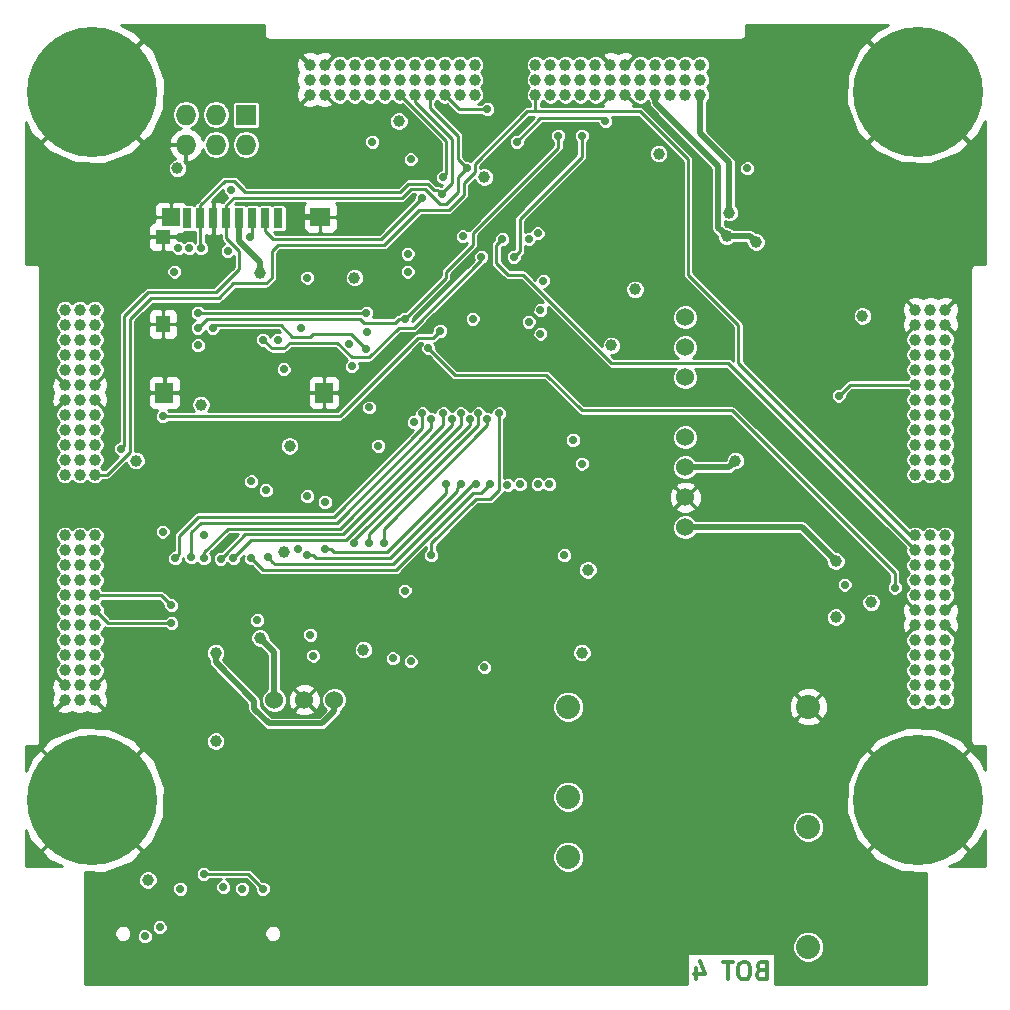
<source format=gbl>
G04 #@! TF.FileFunction,Copper,L4,Bot,Signal*
%FSLAX46Y46*%
G04 Gerber Fmt 4.6, Leading zero omitted, Abs format (unit mm)*
G04 Created by KiCad (PCBNEW 4.0.7+dfsg1-1~bpo9+1) date Mon Jul 16 17:58:40 2018*
%MOMM*%
%LPD*%
G01*
G04 APERTURE LIST*
%ADD10C,0.100000*%
%ADD11C,0.300000*%
%ADD12R,0.800000X1.680000*%
%ADD13R,1.600000X1.500000*%
%ADD14R,1.700000X1.500000*%
%ADD15R,1.290000X1.300000*%
%ADD16R,1.290000X1.400000*%
%ADD17R,1.500000X1.700000*%
%ADD18R,1.727200X1.727200*%
%ADD19O,1.727200X1.727200*%
%ADD20C,11.000000*%
%ADD21C,1.000000*%
%ADD22C,2.032000*%
%ADD23C,1.524000*%
%ADD24C,0.700000*%
%ADD25C,0.500000*%
%ADD26C,0.250000*%
%ADD27C,0.254000*%
G04 APERTURE END LIST*
D10*
D11*
X121678571Y-139392857D02*
X121464285Y-139464286D01*
X121392857Y-139535714D01*
X121321428Y-139678571D01*
X121321428Y-139892857D01*
X121392857Y-140035714D01*
X121464285Y-140107143D01*
X121607143Y-140178571D01*
X122178571Y-140178571D01*
X122178571Y-138678571D01*
X121678571Y-138678571D01*
X121535714Y-138750000D01*
X121464285Y-138821429D01*
X121392857Y-138964286D01*
X121392857Y-139107143D01*
X121464285Y-139250000D01*
X121535714Y-139321429D01*
X121678571Y-139392857D01*
X122178571Y-139392857D01*
X120392857Y-138678571D02*
X120107143Y-138678571D01*
X119964285Y-138750000D01*
X119821428Y-138892857D01*
X119750000Y-139178571D01*
X119750000Y-139678571D01*
X119821428Y-139964286D01*
X119964285Y-140107143D01*
X120107143Y-140178571D01*
X120392857Y-140178571D01*
X120535714Y-140107143D01*
X120678571Y-139964286D01*
X120750000Y-139678571D01*
X120750000Y-139178571D01*
X120678571Y-138892857D01*
X120535714Y-138750000D01*
X120392857Y-138678571D01*
X119321428Y-138678571D02*
X118464285Y-138678571D01*
X118892856Y-140178571D02*
X118892856Y-138678571D01*
X116178571Y-139178571D02*
X116178571Y-140178571D01*
X116535714Y-138607143D02*
X116892857Y-139678571D01*
X115964285Y-139678571D01*
D12*
X73100000Y-75729350D03*
X74200000Y-75729350D03*
X75300000Y-75729350D03*
X76400000Y-75729350D03*
X77500000Y-75729350D03*
X78600000Y-75729350D03*
X79700000Y-75729350D03*
X80800000Y-75729350D03*
D13*
X71700000Y-75639350D03*
D14*
X84350000Y-75639350D03*
D15*
X71055000Y-77289350D03*
D16*
X71055000Y-84689350D03*
D17*
X71160000Y-90489350D03*
X84660000Y-90489350D03*
D18*
X78040000Y-66960000D03*
D19*
X78040000Y-69500000D03*
X75500000Y-66960000D03*
X75500000Y-69500000D03*
X72960000Y-66960000D03*
X72960000Y-69500000D03*
D20*
X65000000Y-125000000D03*
X65000000Y-65000000D03*
X135000000Y-65000000D03*
X135000000Y-125000000D03*
D21*
X64000000Y-116545000D03*
X62730000Y-116545000D03*
X64000000Y-115275000D03*
X62730000Y-115275000D03*
X64000000Y-114005000D03*
X62730000Y-114005000D03*
X64000000Y-112735000D03*
X62730000Y-112735000D03*
X64000000Y-111465000D03*
X62730000Y-111465000D03*
X64000000Y-110195000D03*
X62730000Y-110195000D03*
X64000000Y-108925000D03*
X62730000Y-108925000D03*
X64000000Y-107655000D03*
X62730000Y-107655000D03*
X64000000Y-106385000D03*
X62730000Y-106385000D03*
X64000000Y-105115000D03*
X62730000Y-105115000D03*
X64000000Y-103845000D03*
X62730000Y-103845000D03*
X64000000Y-102575000D03*
X62730000Y-102575000D03*
X65270000Y-116545000D03*
X65270000Y-115275000D03*
X65270000Y-114005000D03*
X65270000Y-112735000D03*
X65270000Y-111465000D03*
X65270000Y-110195000D03*
X65270000Y-108925000D03*
X65270000Y-107655000D03*
X65270000Y-106385000D03*
X65270000Y-105115000D03*
X65270000Y-102575000D03*
X65270000Y-103845000D03*
X83455000Y-64000000D03*
X83455000Y-62730000D03*
X84725000Y-64000000D03*
X84725000Y-62730000D03*
X85995000Y-64000000D03*
X85995000Y-62730000D03*
X87265000Y-64000000D03*
X87265000Y-62730000D03*
X88535000Y-64000000D03*
X88535000Y-62730000D03*
X89805000Y-64000000D03*
X89805000Y-62730000D03*
X91075000Y-64000000D03*
X91075000Y-62730000D03*
X92345000Y-64000000D03*
X92345000Y-62730000D03*
X93615000Y-64000000D03*
X93615000Y-62730000D03*
X94885000Y-64000000D03*
X94885000Y-62730000D03*
X96155000Y-64000000D03*
X96155000Y-62730000D03*
X97425000Y-64000000D03*
X97425000Y-62730000D03*
X83455000Y-65270000D03*
X84725000Y-65270000D03*
X85995000Y-65270000D03*
X87265000Y-65270000D03*
X88535000Y-65270000D03*
X89805000Y-65270000D03*
X91075000Y-65270000D03*
X92345000Y-65270000D03*
X93615000Y-65270000D03*
X94885000Y-65270000D03*
X97425000Y-65270000D03*
X96155000Y-65270000D03*
X136000000Y-83455000D03*
X137270000Y-83455000D03*
X136000000Y-84725000D03*
X137270000Y-84725000D03*
X136000000Y-85995000D03*
X137270000Y-85995000D03*
X136000000Y-87265000D03*
X137270000Y-87265000D03*
X136000000Y-88535000D03*
X137270000Y-88535000D03*
X136000000Y-89805000D03*
X137270000Y-89805000D03*
X136000000Y-91075000D03*
X137270000Y-91075000D03*
X136000000Y-92345000D03*
X137270000Y-92345000D03*
X136000000Y-93615000D03*
X137270000Y-93615000D03*
X136000000Y-94885000D03*
X137270000Y-94885000D03*
X136000000Y-96155000D03*
X137270000Y-96155000D03*
X136000000Y-97425000D03*
X137270000Y-97425000D03*
X134730000Y-83455000D03*
X134730000Y-84725000D03*
X134730000Y-85995000D03*
X134730000Y-87265000D03*
X134730000Y-88535000D03*
X134730000Y-89805000D03*
X134730000Y-91075000D03*
X134730000Y-92345000D03*
X134730000Y-93615000D03*
X134730000Y-94885000D03*
X134730000Y-97425000D03*
X134730000Y-96155000D03*
X64000000Y-97425000D03*
X62730000Y-97425000D03*
X64000000Y-96155000D03*
X62730000Y-96155000D03*
X64000000Y-94885000D03*
X62730000Y-94885000D03*
X64000000Y-93615000D03*
X62730000Y-93615000D03*
X64000000Y-92345000D03*
X62730000Y-92345000D03*
X64000000Y-91075000D03*
X62730000Y-91075000D03*
X64000000Y-89805000D03*
X62730000Y-89805000D03*
X64000000Y-88535000D03*
X62730000Y-88535000D03*
X64000000Y-87265000D03*
X62730000Y-87265000D03*
X64000000Y-85995000D03*
X62730000Y-85995000D03*
X64000000Y-84725000D03*
X62730000Y-84725000D03*
X64000000Y-83455000D03*
X62730000Y-83455000D03*
X65270000Y-97425000D03*
X65270000Y-96155000D03*
X65270000Y-94885000D03*
X65270000Y-93615000D03*
X65270000Y-92345000D03*
X65270000Y-91075000D03*
X65270000Y-89805000D03*
X65270000Y-88535000D03*
X65270000Y-87265000D03*
X65270000Y-85995000D03*
X65270000Y-83455000D03*
X65270000Y-84725000D03*
X102575000Y-64000000D03*
X102575000Y-62730000D03*
X103845000Y-64000000D03*
X103845000Y-62730000D03*
X105115000Y-64000000D03*
X105115000Y-62730000D03*
X106385000Y-64000000D03*
X106385000Y-62730000D03*
X107655000Y-64000000D03*
X107655000Y-62730000D03*
X108925000Y-64000000D03*
X108925000Y-62730000D03*
X110195000Y-64000000D03*
X110195000Y-62730000D03*
X111465000Y-64000000D03*
X111465000Y-62730000D03*
X112735000Y-64000000D03*
X112735000Y-62730000D03*
X114005000Y-64000000D03*
X114005000Y-62730000D03*
X115275000Y-64000000D03*
X115275000Y-62730000D03*
X116545000Y-64000000D03*
X116545000Y-62730000D03*
X102575000Y-65270000D03*
X103845000Y-65270000D03*
X105115000Y-65270000D03*
X106385000Y-65270000D03*
X107655000Y-65270000D03*
X108925000Y-65270000D03*
X110195000Y-65270000D03*
X111465000Y-65270000D03*
X112735000Y-65270000D03*
X114005000Y-65270000D03*
X116545000Y-65270000D03*
X115275000Y-65270000D03*
X136000000Y-102575000D03*
X137270000Y-102575000D03*
X136000000Y-103845000D03*
X137270000Y-103845000D03*
X136000000Y-105115000D03*
X137270000Y-105115000D03*
X136000000Y-106385000D03*
X137270000Y-106385000D03*
X136000000Y-107655000D03*
X137270000Y-107655000D03*
X136000000Y-108925000D03*
X137270000Y-108925000D03*
X136000000Y-110195000D03*
X137270000Y-110195000D03*
X136000000Y-111465000D03*
X137270000Y-111465000D03*
X136000000Y-112735000D03*
X137270000Y-112735000D03*
X136000000Y-114005000D03*
X137270000Y-114005000D03*
X136000000Y-115275000D03*
X137270000Y-115275000D03*
X136000000Y-116545000D03*
X137270000Y-116545000D03*
X134730000Y-102575000D03*
X134730000Y-103845000D03*
X134730000Y-105115000D03*
X134730000Y-106385000D03*
X134730000Y-107655000D03*
X134730000Y-108925000D03*
X134730000Y-110195000D03*
X134730000Y-111465000D03*
X134730000Y-112735000D03*
X134730000Y-114005000D03*
X134730000Y-116545000D03*
X134730000Y-115275000D03*
D22*
X125660000Y-117090000D03*
X125660000Y-127250000D03*
X125660000Y-137410000D03*
X105340000Y-117090000D03*
X105340000Y-124710000D03*
X105340000Y-129790000D03*
D23*
X85540000Y-116500000D03*
X83000000Y-116500000D03*
X80460000Y-116500000D03*
X115250000Y-84110000D03*
X115250000Y-86650000D03*
X115250000Y-89190000D03*
X115250000Y-94270000D03*
X115250000Y-96810000D03*
X115250000Y-99350000D03*
X115250000Y-101890000D03*
D21*
X82250000Y-75250000D03*
X93750000Y-80750000D03*
D24*
X112733270Y-74250000D03*
X112733270Y-76250000D03*
X112733270Y-78250000D03*
X90500000Y-74750000D03*
X92750000Y-68500000D03*
X94000000Y-70750000D03*
D21*
X88000000Y-112250000D03*
X98250000Y-72250000D03*
X113000000Y-70250000D03*
X128000000Y-109500000D03*
X81750000Y-95000000D03*
X107000000Y-105500000D03*
X75500000Y-120000000D03*
X79238521Y-80325010D03*
X91000000Y-67500000D03*
X109000000Y-86500000D03*
X87250000Y-80750000D03*
X72250000Y-71500000D03*
X68750000Y-96250000D03*
X74250000Y-91500000D03*
X81250000Y-104000000D03*
X131000000Y-108250000D03*
X106500000Y-112500000D03*
X69750000Y-131750000D03*
D24*
X79750000Y-98750000D03*
X101250000Y-98250000D03*
X91500010Y-107250000D03*
X92250000Y-93000000D03*
X72060354Y-104512795D03*
X93000000Y-92250000D03*
X73425010Y-104442216D03*
X93750000Y-92750000D03*
X74500000Y-104500000D03*
X94750000Y-92250000D03*
X75925010Y-104557784D03*
X95500000Y-92750000D03*
X77000000Y-104500000D03*
X96250000Y-92250000D03*
X87250000Y-103250000D03*
X97000000Y-92750000D03*
X88500000Y-103250000D03*
X97750000Y-92250000D03*
X89750000Y-103250000D03*
X98500000Y-92750000D03*
X93750000Y-104250000D03*
X99500000Y-92250000D03*
X84749994Y-103750000D03*
X95000000Y-98250000D03*
X83250000Y-104250000D03*
X96250000Y-98250000D03*
X79925010Y-104442216D03*
X97500000Y-98250000D03*
X78500000Y-104500000D03*
X98750000Y-98250000D03*
X100200010Y-98320141D03*
X78500000Y-98000000D03*
X83250000Y-99250000D03*
X102750000Y-98250000D03*
X84750000Y-99750000D03*
X103750000Y-98250000D03*
X74000000Y-83750000D03*
X88250000Y-83750000D03*
X104500000Y-68750000D03*
X74000000Y-85000000D03*
X91500000Y-84250000D03*
D21*
X119000000Y-75250000D03*
D24*
X71000000Y-92500000D03*
X94500000Y-85250000D03*
D21*
X121250000Y-77750000D03*
X118750000Y-77250000D03*
X111000000Y-81750000D03*
X130250000Y-84000000D03*
D24*
X103250000Y-81000000D03*
X105750000Y-94500000D03*
X76500000Y-78499998D03*
X91750000Y-78750000D03*
X69500000Y-136500000D03*
X105000000Y-104250000D03*
X103000000Y-83500000D03*
X120500000Y-71500000D03*
X96750000Y-71500000D03*
X67500000Y-95250000D03*
X71750000Y-108500000D03*
X94628242Y-73673632D03*
X74250000Y-78250000D03*
X94750000Y-72250000D03*
X71750000Y-110000000D03*
X78442216Y-77324990D03*
X80750000Y-86000000D03*
X79000000Y-109750000D03*
X108500000Y-67500000D03*
X101000000Y-69250000D03*
X98500000Y-66500000D03*
X102000000Y-84500000D03*
X98000000Y-79000000D03*
X79500000Y-86000000D03*
X133000000Y-107000000D03*
X93500000Y-86750000D03*
X74500000Y-102574990D03*
X74000000Y-86500000D03*
X99750000Y-77500000D03*
X103000000Y-85500000D03*
X128250000Y-90750000D03*
X81250000Y-88500000D03*
D21*
X128000000Y-104750000D03*
X119500000Y-96250000D03*
D24*
X96424990Y-77263714D03*
X98250000Y-113750000D03*
X88315964Y-85382135D03*
X90500000Y-113000000D03*
X83500000Y-111000000D03*
X86824990Y-86363268D03*
X88250000Y-86775022D03*
X75250000Y-85000000D03*
X128750000Y-106750000D03*
X71000000Y-102250000D03*
X82500000Y-103750000D03*
X83250000Y-80750000D03*
X83750000Y-112750000D03*
X87000000Y-88250000D03*
X82750000Y-85000000D03*
X97250000Y-84250000D03*
X93000000Y-74000000D03*
X74494986Y-131250000D03*
X79500000Y-132500014D03*
X77750000Y-132500006D03*
X88750000Y-69250000D03*
X76788704Y-73300908D03*
X102750000Y-77000000D03*
X92000004Y-70750000D03*
X102000000Y-77500000D03*
X72500000Y-132500000D03*
X73250000Y-78250000D03*
X76150001Y-132350003D03*
X72322689Y-78222702D03*
X70750000Y-135750000D03*
D21*
X75500000Y-112500000D03*
D24*
X100750000Y-79000000D03*
X106500000Y-68750000D03*
X72000000Y-80250000D03*
X92000000Y-113250000D03*
X88500000Y-91750000D03*
X91750000Y-80250000D03*
X106500000Y-96500000D03*
X89250000Y-95000000D03*
D21*
X79250000Y-111250000D03*
D25*
X84350000Y-75639350D02*
X82639350Y-75639350D01*
X82639350Y-75639350D02*
X82250000Y-75250000D01*
X79238521Y-79617904D02*
X79238521Y-80325010D01*
X79238521Y-79425333D02*
X79238521Y-79617904D01*
X77500000Y-77686812D02*
X79238521Y-79425333D01*
X77500000Y-75729350D02*
X77500000Y-77686812D01*
D26*
X93000000Y-92250000D02*
X93000000Y-93500000D01*
X93000000Y-93500000D02*
X85500000Y-101000000D01*
X85500000Y-101000000D02*
X74000000Y-101000000D01*
X72410353Y-104162796D02*
X72060354Y-104512795D01*
X74000000Y-101000000D02*
X72410353Y-102589647D01*
X72410353Y-102589647D02*
X72410353Y-104162796D01*
X93750000Y-92750000D02*
X93750000Y-93500000D01*
X93750000Y-93500000D02*
X85750000Y-101500000D01*
X73425010Y-102324990D02*
X73425010Y-104442216D01*
X85750000Y-101500000D02*
X74250000Y-101500000D01*
X74250000Y-101500000D02*
X73425010Y-102324990D01*
X94750000Y-92250000D02*
X94750000Y-93250000D01*
X94750000Y-93250000D02*
X86000000Y-102000000D01*
X86000000Y-102000000D02*
X76500000Y-102000000D01*
X76500000Y-102000000D02*
X74500000Y-104000000D01*
X74500000Y-104000000D02*
X74500000Y-104500000D01*
X76275009Y-104207785D02*
X75925010Y-104557784D01*
X95500000Y-93244974D02*
X86244974Y-102500000D01*
X95500000Y-92750000D02*
X95500000Y-93244974D01*
X77982794Y-102500000D02*
X76275009Y-104207785D01*
X86244974Y-102500000D02*
X77982794Y-102500000D01*
X96250000Y-92250000D02*
X96250000Y-93250000D01*
X96250000Y-93250000D02*
X86500000Y-103000000D01*
X86500000Y-103000000D02*
X78500000Y-103000000D01*
X78500000Y-103000000D02*
X77000000Y-104500000D01*
X97000000Y-92750000D02*
X97000000Y-93244974D01*
X97000000Y-93244974D02*
X87250000Y-102994974D01*
X87250000Y-102994974D02*
X87250000Y-103250000D01*
X88500000Y-102500000D02*
X88500000Y-102755026D01*
X97750000Y-93250000D02*
X88500000Y-102500000D01*
X97750000Y-92250000D02*
X97750000Y-93250000D01*
X88500000Y-102755026D02*
X88500000Y-103250000D01*
X89750000Y-102000000D02*
X89750000Y-102755026D01*
X98500000Y-93250000D02*
X89750000Y-102000000D01*
X98500000Y-92750000D02*
X98500000Y-93250000D01*
X89750000Y-102755026D02*
X89750000Y-103250000D01*
X99500000Y-92250000D02*
X99500000Y-98750000D01*
X99500000Y-98750000D02*
X98750000Y-99500000D01*
X93750000Y-103250000D02*
X93750000Y-104250000D01*
X98750000Y-99500000D02*
X97500000Y-99500000D01*
X97500000Y-99500000D02*
X93750000Y-103250000D01*
X95000000Y-98250000D02*
X95000000Y-99000000D01*
X95000000Y-99000000D02*
X90000000Y-104000000D01*
X90000000Y-104000000D02*
X85494968Y-104000000D01*
X85244968Y-103750000D02*
X84749994Y-103750000D01*
X85494968Y-104000000D02*
X85244968Y-103750000D01*
X83744974Y-104250000D02*
X83250000Y-104250000D01*
X83994974Y-104500000D02*
X83744974Y-104250000D01*
X90250000Y-104500000D02*
X83994974Y-104500000D01*
X95900001Y-98849999D02*
X90250000Y-104500000D01*
X96250000Y-98250000D02*
X95900001Y-98599999D01*
X95900001Y-98599999D02*
X95900001Y-98849999D01*
X80275009Y-104792215D02*
X79925010Y-104442216D01*
X80482794Y-105000000D02*
X80275009Y-104792215D01*
X97250000Y-98250000D02*
X90500000Y-105000000D01*
X90500000Y-105000000D02*
X80482794Y-105000000D01*
X97500000Y-98250000D02*
X97250000Y-98250000D01*
X98750000Y-98250000D02*
X98000000Y-99000000D01*
X98000000Y-99000000D02*
X97250000Y-99000000D01*
X97250000Y-99000000D02*
X90750000Y-105500000D01*
X90750000Y-105500000D02*
X79500000Y-105500000D01*
X79500000Y-105500000D02*
X78500000Y-104500000D01*
X88250000Y-83750000D02*
X74000000Y-83750000D01*
X104500000Y-68750000D02*
X104500000Y-69750000D01*
X104500000Y-69750000D02*
X97250000Y-77000000D01*
X97250000Y-78000000D02*
X95000000Y-80250000D01*
X95000000Y-80250000D02*
X95000000Y-80750000D01*
X97250000Y-77000000D02*
X97250000Y-78000000D01*
X95000000Y-80750000D02*
X91500000Y-84250000D01*
X74750000Y-84250000D02*
X74349999Y-84650001D01*
X74349999Y-84650001D02*
X74000000Y-85000000D01*
X87750998Y-84250000D02*
X74750000Y-84250000D01*
X90680027Y-84574999D02*
X88075997Y-84574999D01*
X91005026Y-84250000D02*
X90680027Y-84574999D01*
X91500000Y-84250000D02*
X91005026Y-84250000D01*
X88075997Y-84574999D02*
X87750998Y-84250000D01*
D25*
X116545000Y-65270000D02*
X116545000Y-68545000D01*
X116545000Y-68545000D02*
X119000000Y-71000000D01*
X119000000Y-71000000D02*
X119000000Y-74542894D01*
X119000000Y-74542894D02*
X119000000Y-75250000D01*
D26*
X71494974Y-92500000D02*
X71000000Y-92500000D01*
X86000000Y-92500000D02*
X71494974Y-92500000D01*
X92650001Y-85849999D02*
X86000000Y-92500000D01*
X94150001Y-85599999D02*
X94500000Y-85250000D01*
X92650001Y-85849999D02*
X93900001Y-85849999D01*
X93900001Y-85849999D02*
X94150001Y-85599999D01*
X91500000Y-87000000D02*
X92650001Y-85849999D01*
D25*
X112735000Y-65977106D02*
X118049998Y-71292104D01*
X118250001Y-76750001D02*
X118750000Y-77250000D01*
X112735000Y-65270000D02*
X112735000Y-65977106D01*
X118049998Y-76549998D02*
X118250001Y-76750001D01*
X118049998Y-71292104D02*
X118049998Y-76549998D01*
X118750000Y-77250000D02*
X120750000Y-77250000D01*
X120750000Y-77250000D02*
X121250000Y-77750000D01*
D26*
X66325000Y-97425000D02*
X65977106Y-97425000D01*
X68250000Y-95500000D02*
X66325000Y-97425000D01*
X68250000Y-84250000D02*
X68250000Y-95500000D01*
X75750000Y-82500000D02*
X70000000Y-82500000D01*
X96500000Y-72750000D02*
X96500000Y-73750000D01*
X77000000Y-81250000D02*
X75750000Y-82500000D01*
X80250000Y-78500000D02*
X80250000Y-80750000D01*
X70000000Y-82500000D02*
X68250000Y-84250000D01*
X80750000Y-78000000D02*
X80250000Y-78500000D01*
X89750000Y-78000000D02*
X80750000Y-78000000D01*
X92750000Y-75000000D02*
X89750000Y-78000000D01*
X95250000Y-75000000D02*
X92750000Y-75000000D01*
X96500000Y-73750000D02*
X95250000Y-75000000D01*
X97425001Y-71824999D02*
X96500000Y-72750000D01*
X80250000Y-80750000D02*
X79750000Y-81250000D01*
X65977106Y-97425000D02*
X65270000Y-97425000D01*
X79750000Y-81250000D02*
X77000000Y-81250000D01*
X97425001Y-71103997D02*
X97425001Y-71824999D01*
X101853998Y-66675000D02*
X97425001Y-71103997D01*
X102575000Y-66675000D02*
X101853998Y-66675000D01*
X102575000Y-66675000D02*
X111425000Y-66675000D01*
X111425000Y-66675000D02*
X115500000Y-70750000D01*
X115500000Y-70750000D02*
X115500000Y-80500000D01*
X115500000Y-80500000D02*
X119750000Y-84750000D01*
X119750000Y-84750000D02*
X119750000Y-88000000D01*
X119750000Y-88000000D02*
X134325000Y-102575000D01*
X134325000Y-102575000D02*
X134730000Y-102575000D01*
X102575000Y-65270000D02*
X102575000Y-66675000D01*
X102575000Y-65825000D02*
X102575000Y-65270000D01*
X76400000Y-75729350D02*
X76400000Y-77400000D01*
X75500000Y-82000000D02*
X69750000Y-82000000D01*
X76400000Y-77400000D02*
X77500000Y-78500000D01*
X77500000Y-78500000D02*
X77500000Y-80000000D01*
X77500000Y-80000000D02*
X75500000Y-82000000D01*
X69750000Y-82000000D02*
X67750000Y-84000000D01*
X67750000Y-84000000D02*
X67750000Y-95000000D01*
X67750000Y-95000000D02*
X67500000Y-95250000D01*
X93615000Y-65270000D02*
X93615000Y-66365000D01*
X93615000Y-66365000D02*
X96000000Y-68750000D01*
X96000000Y-68750000D02*
X96000000Y-70750000D01*
X96000000Y-70750000D02*
X96750000Y-71500000D01*
X76400000Y-75729350D02*
X76400000Y-74639350D01*
X76400000Y-74639350D02*
X77039350Y-74000000D01*
X91250000Y-74000000D02*
X92000000Y-73250000D01*
X92000000Y-73250000D02*
X93250000Y-73250000D01*
X77039350Y-74000000D02*
X91250000Y-74000000D01*
X93250000Y-73250000D02*
X94500000Y-74500000D01*
X94500000Y-74500000D02*
X95000000Y-74500000D01*
X95000000Y-74500000D02*
X96000000Y-73500000D01*
X96000000Y-72250000D02*
X96750000Y-71500000D01*
X96000000Y-73500000D02*
X96000000Y-72250000D01*
X92345000Y-65270000D02*
X92345000Y-65845000D01*
X92345000Y-65845000D02*
X95500000Y-69000000D01*
X95500000Y-69000000D02*
X95500000Y-72750000D01*
X95500000Y-72750000D02*
X94628242Y-73621758D01*
X94628242Y-73621758D02*
X94628242Y-73673632D01*
X74200000Y-75729350D02*
X74200000Y-74639350D01*
X77074001Y-72574999D02*
X77999002Y-73500000D01*
X74200000Y-74639350D02*
X76264351Y-72574999D01*
X91113589Y-73500000D02*
X91813600Y-72799989D01*
X76264351Y-72574999D02*
X77074001Y-72574999D01*
X77999002Y-73500000D02*
X91113589Y-73500000D01*
X91813600Y-72799989D02*
X93451642Y-72799989D01*
X93451642Y-72799989D02*
X93975286Y-73323633D01*
X94278243Y-73323633D02*
X94628242Y-73673632D01*
X93975286Y-73323633D02*
X94278243Y-73323633D01*
X71400001Y-108150001D02*
X71750000Y-108500000D01*
X70905000Y-107655000D02*
X71400001Y-108150001D01*
X65270000Y-107655000D02*
X70905000Y-107655000D01*
X74200000Y-75729350D02*
X74200000Y-78200000D01*
X74200000Y-78200000D02*
X74250000Y-78250000D01*
X91075000Y-65270000D02*
X95000000Y-69195000D01*
X95000000Y-69195000D02*
X95000000Y-72000000D01*
X95000000Y-72000000D02*
X94750000Y-72250000D01*
X66345000Y-110000000D02*
X71255026Y-110000000D01*
X65270000Y-108925000D02*
X66345000Y-110000000D01*
X71255026Y-110000000D02*
X71750000Y-110000000D01*
X78600000Y-77167206D02*
X78442216Y-77324990D01*
X78600000Y-75729350D02*
X78600000Y-77167206D01*
X101000000Y-69250000D02*
X103000000Y-67250000D01*
X103000000Y-67250000D02*
X108250000Y-67250000D01*
X108250000Y-67250000D02*
X108500000Y-67500000D01*
X94885000Y-65270000D02*
X96115000Y-66500000D01*
X96115000Y-66500000D02*
X98005026Y-66500000D01*
X98005026Y-66500000D02*
X98500000Y-66500000D01*
X80250000Y-86750000D02*
X79500000Y-86000000D01*
X81250000Y-86750000D02*
X80250000Y-86750000D01*
X81750000Y-86250000D02*
X81250000Y-86750000D01*
X85750000Y-86250000D02*
X81750000Y-86250000D01*
X87000000Y-87500000D02*
X85750000Y-86250000D01*
X91000000Y-85000000D02*
X88500000Y-87500000D01*
X88500000Y-87500000D02*
X87000000Y-87500000D01*
X92250000Y-85000000D02*
X91000000Y-85000000D01*
X98000000Y-79250000D02*
X92250000Y-85000000D01*
X98000000Y-79000000D02*
X98000000Y-79250000D01*
X93500000Y-86750000D02*
X95750000Y-89000000D01*
X133000000Y-105750000D02*
X133000000Y-107000000D01*
X95750000Y-89000000D02*
X103500000Y-89000000D01*
X103500000Y-89000000D02*
X106500000Y-92000000D01*
X106500000Y-92000000D02*
X119250000Y-92000000D01*
X119250000Y-92000000D02*
X133000000Y-105750000D01*
X99750000Y-77500000D02*
X99250000Y-78000000D01*
X99250000Y-78000000D02*
X99250000Y-79500000D01*
X99250000Y-79500000D02*
X100250000Y-80500000D01*
X100250000Y-80500000D02*
X101500000Y-80500000D01*
X101500000Y-80500000D02*
X109000000Y-88000000D01*
X109000000Y-88000000D02*
X118885000Y-88000000D01*
X118885000Y-88000000D02*
X134230001Y-103345001D01*
X134230001Y-103345001D02*
X134730000Y-103845000D01*
X128250000Y-90750000D02*
X129195000Y-89805000D01*
X129195000Y-89805000D02*
X134730000Y-89805000D01*
D25*
X115250000Y-101890000D02*
X125140000Y-101890000D01*
X125140000Y-101890000D02*
X128000000Y-104750000D01*
X115250000Y-96810000D02*
X118940000Y-96810000D01*
X118940000Y-96810000D02*
X119500000Y-96250000D01*
D26*
X75250000Y-85000000D02*
X75500000Y-84750000D01*
X75500000Y-84750000D02*
X81000000Y-84750000D01*
X81000000Y-84750000D02*
X82000000Y-85750000D01*
X82000000Y-85750000D02*
X83500000Y-85750000D01*
X83500000Y-85750000D02*
X83750000Y-85500000D01*
X83750000Y-85500000D02*
X86974978Y-85500000D01*
X86974978Y-85500000D02*
X87750000Y-86275022D01*
X87750000Y-86275022D02*
X88250000Y-86775022D01*
X79700000Y-75729350D02*
X79700000Y-76819350D01*
X92650001Y-74349999D02*
X93000000Y-74000000D01*
X80380650Y-77500000D02*
X89500000Y-77500000D01*
X89500000Y-77500000D02*
X92650001Y-74349999D01*
X79700000Y-76819350D02*
X80380650Y-77500000D01*
X78249986Y-131250000D02*
X74494986Y-131250000D01*
X79500000Y-132500014D02*
X78249986Y-131250000D01*
D25*
X75500000Y-112500000D02*
X75500000Y-113333762D01*
X75500000Y-113333762D02*
X78750000Y-116583762D01*
X80000000Y-118500000D02*
X84500000Y-118500000D01*
X84500000Y-118500000D02*
X85540000Y-117460000D01*
X78750000Y-116583762D02*
X78750000Y-117250000D01*
X78750000Y-117250000D02*
X80000000Y-118500000D01*
X85540000Y-117460000D02*
X85540000Y-116500000D01*
D26*
X106500000Y-68750000D02*
X106500000Y-70500000D01*
X106500000Y-70500000D02*
X101250000Y-75750000D01*
X101250000Y-75750000D02*
X101250000Y-78500000D01*
X101250000Y-78500000D02*
X100750000Y-79000000D01*
X100500000Y-79000000D02*
X100750000Y-79000000D01*
D25*
X80460000Y-116500000D02*
X80460000Y-112460000D01*
X80460000Y-112460000D02*
X79250000Y-111250000D01*
D27*
G36*
X79598000Y-60220000D02*
X79628600Y-60373839D01*
X79715743Y-60504257D01*
X79846161Y-60591400D01*
X80000000Y-60622000D01*
X120000000Y-60622000D01*
X120153839Y-60591400D01*
X120284257Y-60504257D01*
X120371400Y-60373839D01*
X120402000Y-60220000D01*
X120402000Y-59402000D01*
X132453501Y-59402000D01*
X131712083Y-59678625D01*
X131341922Y-59925958D01*
X130705458Y-60672931D01*
X135000000Y-64967473D01*
X135014142Y-64953331D01*
X135046669Y-64985858D01*
X135032527Y-65000000D01*
X139327069Y-69294542D01*
X140074042Y-68658078D01*
X140598000Y-67510445D01*
X140598000Y-79598000D01*
X139780000Y-79598000D01*
X139626161Y-79628600D01*
X139495743Y-79715743D01*
X139408600Y-79846161D01*
X139378000Y-80000000D01*
X139378000Y-120000000D01*
X139408600Y-120153839D01*
X139495743Y-120284257D01*
X139626161Y-120371400D01*
X139780000Y-120402000D01*
X140598000Y-120402000D01*
X140598000Y-122453501D01*
X140321375Y-121712083D01*
X140074042Y-121341922D01*
X139327069Y-120705458D01*
X135032527Y-125000000D01*
X139327069Y-129294542D01*
X140074042Y-128658078D01*
X140598000Y-127510445D01*
X140598000Y-130598000D01*
X137546499Y-130598000D01*
X138287917Y-130321375D01*
X138658078Y-130074042D01*
X139294542Y-129327069D01*
X135000000Y-125032527D01*
X130705458Y-129327069D01*
X131341922Y-130074042D01*
X133562129Y-131087689D01*
X135598000Y-131160182D01*
X135598000Y-140598000D01*
X122862714Y-140598000D01*
X122862714Y-137973000D01*
X115423000Y-137973000D01*
X115423000Y-140598000D01*
X64402000Y-140598000D01*
X64402000Y-137675967D01*
X124316767Y-137675967D01*
X124520796Y-138169755D01*
X124898258Y-138547876D01*
X125391689Y-138752766D01*
X125925967Y-138753233D01*
X126419755Y-138549204D01*
X126797876Y-138171742D01*
X127002766Y-137678311D01*
X127003233Y-137144033D01*
X126799204Y-136650245D01*
X126421742Y-136272124D01*
X125928311Y-136067234D01*
X125394033Y-136066767D01*
X124900245Y-136270796D01*
X124522124Y-136648258D01*
X124317234Y-137141689D01*
X124316767Y-137675967D01*
X64402000Y-137675967D01*
X64402000Y-136408975D01*
X66907874Y-136408975D01*
X67018320Y-136676275D01*
X67222650Y-136880961D01*
X67489756Y-136991874D01*
X67778975Y-136992126D01*
X68046275Y-136881680D01*
X68250961Y-136677350D01*
X68268931Y-136634073D01*
X68822883Y-136634073D01*
X68925733Y-136882989D01*
X69116010Y-137073598D01*
X69364746Y-137176882D01*
X69634073Y-137177117D01*
X69882989Y-137074267D01*
X70073598Y-136883990D01*
X70176882Y-136635254D01*
X70177117Y-136365927D01*
X70074267Y-136117011D01*
X69883990Y-135926402D01*
X69782051Y-135884073D01*
X70072883Y-135884073D01*
X70175733Y-136132989D01*
X70366010Y-136323598D01*
X70614746Y-136426882D01*
X70884073Y-136427117D01*
X70927979Y-136408975D01*
X79607874Y-136408975D01*
X79718320Y-136676275D01*
X79922650Y-136880961D01*
X80189756Y-136991874D01*
X80478975Y-136992126D01*
X80746275Y-136881680D01*
X80950961Y-136677350D01*
X81061874Y-136410244D01*
X81062126Y-136121025D01*
X80951680Y-135853725D01*
X80747350Y-135649039D01*
X80480244Y-135538126D01*
X80191025Y-135537874D01*
X79923725Y-135648320D01*
X79719039Y-135852650D01*
X79608126Y-136119756D01*
X79607874Y-136408975D01*
X70927979Y-136408975D01*
X71132989Y-136324267D01*
X71323598Y-136133990D01*
X71426882Y-135885254D01*
X71427117Y-135615927D01*
X71324267Y-135367011D01*
X71133990Y-135176402D01*
X70885254Y-135073118D01*
X70615927Y-135072883D01*
X70367011Y-135175733D01*
X70176402Y-135366010D01*
X70073118Y-135614746D01*
X70072883Y-135884073D01*
X69782051Y-135884073D01*
X69635254Y-135823118D01*
X69365927Y-135822883D01*
X69117011Y-135925733D01*
X68926402Y-136116010D01*
X68823118Y-136364746D01*
X68822883Y-136634073D01*
X68268931Y-136634073D01*
X68361874Y-136410244D01*
X68362126Y-136121025D01*
X68251680Y-135853725D01*
X68047350Y-135649039D01*
X67780244Y-135538126D01*
X67491025Y-135537874D01*
X67223725Y-135648320D01*
X67019039Y-135852650D01*
X66908126Y-136119756D01*
X66907874Y-136408975D01*
X64402000Y-136408975D01*
X64402000Y-132634073D01*
X71822883Y-132634073D01*
X71925733Y-132882989D01*
X72116010Y-133073598D01*
X72364746Y-133176882D01*
X72634073Y-133177117D01*
X72882989Y-133074267D01*
X73073598Y-132883990D01*
X73176882Y-132635254D01*
X73177117Y-132365927D01*
X73074267Y-132117011D01*
X72883990Y-131926402D01*
X72635254Y-131823118D01*
X72365927Y-131822883D01*
X72117011Y-131925733D01*
X71926402Y-132116010D01*
X71823118Y-132364746D01*
X71822883Y-132634073D01*
X64402000Y-132634073D01*
X64402000Y-131913779D01*
X68922857Y-131913779D01*
X69048495Y-132217846D01*
X69280930Y-132450688D01*
X69584778Y-132576856D01*
X69913779Y-132577143D01*
X70217846Y-132451505D01*
X70450688Y-132219070D01*
X70576856Y-131915222D01*
X70577143Y-131586221D01*
X70493618Y-131384073D01*
X73817869Y-131384073D01*
X73920719Y-131632989D01*
X74110996Y-131823598D01*
X74359732Y-131926882D01*
X74629059Y-131927117D01*
X74877975Y-131824267D01*
X75000455Y-131702000D01*
X75945467Y-131702000D01*
X75767012Y-131775736D01*
X75576403Y-131966013D01*
X75473119Y-132214749D01*
X75472884Y-132484076D01*
X75575734Y-132732992D01*
X75766011Y-132923601D01*
X76014747Y-133026885D01*
X76284074Y-133027120D01*
X76532990Y-132924270D01*
X76723599Y-132733993D01*
X76765086Y-132634079D01*
X77072883Y-132634079D01*
X77175733Y-132882995D01*
X77366010Y-133073604D01*
X77614746Y-133176888D01*
X77884073Y-133177123D01*
X78132989Y-133074273D01*
X78323598Y-132883996D01*
X78426882Y-132635260D01*
X78427117Y-132365933D01*
X78324267Y-132117017D01*
X78133990Y-131926408D01*
X77885254Y-131823124D01*
X77615927Y-131822889D01*
X77367011Y-131925739D01*
X77176402Y-132116016D01*
X77073118Y-132364752D01*
X77072883Y-132634079D01*
X76765086Y-132634079D01*
X76826883Y-132485257D01*
X76827118Y-132215930D01*
X76724268Y-131967014D01*
X76533991Y-131776405D01*
X76354803Y-131702000D01*
X78062762Y-131702000D01*
X78823033Y-132462271D01*
X78822883Y-132634087D01*
X78925733Y-132883003D01*
X79116010Y-133073612D01*
X79364746Y-133176896D01*
X79634073Y-133177131D01*
X79882989Y-133074281D01*
X80073598Y-132884004D01*
X80176882Y-132635268D01*
X80177117Y-132365941D01*
X80074267Y-132117025D01*
X79883990Y-131926416D01*
X79635254Y-131823132D01*
X79462191Y-131822981D01*
X78569598Y-130930388D01*
X78422959Y-130832406D01*
X78249986Y-130798000D01*
X75000362Y-130798000D01*
X74878976Y-130676402D01*
X74630240Y-130573118D01*
X74360913Y-130572883D01*
X74111997Y-130675733D01*
X73921388Y-130866010D01*
X73818104Y-131114746D01*
X73817869Y-131384073D01*
X70493618Y-131384073D01*
X70451505Y-131282154D01*
X70219070Y-131049312D01*
X69915222Y-130923144D01*
X69586221Y-130922857D01*
X69282154Y-131048495D01*
X69049312Y-131280930D01*
X68923144Y-131584778D01*
X68922857Y-131913779D01*
X64402000Y-131913779D01*
X64402000Y-131117595D01*
X66001238Y-131174541D01*
X68287917Y-130321375D01*
X68658078Y-130074042D01*
X68673478Y-130055967D01*
X103996767Y-130055967D01*
X104200796Y-130549755D01*
X104578258Y-130927876D01*
X105071689Y-131132766D01*
X105605967Y-131133233D01*
X106099755Y-130929204D01*
X106477876Y-130551742D01*
X106682766Y-130058311D01*
X106683233Y-129524033D01*
X106479204Y-129030245D01*
X106101742Y-128652124D01*
X105608311Y-128447234D01*
X105074033Y-128446767D01*
X104580245Y-128650796D01*
X104202124Y-129028258D01*
X103997234Y-129521689D01*
X103996767Y-130055967D01*
X68673478Y-130055967D01*
X69294542Y-129327069D01*
X65000000Y-125032527D01*
X60705458Y-129327069D01*
X61341922Y-130074042D01*
X62489555Y-130598000D01*
X59402000Y-130598000D01*
X59402000Y-127546499D01*
X59678625Y-128287917D01*
X59925958Y-128658078D01*
X60672931Y-129294542D01*
X64967473Y-125000000D01*
X65032527Y-125000000D01*
X69327069Y-129294542D01*
X70074042Y-128658078D01*
X70595478Y-127515967D01*
X124316767Y-127515967D01*
X124520796Y-128009755D01*
X124898258Y-128387876D01*
X125391689Y-128592766D01*
X125925967Y-128593233D01*
X126419755Y-128389204D01*
X126797876Y-128011742D01*
X127002766Y-127518311D01*
X127003233Y-126984033D01*
X126799204Y-126490245D01*
X126421742Y-126112124D01*
X126154699Y-126001238D01*
X128825459Y-126001238D01*
X129678625Y-128287917D01*
X129925958Y-128658078D01*
X130672931Y-129294542D01*
X134967473Y-125000000D01*
X130672931Y-120705458D01*
X129925958Y-121341922D01*
X128912311Y-123562129D01*
X128825459Y-126001238D01*
X126154699Y-126001238D01*
X125928311Y-125907234D01*
X125394033Y-125906767D01*
X124900245Y-126110796D01*
X124522124Y-126488258D01*
X124317234Y-126981689D01*
X124316767Y-127515967D01*
X70595478Y-127515967D01*
X71087689Y-126437871D01*
X71139744Y-124975967D01*
X103996767Y-124975967D01*
X104200796Y-125469755D01*
X104578258Y-125847876D01*
X105071689Y-126052766D01*
X105605967Y-126053233D01*
X106099755Y-125849204D01*
X106477876Y-125471742D01*
X106682766Y-124978311D01*
X106683233Y-124444033D01*
X106479204Y-123950245D01*
X106101742Y-123572124D01*
X105608311Y-123367234D01*
X105074033Y-123366767D01*
X104580245Y-123570796D01*
X104202124Y-123948258D01*
X103997234Y-124441689D01*
X103996767Y-124975967D01*
X71139744Y-124975967D01*
X71174541Y-123998762D01*
X70321375Y-121712083D01*
X70074042Y-121341922D01*
X69327069Y-120705458D01*
X65032527Y-125000000D01*
X64967473Y-125000000D01*
X60672931Y-120705458D01*
X59925958Y-121341922D01*
X59402000Y-122489555D01*
X59402000Y-120672931D01*
X60705458Y-120672931D01*
X65000000Y-124967473D01*
X69294542Y-120672931D01*
X68860716Y-120163779D01*
X74672857Y-120163779D01*
X74798495Y-120467846D01*
X75030930Y-120700688D01*
X75334778Y-120826856D01*
X75663779Y-120827143D01*
X75967846Y-120701505D01*
X75996470Y-120672931D01*
X130705458Y-120672931D01*
X135000000Y-124967473D01*
X139294542Y-120672931D01*
X138658078Y-119925958D01*
X136437871Y-118912311D01*
X133998762Y-118825459D01*
X131712083Y-119678625D01*
X131341922Y-119925958D01*
X130705458Y-120672931D01*
X75996470Y-120672931D01*
X76200688Y-120469070D01*
X76326856Y-120165222D01*
X76327143Y-119836221D01*
X76201505Y-119532154D01*
X75969070Y-119299312D01*
X75665222Y-119173144D01*
X75336221Y-119172857D01*
X75032154Y-119298495D01*
X74799312Y-119530930D01*
X74673144Y-119834778D01*
X74672857Y-120163779D01*
X68860716Y-120163779D01*
X68658078Y-119925958D01*
X66437871Y-118912311D01*
X63998762Y-118825459D01*
X61712083Y-119678625D01*
X61341922Y-119925958D01*
X60705458Y-120672931D01*
X59402000Y-120672931D01*
X59402000Y-120402000D01*
X60220000Y-120402000D01*
X60373839Y-120371400D01*
X60504257Y-120284257D01*
X60591400Y-120153839D01*
X60622000Y-120000000D01*
X60622000Y-115478713D01*
X61590836Y-115478713D01*
X61755507Y-115899145D01*
X61766457Y-115915532D01*
X61599592Y-116297267D01*
X61590836Y-116748713D01*
X61755507Y-117169145D01*
X61780443Y-117206464D01*
X62007888Y-117234585D01*
X62697473Y-116545000D01*
X62683331Y-116530858D01*
X62715858Y-116498331D01*
X62730000Y-116512473D01*
X62744142Y-116498331D01*
X62776669Y-116530858D01*
X62762527Y-116545000D01*
X62776669Y-116559142D01*
X62744142Y-116591669D01*
X62730000Y-116577527D01*
X62040415Y-117267112D01*
X62068536Y-117494557D01*
X62482267Y-117675408D01*
X62933713Y-117684164D01*
X63354145Y-117519493D01*
X63370532Y-117508543D01*
X63752267Y-117675408D01*
X64203713Y-117684164D01*
X64624145Y-117519493D01*
X64640532Y-117508543D01*
X65022267Y-117675408D01*
X65473713Y-117684164D01*
X65894145Y-117519493D01*
X65931464Y-117494557D01*
X65959585Y-117267112D01*
X65270000Y-116577527D01*
X65255858Y-116591669D01*
X65223331Y-116559142D01*
X65237473Y-116545000D01*
X65223331Y-116530858D01*
X65255858Y-116498331D01*
X65270000Y-116512473D01*
X65284142Y-116498331D01*
X65316669Y-116530858D01*
X65302527Y-116545000D01*
X65992112Y-117234585D01*
X66219557Y-117206464D01*
X66400408Y-116792733D01*
X66409164Y-116341287D01*
X66244493Y-115920855D01*
X66233543Y-115904468D01*
X66400408Y-115522733D01*
X66409164Y-115071287D01*
X66244493Y-114650855D01*
X66219557Y-114613536D01*
X65992112Y-114585415D01*
X65302527Y-115275000D01*
X65316669Y-115289142D01*
X65284142Y-115321669D01*
X65270000Y-115307527D01*
X65255858Y-115321669D01*
X65223331Y-115289142D01*
X65237473Y-115275000D01*
X65223331Y-115260858D01*
X65255858Y-115228331D01*
X65270000Y-115242473D01*
X65959585Y-114552888D01*
X65952130Y-114492595D01*
X65970688Y-114474070D01*
X66096856Y-114170222D01*
X66097143Y-113841221D01*
X65971505Y-113537154D01*
X65804555Y-113369912D01*
X65970688Y-113204070D01*
X66096856Y-112900222D01*
X66097062Y-112663779D01*
X74672857Y-112663779D01*
X74798495Y-112967846D01*
X74923000Y-113092569D01*
X74923000Y-113333757D01*
X74922999Y-113333762D01*
X74966922Y-113554570D01*
X75091999Y-113741763D01*
X78173000Y-116822764D01*
X78173000Y-117249995D01*
X78172999Y-117250000D01*
X78216922Y-117470808D01*
X78341999Y-117658001D01*
X79591999Y-118908001D01*
X79779192Y-119033078D01*
X80000000Y-119077001D01*
X80000005Y-119077000D01*
X84499995Y-119077000D01*
X84500000Y-119077001D01*
X84720808Y-119033078D01*
X84908001Y-118908001D01*
X85948001Y-117868001D01*
X86073078Y-117680808D01*
X86117000Y-117460000D01*
X86117000Y-117439888D01*
X86156063Y-117423748D01*
X86223962Y-117355967D01*
X103996767Y-117355967D01*
X104200796Y-117849755D01*
X104578258Y-118227876D01*
X105071689Y-118432766D01*
X105605967Y-118433233D01*
X106099755Y-118229204D01*
X106144844Y-118184193D01*
X124598334Y-118184193D01*
X124689254Y-118465246D01*
X125289432Y-118732050D01*
X125946026Y-118748867D01*
X126559075Y-118513136D01*
X126630746Y-118465246D01*
X126721666Y-118184193D01*
X125660000Y-117122527D01*
X124598334Y-118184193D01*
X106144844Y-118184193D01*
X106477876Y-117851742D01*
X106675410Y-117376026D01*
X124001133Y-117376026D01*
X124236864Y-117989075D01*
X124284754Y-118060746D01*
X124565807Y-118151666D01*
X125627473Y-117090000D01*
X125692527Y-117090000D01*
X126754193Y-118151666D01*
X127035246Y-118060746D01*
X127302050Y-117460568D01*
X127318867Y-116803974D01*
X127083136Y-116190925D01*
X127035246Y-116119254D01*
X126754193Y-116028334D01*
X125692527Y-117090000D01*
X125627473Y-117090000D01*
X124565807Y-116028334D01*
X124284754Y-116119254D01*
X124017950Y-116719432D01*
X124001133Y-117376026D01*
X106675410Y-117376026D01*
X106682766Y-117358311D01*
X106683233Y-116824033D01*
X106479204Y-116330245D01*
X106145349Y-115995807D01*
X124598334Y-115995807D01*
X125660000Y-117057473D01*
X126721666Y-115995807D01*
X126630746Y-115714754D01*
X126030568Y-115447950D01*
X125373974Y-115431133D01*
X124760925Y-115666864D01*
X124689254Y-115714754D01*
X124598334Y-115995807D01*
X106145349Y-115995807D01*
X106101742Y-115952124D01*
X105608311Y-115747234D01*
X105074033Y-115746767D01*
X104580245Y-115950796D01*
X104202124Y-116328258D01*
X103997234Y-116821689D01*
X103996767Y-117355967D01*
X86223962Y-117355967D01*
X86462671Y-117117674D01*
X86628811Y-116717566D01*
X86629189Y-116284335D01*
X86463748Y-115883937D01*
X86157674Y-115577329D01*
X85757566Y-115411189D01*
X85324335Y-115410811D01*
X84923937Y-115576252D01*
X84617329Y-115882326D01*
X84451189Y-116282434D01*
X84450811Y-116715665D01*
X84616252Y-117116063D01*
X84841897Y-117342101D01*
X84260998Y-117923000D01*
X80239002Y-117923000D01*
X79327000Y-117010998D01*
X79327000Y-116583762D01*
X79283078Y-116362954D01*
X79158001Y-116175761D01*
X76077000Y-113094760D01*
X76077000Y-113092542D01*
X76200688Y-112969070D01*
X76326856Y-112665222D01*
X76327143Y-112336221D01*
X76201505Y-112032154D01*
X75969070Y-111799312D01*
X75665222Y-111673144D01*
X75336221Y-111672857D01*
X75032154Y-111798495D01*
X74799312Y-112030930D01*
X74673144Y-112334778D01*
X74672857Y-112663779D01*
X66097062Y-112663779D01*
X66097143Y-112571221D01*
X65971505Y-112267154D01*
X65804555Y-112099912D01*
X65970688Y-111934070D01*
X66096856Y-111630222D01*
X66097143Y-111301221D01*
X65971505Y-110997154D01*
X65804555Y-110829912D01*
X65970688Y-110664070D01*
X66094534Y-110365815D01*
X66143770Y-110398713D01*
X66172027Y-110417594D01*
X66345000Y-110452000D01*
X71244624Y-110452000D01*
X71366010Y-110573598D01*
X71614746Y-110676882D01*
X71884073Y-110677117D01*
X72132989Y-110574267D01*
X72323598Y-110383990D01*
X72426882Y-110135254D01*
X72427101Y-109884073D01*
X78322883Y-109884073D01*
X78425733Y-110132989D01*
X78616010Y-110323598D01*
X78864746Y-110426882D01*
X79076034Y-110427066D01*
X78782154Y-110548495D01*
X78549312Y-110780930D01*
X78423144Y-111084778D01*
X78422857Y-111413779D01*
X78548495Y-111717846D01*
X78780930Y-111950688D01*
X79084778Y-112076856D01*
X79261008Y-112077010D01*
X79883000Y-112699001D01*
X79883000Y-115560112D01*
X79843937Y-115576252D01*
X79537329Y-115882326D01*
X79371189Y-116282434D01*
X79370811Y-116715665D01*
X79536252Y-117116063D01*
X79842326Y-117422671D01*
X80242434Y-117588811D01*
X80675665Y-117589189D01*
X81076063Y-117423748D01*
X81088790Y-117411043D01*
X82121483Y-117411043D01*
X82181493Y-117665707D01*
X82689895Y-117890202D01*
X83245508Y-117903050D01*
X83763745Y-117702298D01*
X83818507Y-117665707D01*
X83878517Y-117411043D01*
X83000000Y-116532527D01*
X82121483Y-117411043D01*
X81088790Y-117411043D01*
X81382671Y-117117674D01*
X81537208Y-116745508D01*
X81596950Y-116745508D01*
X81797702Y-117263745D01*
X81834293Y-117318507D01*
X82088957Y-117378517D01*
X82967473Y-116500000D01*
X83032527Y-116500000D01*
X83911043Y-117378517D01*
X84165707Y-117318507D01*
X84390202Y-116810105D01*
X84403050Y-116254492D01*
X84202298Y-115736255D01*
X84165707Y-115681493D01*
X83911043Y-115621483D01*
X83032527Y-116500000D01*
X82967473Y-116500000D01*
X82088957Y-115621483D01*
X81834293Y-115681493D01*
X81609798Y-116189895D01*
X81596950Y-116745508D01*
X81537208Y-116745508D01*
X81548811Y-116717566D01*
X81549189Y-116284335D01*
X81383748Y-115883937D01*
X81089282Y-115588957D01*
X82121483Y-115588957D01*
X83000000Y-116467473D01*
X83878517Y-115588957D01*
X83818507Y-115334293D01*
X83310105Y-115109798D01*
X82754492Y-115096950D01*
X82236255Y-115297702D01*
X82181493Y-115334293D01*
X82121483Y-115588957D01*
X81089282Y-115588957D01*
X81077674Y-115577329D01*
X81037000Y-115560440D01*
X81037000Y-112884073D01*
X83072883Y-112884073D01*
X83175733Y-113132989D01*
X83366010Y-113323598D01*
X83614746Y-113426882D01*
X83884073Y-113427117D01*
X84132989Y-113324267D01*
X84323514Y-113134073D01*
X89822883Y-113134073D01*
X89925733Y-113382989D01*
X90116010Y-113573598D01*
X90364746Y-113676882D01*
X90634073Y-113677117D01*
X90882989Y-113574267D01*
X91073514Y-113384073D01*
X91322883Y-113384073D01*
X91425733Y-113632989D01*
X91616010Y-113823598D01*
X91864746Y-113926882D01*
X92134073Y-113927117D01*
X92238247Y-113884073D01*
X97572883Y-113884073D01*
X97675733Y-114132989D01*
X97866010Y-114323598D01*
X98114746Y-114426882D01*
X98384073Y-114427117D01*
X98632989Y-114324267D01*
X98823598Y-114133990D01*
X98926882Y-113885254D01*
X98927117Y-113615927D01*
X98824267Y-113367011D01*
X98633990Y-113176402D01*
X98385254Y-113073118D01*
X98115927Y-113072883D01*
X97867011Y-113175733D01*
X97676402Y-113366010D01*
X97573118Y-113614746D01*
X97572883Y-113884073D01*
X92238247Y-113884073D01*
X92382989Y-113824267D01*
X92573598Y-113633990D01*
X92676882Y-113385254D01*
X92677117Y-113115927D01*
X92574267Y-112867011D01*
X92383990Y-112676402D01*
X92353591Y-112663779D01*
X105672857Y-112663779D01*
X105798495Y-112967846D01*
X106030930Y-113200688D01*
X106334778Y-113326856D01*
X106663779Y-113327143D01*
X106967846Y-113201505D01*
X107200688Y-112969070D01*
X107326856Y-112665222D01*
X107327143Y-112336221D01*
X107201505Y-112032154D01*
X106969070Y-111799312D01*
X106665222Y-111673144D01*
X106336221Y-111672857D01*
X106032154Y-111798495D01*
X105799312Y-112030930D01*
X105673144Y-112334778D01*
X105672857Y-112663779D01*
X92353591Y-112663779D01*
X92135254Y-112573118D01*
X91865927Y-112572883D01*
X91617011Y-112675733D01*
X91426402Y-112866010D01*
X91323118Y-113114746D01*
X91322883Y-113384073D01*
X91073514Y-113384073D01*
X91073598Y-113383990D01*
X91176882Y-113135254D01*
X91177117Y-112865927D01*
X91074267Y-112617011D01*
X90883990Y-112426402D01*
X90635254Y-112323118D01*
X90365927Y-112322883D01*
X90117011Y-112425733D01*
X89926402Y-112616010D01*
X89823118Y-112864746D01*
X89822883Y-113134073D01*
X84323514Y-113134073D01*
X84323598Y-113133990D01*
X84426882Y-112885254D01*
X84427117Y-112615927D01*
X84343592Y-112413779D01*
X87172857Y-112413779D01*
X87298495Y-112717846D01*
X87530930Y-112950688D01*
X87834778Y-113076856D01*
X88163779Y-113077143D01*
X88467846Y-112951505D01*
X88700688Y-112719070D01*
X88826856Y-112415222D01*
X88827143Y-112086221D01*
X88701505Y-111782154D01*
X88469070Y-111549312D01*
X88165222Y-111423144D01*
X87836221Y-111422857D01*
X87532154Y-111548495D01*
X87299312Y-111780930D01*
X87173144Y-112084778D01*
X87172857Y-112413779D01*
X84343592Y-112413779D01*
X84324267Y-112367011D01*
X84133990Y-112176402D01*
X83885254Y-112073118D01*
X83615927Y-112072883D01*
X83367011Y-112175733D01*
X83176402Y-112366010D01*
X83073118Y-112614746D01*
X83072883Y-112884073D01*
X81037000Y-112884073D01*
X81037000Y-112460000D01*
X81012379Y-112336221D01*
X80993078Y-112239191D01*
X80942979Y-112164213D01*
X80868001Y-112051999D01*
X80867998Y-112051997D01*
X80076991Y-111260989D01*
X80077101Y-111134073D01*
X82822883Y-111134073D01*
X82925733Y-111382989D01*
X83116010Y-111573598D01*
X83364746Y-111676882D01*
X83634073Y-111677117D01*
X83882989Y-111574267D01*
X84073598Y-111383990D01*
X84176882Y-111135254D01*
X84177117Y-110865927D01*
X84074267Y-110617011D01*
X83883990Y-110426402D01*
X83635254Y-110323118D01*
X83365927Y-110322883D01*
X83117011Y-110425733D01*
X82926402Y-110616010D01*
X82823118Y-110864746D01*
X82822883Y-111134073D01*
X80077101Y-111134073D01*
X80077143Y-111086221D01*
X79951505Y-110782154D01*
X79719070Y-110549312D01*
X79415222Y-110423144D01*
X79144260Y-110422908D01*
X79382989Y-110324267D01*
X79573598Y-110133990D01*
X79676882Y-109885254D01*
X79677075Y-109663779D01*
X127172857Y-109663779D01*
X127298495Y-109967846D01*
X127530930Y-110200688D01*
X127834778Y-110326856D01*
X128163779Y-110327143D01*
X128467846Y-110201505D01*
X128700688Y-109969070D01*
X128826856Y-109665222D01*
X128827143Y-109336221D01*
X128701505Y-109032154D01*
X128469070Y-108799312D01*
X128165222Y-108673144D01*
X127836221Y-108672857D01*
X127532154Y-108798495D01*
X127299312Y-109030930D01*
X127173144Y-109334778D01*
X127172857Y-109663779D01*
X79677075Y-109663779D01*
X79677117Y-109615927D01*
X79574267Y-109367011D01*
X79383990Y-109176402D01*
X79135254Y-109073118D01*
X78865927Y-109072883D01*
X78617011Y-109175733D01*
X78426402Y-109366010D01*
X78323118Y-109614746D01*
X78322883Y-109884073D01*
X72427101Y-109884073D01*
X72427117Y-109865927D01*
X72324267Y-109617011D01*
X72133990Y-109426402D01*
X71885254Y-109323118D01*
X71615927Y-109322883D01*
X71367011Y-109425733D01*
X71244531Y-109548000D01*
X66532225Y-109548000D01*
X66090281Y-109106057D01*
X66096856Y-109090222D01*
X66097143Y-108761221D01*
X65971505Y-108457154D01*
X65804555Y-108289912D01*
X65970688Y-108124070D01*
X65977776Y-108107000D01*
X70717776Y-108107000D01*
X71073033Y-108462257D01*
X71072883Y-108634073D01*
X71175733Y-108882989D01*
X71366010Y-109073598D01*
X71614746Y-109176882D01*
X71884073Y-109177117D01*
X72132989Y-109074267D01*
X72323598Y-108883990D01*
X72426882Y-108635254D01*
X72427075Y-108413779D01*
X130172857Y-108413779D01*
X130298495Y-108717846D01*
X130530930Y-108950688D01*
X130834778Y-109076856D01*
X131163779Y-109077143D01*
X131467846Y-108951505D01*
X131700688Y-108719070D01*
X131826856Y-108415222D01*
X131827143Y-108086221D01*
X131701505Y-107782154D01*
X131469070Y-107549312D01*
X131165222Y-107423144D01*
X130836221Y-107422857D01*
X130532154Y-107548495D01*
X130299312Y-107780930D01*
X130173144Y-108084778D01*
X130172857Y-108413779D01*
X72427075Y-108413779D01*
X72427117Y-108365927D01*
X72324267Y-108117011D01*
X72133990Y-107926402D01*
X71885254Y-107823118D01*
X71712191Y-107822967D01*
X71273297Y-107384073D01*
X90822893Y-107384073D01*
X90925743Y-107632989D01*
X91116020Y-107823598D01*
X91364756Y-107926882D01*
X91634083Y-107927117D01*
X91882999Y-107824267D01*
X92073608Y-107633990D01*
X92176892Y-107385254D01*
X92177127Y-107115927D01*
X92081327Y-106884073D01*
X128072883Y-106884073D01*
X128175733Y-107132989D01*
X128366010Y-107323598D01*
X128614746Y-107426882D01*
X128884073Y-107427117D01*
X129132989Y-107324267D01*
X129323598Y-107133990D01*
X129426882Y-106885254D01*
X129427117Y-106615927D01*
X129324267Y-106367011D01*
X129133990Y-106176402D01*
X128885254Y-106073118D01*
X128615927Y-106072883D01*
X128367011Y-106175733D01*
X128176402Y-106366010D01*
X128073118Y-106614746D01*
X128072883Y-106884073D01*
X92081327Y-106884073D01*
X92074277Y-106867011D01*
X91884000Y-106676402D01*
X91635264Y-106573118D01*
X91365937Y-106572883D01*
X91117021Y-106675733D01*
X90926412Y-106866010D01*
X90823128Y-107114746D01*
X90822893Y-107384073D01*
X71273297Y-107384073D01*
X71224612Y-107335388D01*
X71077973Y-107237406D01*
X70905000Y-107203000D01*
X65978052Y-107203000D01*
X65971505Y-107187154D01*
X65804555Y-107019912D01*
X65970688Y-106854070D01*
X66096856Y-106550222D01*
X66097143Y-106221221D01*
X65971505Y-105917154D01*
X65804555Y-105749912D01*
X65970688Y-105584070D01*
X66096856Y-105280222D01*
X66097143Y-104951221D01*
X65971505Y-104647154D01*
X65971220Y-104646868D01*
X71383237Y-104646868D01*
X71486087Y-104895784D01*
X71676364Y-105086393D01*
X71925100Y-105189677D01*
X72194427Y-105189912D01*
X72443343Y-105087062D01*
X72633952Y-104896785D01*
X72737236Y-104648049D01*
X72737390Y-104471296D01*
X72747998Y-104455420D01*
X72747893Y-104576289D01*
X72850743Y-104825205D01*
X73041020Y-105015814D01*
X73289756Y-105119098D01*
X73559083Y-105119333D01*
X73807999Y-105016483D01*
X73933716Y-104890985D01*
X74116010Y-105073598D01*
X74364746Y-105176882D01*
X74634073Y-105177117D01*
X74882989Y-105074267D01*
X75073598Y-104883990D01*
X75176882Y-104635254D01*
X75177117Y-104365927D01*
X75074267Y-104117011D01*
X75048263Y-104090961D01*
X76687224Y-102452000D01*
X77391570Y-102452000D01*
X75962753Y-103880817D01*
X75790937Y-103880667D01*
X75542021Y-103983517D01*
X75351412Y-104173794D01*
X75248128Y-104422530D01*
X75247893Y-104691857D01*
X75350743Y-104940773D01*
X75541020Y-105131382D01*
X75789756Y-105234666D01*
X76059083Y-105234901D01*
X76307999Y-105132051D01*
X76491499Y-104948870D01*
X76616010Y-105073598D01*
X76864746Y-105176882D01*
X77134073Y-105177117D01*
X77382989Y-105074267D01*
X77573598Y-104883990D01*
X77676882Y-104635254D01*
X77677033Y-104462191D01*
X77857657Y-104281568D01*
X77823118Y-104364746D01*
X77822883Y-104634073D01*
X77925733Y-104882989D01*
X78116010Y-105073598D01*
X78364746Y-105176882D01*
X78537809Y-105177033D01*
X79180388Y-105819613D01*
X79324537Y-105915930D01*
X79327027Y-105917594D01*
X79500000Y-105952000D01*
X90750000Y-105952000D01*
X90922973Y-105917594D01*
X91069612Y-105819612D01*
X91225445Y-105663779D01*
X106172857Y-105663779D01*
X106298495Y-105967846D01*
X106530930Y-106200688D01*
X106834778Y-106326856D01*
X107163779Y-106327143D01*
X107467846Y-106201505D01*
X107700688Y-105969070D01*
X107826856Y-105665222D01*
X107827143Y-105336221D01*
X107701505Y-105032154D01*
X107469070Y-104799312D01*
X107165222Y-104673144D01*
X106836221Y-104672857D01*
X106532154Y-104798495D01*
X106299312Y-105030930D01*
X106173144Y-105334778D01*
X106172857Y-105663779D01*
X91225445Y-105663779D01*
X93298000Y-103591224D01*
X93298000Y-103744624D01*
X93176402Y-103866010D01*
X93073118Y-104114746D01*
X93072883Y-104384073D01*
X93175733Y-104632989D01*
X93366010Y-104823598D01*
X93614746Y-104926882D01*
X93884073Y-104927117D01*
X94132989Y-104824267D01*
X94323598Y-104633990D01*
X94426882Y-104385254D01*
X94426883Y-104384073D01*
X104322883Y-104384073D01*
X104425733Y-104632989D01*
X104616010Y-104823598D01*
X104864746Y-104926882D01*
X105134073Y-104927117D01*
X105382989Y-104824267D01*
X105573598Y-104633990D01*
X105676882Y-104385254D01*
X105677117Y-104115927D01*
X105574267Y-103867011D01*
X105383990Y-103676402D01*
X105135254Y-103573118D01*
X104865927Y-103572883D01*
X104617011Y-103675733D01*
X104426402Y-103866010D01*
X104323118Y-104114746D01*
X104322883Y-104384073D01*
X94426883Y-104384073D01*
X94427117Y-104115927D01*
X94324267Y-103867011D01*
X94202000Y-103744531D01*
X94202000Y-103437224D01*
X95533559Y-102105665D01*
X114160811Y-102105665D01*
X114326252Y-102506063D01*
X114632326Y-102812671D01*
X115032434Y-102978811D01*
X115465665Y-102979189D01*
X115866063Y-102813748D01*
X116172671Y-102507674D01*
X116189560Y-102467000D01*
X124900998Y-102467000D01*
X127173009Y-104739011D01*
X127172857Y-104913779D01*
X127298495Y-105217846D01*
X127530930Y-105450688D01*
X127834778Y-105576856D01*
X128163779Y-105577143D01*
X128467846Y-105451505D01*
X128700688Y-105219070D01*
X128826856Y-104915222D01*
X128827143Y-104586221D01*
X128701505Y-104282154D01*
X128469070Y-104049312D01*
X128165222Y-103923144D01*
X127988991Y-103922990D01*
X125548001Y-101481999D01*
X125360808Y-101356922D01*
X125140000Y-101312999D01*
X125139995Y-101313000D01*
X116189888Y-101313000D01*
X116173748Y-101273937D01*
X115867674Y-100967329D01*
X115467566Y-100801189D01*
X115034335Y-100800811D01*
X114633937Y-100966252D01*
X114327329Y-101272326D01*
X114161189Y-101672434D01*
X114160811Y-102105665D01*
X95533559Y-102105665D01*
X97378181Y-100261043D01*
X114371483Y-100261043D01*
X114431493Y-100515707D01*
X114939895Y-100740202D01*
X115495508Y-100753050D01*
X116013745Y-100552298D01*
X116068507Y-100515707D01*
X116128517Y-100261043D01*
X115250000Y-99382527D01*
X114371483Y-100261043D01*
X97378181Y-100261043D01*
X97687224Y-99952000D01*
X98750000Y-99952000D01*
X98922973Y-99917594D01*
X99069612Y-99819612D01*
X99293716Y-99595508D01*
X113846950Y-99595508D01*
X114047702Y-100113745D01*
X114084293Y-100168507D01*
X114338957Y-100228517D01*
X115217473Y-99350000D01*
X115282527Y-99350000D01*
X116161043Y-100228517D01*
X116415707Y-100168507D01*
X116640202Y-99660105D01*
X116653050Y-99104492D01*
X116452298Y-98586255D01*
X116415707Y-98531493D01*
X116161043Y-98471483D01*
X115282527Y-99350000D01*
X115217473Y-99350000D01*
X114338957Y-98471483D01*
X114084293Y-98531493D01*
X113859798Y-99039895D01*
X113846950Y-99595508D01*
X99293716Y-99595508D01*
X99819612Y-99069612D01*
X99910824Y-98933105D01*
X100064756Y-98997023D01*
X100334083Y-98997258D01*
X100582999Y-98894408D01*
X100760156Y-98717559D01*
X100866010Y-98823598D01*
X101114746Y-98926882D01*
X101384073Y-98927117D01*
X101632989Y-98824267D01*
X101823598Y-98633990D01*
X101926882Y-98385254D01*
X101926883Y-98384073D01*
X102072883Y-98384073D01*
X102175733Y-98632989D01*
X102366010Y-98823598D01*
X102614746Y-98926882D01*
X102884073Y-98927117D01*
X103132989Y-98824267D01*
X103250037Y-98707423D01*
X103366010Y-98823598D01*
X103614746Y-98926882D01*
X103884073Y-98927117D01*
X104132989Y-98824267D01*
X104323598Y-98633990D01*
X104404582Y-98438957D01*
X114371483Y-98438957D01*
X115250000Y-99317473D01*
X116128517Y-98438957D01*
X116068507Y-98184293D01*
X115560105Y-97959798D01*
X115004492Y-97946950D01*
X114486255Y-98147702D01*
X114431493Y-98184293D01*
X114371483Y-98438957D01*
X104404582Y-98438957D01*
X104426882Y-98385254D01*
X104427117Y-98115927D01*
X104324267Y-97867011D01*
X104133990Y-97676402D01*
X103885254Y-97573118D01*
X103615927Y-97572883D01*
X103367011Y-97675733D01*
X103249963Y-97792577D01*
X103133990Y-97676402D01*
X102885254Y-97573118D01*
X102615927Y-97572883D01*
X102367011Y-97675733D01*
X102176402Y-97866010D01*
X102073118Y-98114746D01*
X102072883Y-98384073D01*
X101926883Y-98384073D01*
X101927117Y-98115927D01*
X101824267Y-97867011D01*
X101633990Y-97676402D01*
X101385254Y-97573118D01*
X101115927Y-97572883D01*
X100867011Y-97675733D01*
X100689854Y-97852582D01*
X100584000Y-97746543D01*
X100335264Y-97643259D01*
X100065937Y-97643024D01*
X99952000Y-97690102D01*
X99952000Y-96634073D01*
X105822883Y-96634073D01*
X105925733Y-96882989D01*
X106116010Y-97073598D01*
X106364746Y-97176882D01*
X106634073Y-97177117D01*
X106882989Y-97074267D01*
X106931675Y-97025665D01*
X114160811Y-97025665D01*
X114326252Y-97426063D01*
X114632326Y-97732671D01*
X115032434Y-97898811D01*
X115465665Y-97899189D01*
X115866063Y-97733748D01*
X116172671Y-97427674D01*
X116189560Y-97387000D01*
X118939995Y-97387000D01*
X118940000Y-97387001D01*
X119160808Y-97343078D01*
X119348001Y-97218001D01*
X119489011Y-97076991D01*
X119663779Y-97077143D01*
X119967846Y-96951505D01*
X120200688Y-96719070D01*
X120326856Y-96415222D01*
X120327143Y-96086221D01*
X120201505Y-95782154D01*
X119969070Y-95549312D01*
X119665222Y-95423144D01*
X119336221Y-95422857D01*
X119032154Y-95548495D01*
X118799312Y-95780930D01*
X118673144Y-96084778D01*
X118673015Y-96233000D01*
X116189888Y-96233000D01*
X116173748Y-96193937D01*
X115867674Y-95887329D01*
X115467566Y-95721189D01*
X115034335Y-95720811D01*
X114633937Y-95886252D01*
X114327329Y-96192326D01*
X114161189Y-96592434D01*
X114160811Y-97025665D01*
X106931675Y-97025665D01*
X107073598Y-96883990D01*
X107176882Y-96635254D01*
X107177117Y-96365927D01*
X107074267Y-96117011D01*
X106883990Y-95926402D01*
X106635254Y-95823118D01*
X106365927Y-95822883D01*
X106117011Y-95925733D01*
X105926402Y-96116010D01*
X105823118Y-96364746D01*
X105822883Y-96634073D01*
X99952000Y-96634073D01*
X99952000Y-94634073D01*
X105072883Y-94634073D01*
X105175733Y-94882989D01*
X105366010Y-95073598D01*
X105614746Y-95176882D01*
X105884073Y-95177117D01*
X106132989Y-95074267D01*
X106323598Y-94883990D01*
X106426882Y-94635254D01*
X106427012Y-94485665D01*
X114160811Y-94485665D01*
X114326252Y-94886063D01*
X114632326Y-95192671D01*
X115032434Y-95358811D01*
X115465665Y-95359189D01*
X115866063Y-95193748D01*
X116172671Y-94887674D01*
X116338811Y-94487566D01*
X116339189Y-94054335D01*
X116173748Y-93653937D01*
X115867674Y-93347329D01*
X115467566Y-93181189D01*
X115034335Y-93180811D01*
X114633937Y-93346252D01*
X114327329Y-93652326D01*
X114161189Y-94052434D01*
X114160811Y-94485665D01*
X106427012Y-94485665D01*
X106427117Y-94365927D01*
X106324267Y-94117011D01*
X106133990Y-93926402D01*
X105885254Y-93823118D01*
X105615927Y-93822883D01*
X105367011Y-93925733D01*
X105176402Y-94116010D01*
X105073118Y-94364746D01*
X105072883Y-94634073D01*
X99952000Y-94634073D01*
X99952000Y-92755376D01*
X100073598Y-92633990D01*
X100176882Y-92385254D01*
X100177117Y-92115927D01*
X100074267Y-91867011D01*
X99883990Y-91676402D01*
X99635254Y-91573118D01*
X99365927Y-91572883D01*
X99117011Y-91675733D01*
X98926402Y-91866010D01*
X98823118Y-92114746D01*
X98823086Y-92151113D01*
X98635254Y-92073118D01*
X98409347Y-92072921D01*
X98324267Y-91867011D01*
X98133990Y-91676402D01*
X97885254Y-91573118D01*
X97615927Y-91572883D01*
X97367011Y-91675733D01*
X97176402Y-91866010D01*
X97090420Y-92073079D01*
X96909347Y-92072921D01*
X96824267Y-91867011D01*
X96633990Y-91676402D01*
X96385254Y-91573118D01*
X96115927Y-91572883D01*
X95867011Y-91675733D01*
X95676402Y-91866010D01*
X95590420Y-92073079D01*
X95409347Y-92072921D01*
X95324267Y-91867011D01*
X95133990Y-91676402D01*
X94885254Y-91573118D01*
X94615927Y-91572883D01*
X94367011Y-91675733D01*
X94176402Y-91866010D01*
X94073118Y-92114746D01*
X94073086Y-92151113D01*
X93885254Y-92073118D01*
X93659347Y-92072921D01*
X93574267Y-91867011D01*
X93383990Y-91676402D01*
X93135254Y-91573118D01*
X92865927Y-91572883D01*
X92617011Y-91675733D01*
X92426402Y-91866010D01*
X92323118Y-92114746D01*
X92322936Y-92323064D01*
X92115927Y-92322883D01*
X91867011Y-92425733D01*
X91676402Y-92616010D01*
X91573118Y-92864746D01*
X91572883Y-93134073D01*
X91675733Y-93382989D01*
X91866010Y-93573598D01*
X92114746Y-93676882D01*
X92183834Y-93676942D01*
X85312776Y-100548000D01*
X74000000Y-100548000D01*
X73827027Y-100582406D01*
X73680387Y-100680388D01*
X72090741Y-102270035D01*
X71992759Y-102416674D01*
X71958353Y-102589647D01*
X71958353Y-103835706D01*
X71926281Y-103835678D01*
X71677365Y-103938528D01*
X71486756Y-104128805D01*
X71383472Y-104377541D01*
X71383237Y-104646868D01*
X65971220Y-104646868D01*
X65804555Y-104479912D01*
X65970688Y-104314070D01*
X66096856Y-104010222D01*
X66097143Y-103681221D01*
X65971505Y-103377154D01*
X65804555Y-103209912D01*
X65970688Y-103044070D01*
X66096856Y-102740222D01*
X66097143Y-102411221D01*
X66085926Y-102384073D01*
X70322883Y-102384073D01*
X70425733Y-102632989D01*
X70616010Y-102823598D01*
X70864746Y-102926882D01*
X71134073Y-102927117D01*
X71382989Y-102824267D01*
X71573598Y-102633990D01*
X71676882Y-102385254D01*
X71677117Y-102115927D01*
X71574267Y-101867011D01*
X71383990Y-101676402D01*
X71135254Y-101573118D01*
X70865927Y-101572883D01*
X70617011Y-101675733D01*
X70426402Y-101866010D01*
X70323118Y-102114746D01*
X70322883Y-102384073D01*
X66085926Y-102384073D01*
X65971505Y-102107154D01*
X65739070Y-101874312D01*
X65435222Y-101748144D01*
X65106221Y-101747857D01*
X64802154Y-101873495D01*
X64634912Y-102040445D01*
X64469070Y-101874312D01*
X64165222Y-101748144D01*
X63836221Y-101747857D01*
X63532154Y-101873495D01*
X63364912Y-102040445D01*
X63199070Y-101874312D01*
X62895222Y-101748144D01*
X62566221Y-101747857D01*
X62262154Y-101873495D01*
X62029312Y-102105930D01*
X61903144Y-102409778D01*
X61902857Y-102738779D01*
X62028495Y-103042846D01*
X62195445Y-103210088D01*
X62029312Y-103375930D01*
X61903144Y-103679778D01*
X61902857Y-104008779D01*
X62028495Y-104312846D01*
X62195445Y-104480088D01*
X62029312Y-104645930D01*
X61903144Y-104949778D01*
X61902857Y-105278779D01*
X62028495Y-105582846D01*
X62195445Y-105750088D01*
X62029312Y-105915930D01*
X61903144Y-106219778D01*
X61902857Y-106548779D01*
X62028495Y-106852846D01*
X62195445Y-107020088D01*
X62029312Y-107185930D01*
X61903144Y-107489778D01*
X61902857Y-107818779D01*
X62028495Y-108122846D01*
X62195445Y-108290088D01*
X62029312Y-108455930D01*
X61903144Y-108759778D01*
X61902857Y-109088779D01*
X62028495Y-109392846D01*
X62195445Y-109560088D01*
X62029312Y-109725930D01*
X61903144Y-110029778D01*
X61902857Y-110358779D01*
X62028495Y-110662846D01*
X62195445Y-110830088D01*
X62029312Y-110995930D01*
X61903144Y-111299778D01*
X61902857Y-111628779D01*
X62028495Y-111932846D01*
X62195445Y-112100088D01*
X62029312Y-112265930D01*
X61903144Y-112569778D01*
X61902857Y-112898779D01*
X62028495Y-113202846D01*
X62195445Y-113370088D01*
X62029312Y-113535930D01*
X61903144Y-113839778D01*
X61902857Y-114168779D01*
X62028495Y-114472846D01*
X62047907Y-114492292D01*
X62040415Y-114552888D01*
X62730000Y-115242473D01*
X62744142Y-115228331D01*
X62776669Y-115260858D01*
X62762527Y-115275000D01*
X62776669Y-115289142D01*
X62744142Y-115321669D01*
X62730000Y-115307527D01*
X62715858Y-115321669D01*
X62683331Y-115289142D01*
X62697473Y-115275000D01*
X62007888Y-114585415D01*
X61780443Y-114613536D01*
X61599592Y-115027267D01*
X61590836Y-115478713D01*
X60622000Y-115478713D01*
X60622000Y-98884073D01*
X79072883Y-98884073D01*
X79175733Y-99132989D01*
X79366010Y-99323598D01*
X79614746Y-99426882D01*
X79884073Y-99427117D01*
X79988247Y-99384073D01*
X82572883Y-99384073D01*
X82675733Y-99632989D01*
X82866010Y-99823598D01*
X83114746Y-99926882D01*
X83384073Y-99927117D01*
X83488247Y-99884073D01*
X84072883Y-99884073D01*
X84175733Y-100132989D01*
X84366010Y-100323598D01*
X84614746Y-100426882D01*
X84884073Y-100427117D01*
X85132989Y-100324267D01*
X85323598Y-100133990D01*
X85426882Y-99885254D01*
X85427117Y-99615927D01*
X85324267Y-99367011D01*
X85133990Y-99176402D01*
X84885254Y-99073118D01*
X84615927Y-99072883D01*
X84367011Y-99175733D01*
X84176402Y-99366010D01*
X84073118Y-99614746D01*
X84072883Y-99884073D01*
X83488247Y-99884073D01*
X83632989Y-99824267D01*
X83823598Y-99633990D01*
X83926882Y-99385254D01*
X83927117Y-99115927D01*
X83824267Y-98867011D01*
X83633990Y-98676402D01*
X83385254Y-98573118D01*
X83115927Y-98572883D01*
X82867011Y-98675733D01*
X82676402Y-98866010D01*
X82573118Y-99114746D01*
X82572883Y-99384073D01*
X79988247Y-99384073D01*
X80132989Y-99324267D01*
X80323598Y-99133990D01*
X80426882Y-98885254D01*
X80427117Y-98615927D01*
X80324267Y-98367011D01*
X80133990Y-98176402D01*
X79885254Y-98073118D01*
X79615927Y-98072883D01*
X79367011Y-98175733D01*
X79176402Y-98366010D01*
X79073118Y-98614746D01*
X79072883Y-98884073D01*
X60622000Y-98884073D01*
X60622000Y-90008713D01*
X61590836Y-90008713D01*
X61755507Y-90429145D01*
X61766457Y-90445532D01*
X61599592Y-90827267D01*
X61590836Y-91278713D01*
X61755507Y-91699145D01*
X61780443Y-91736464D01*
X62007888Y-91764585D01*
X62697473Y-91075000D01*
X62683331Y-91060858D01*
X62715858Y-91028331D01*
X62730000Y-91042473D01*
X62744142Y-91028331D01*
X62776669Y-91060858D01*
X62762527Y-91075000D01*
X62776669Y-91089142D01*
X62744142Y-91121669D01*
X62730000Y-91107527D01*
X62040415Y-91797112D01*
X62047870Y-91857405D01*
X62029312Y-91875930D01*
X61903144Y-92179778D01*
X61902857Y-92508779D01*
X62028495Y-92812846D01*
X62195445Y-92980088D01*
X62029312Y-93145930D01*
X61903144Y-93449778D01*
X61902857Y-93778779D01*
X62028495Y-94082846D01*
X62195445Y-94250088D01*
X62029312Y-94415930D01*
X61903144Y-94719778D01*
X61902857Y-95048779D01*
X62028495Y-95352846D01*
X62195445Y-95520088D01*
X62029312Y-95685930D01*
X61903144Y-95989778D01*
X61902857Y-96318779D01*
X62028495Y-96622846D01*
X62195445Y-96790088D01*
X62029312Y-96955930D01*
X61903144Y-97259778D01*
X61902857Y-97588779D01*
X62028495Y-97892846D01*
X62260930Y-98125688D01*
X62564778Y-98251856D01*
X62893779Y-98252143D01*
X63197846Y-98126505D01*
X63365088Y-97959555D01*
X63530930Y-98125688D01*
X63834778Y-98251856D01*
X64163779Y-98252143D01*
X64467846Y-98126505D01*
X64635088Y-97959555D01*
X64800930Y-98125688D01*
X65104778Y-98251856D01*
X65433779Y-98252143D01*
X65719530Y-98134073D01*
X77822883Y-98134073D01*
X77925733Y-98382989D01*
X78116010Y-98573598D01*
X78364746Y-98676882D01*
X78634073Y-98677117D01*
X78882989Y-98574267D01*
X79073598Y-98383990D01*
X79176882Y-98135254D01*
X79177117Y-97865927D01*
X79074267Y-97617011D01*
X78883990Y-97426402D01*
X78635254Y-97323118D01*
X78365927Y-97322883D01*
X78117011Y-97425733D01*
X77926402Y-97616010D01*
X77823118Y-97864746D01*
X77822883Y-98134073D01*
X65719530Y-98134073D01*
X65737846Y-98126505D01*
X65970688Y-97894070D01*
X65977776Y-97877000D01*
X66325000Y-97877000D01*
X66497973Y-97842594D01*
X66644612Y-97744612D01*
X67938233Y-96450991D01*
X68048495Y-96717846D01*
X68280930Y-96950688D01*
X68584778Y-97076856D01*
X68913779Y-97077143D01*
X69217846Y-96951505D01*
X69450688Y-96719070D01*
X69576856Y-96415222D01*
X69577143Y-96086221D01*
X69451505Y-95782154D01*
X69219070Y-95549312D01*
X68915222Y-95423144D01*
X68702000Y-95422958D01*
X68702000Y-95163779D01*
X80922857Y-95163779D01*
X81048495Y-95467846D01*
X81280930Y-95700688D01*
X81584778Y-95826856D01*
X81913779Y-95827143D01*
X82217846Y-95701505D01*
X82450688Y-95469070D01*
X82576856Y-95165222D01*
X82576883Y-95134073D01*
X88572883Y-95134073D01*
X88675733Y-95382989D01*
X88866010Y-95573598D01*
X89114746Y-95676882D01*
X89384073Y-95677117D01*
X89632989Y-95574267D01*
X89823598Y-95383990D01*
X89926882Y-95135254D01*
X89927117Y-94865927D01*
X89824267Y-94617011D01*
X89633990Y-94426402D01*
X89385254Y-94323118D01*
X89115927Y-94322883D01*
X88867011Y-94425733D01*
X88676402Y-94616010D01*
X88573118Y-94864746D01*
X88572883Y-95134073D01*
X82576883Y-95134073D01*
X82577143Y-94836221D01*
X82451505Y-94532154D01*
X82219070Y-94299312D01*
X81915222Y-94173144D01*
X81586221Y-94172857D01*
X81282154Y-94298495D01*
X81049312Y-94530930D01*
X80923144Y-94834778D01*
X80922857Y-95163779D01*
X68702000Y-95163779D01*
X68702000Y-90671100D01*
X69775000Y-90671100D01*
X69775000Y-91465660D01*
X69871673Y-91699049D01*
X70050302Y-91877677D01*
X70283691Y-91974350D01*
X70568309Y-91974350D01*
X70426402Y-92116010D01*
X70323118Y-92364746D01*
X70322883Y-92634073D01*
X70425733Y-92882989D01*
X70616010Y-93073598D01*
X70864746Y-93176882D01*
X71134073Y-93177117D01*
X71382989Y-93074267D01*
X71505469Y-92952000D01*
X86000000Y-92952000D01*
X86172973Y-92917594D01*
X86319612Y-92819612D01*
X87255151Y-91884073D01*
X87822883Y-91884073D01*
X87925733Y-92132989D01*
X88116010Y-92323598D01*
X88364746Y-92426882D01*
X88634073Y-92427117D01*
X88882989Y-92324267D01*
X89073598Y-92133990D01*
X89176882Y-91885254D01*
X89177117Y-91615927D01*
X89074267Y-91367011D01*
X88883990Y-91176402D01*
X88635254Y-91073118D01*
X88365927Y-91072883D01*
X88117011Y-91175733D01*
X87926402Y-91366010D01*
X87823118Y-91614746D01*
X87822883Y-91884073D01*
X87255151Y-91884073D01*
X92837226Y-86301999D01*
X92990525Y-86301999D01*
X92926402Y-86366010D01*
X92823118Y-86614746D01*
X92822883Y-86884073D01*
X92925733Y-87132989D01*
X93116010Y-87323598D01*
X93364746Y-87426882D01*
X93537809Y-87427033D01*
X95430388Y-89319613D01*
X95577027Y-89417594D01*
X95750000Y-89452000D01*
X103312776Y-89452000D01*
X106180388Y-92319612D01*
X106327027Y-92417594D01*
X106500000Y-92452000D01*
X119062776Y-92452000D01*
X132548000Y-105937225D01*
X132548000Y-106494624D01*
X132426402Y-106616010D01*
X132323118Y-106864746D01*
X132322883Y-107134073D01*
X132425733Y-107382989D01*
X132616010Y-107573598D01*
X132864746Y-107676882D01*
X133134073Y-107677117D01*
X133382989Y-107574267D01*
X133573598Y-107383990D01*
X133676882Y-107135254D01*
X133677117Y-106865927D01*
X133574267Y-106617011D01*
X133452000Y-106494531D01*
X133452000Y-105750000D01*
X133418995Y-105584070D01*
X133417594Y-105577026D01*
X133319612Y-105430387D01*
X119569612Y-91680388D01*
X119422973Y-91582406D01*
X119250000Y-91548000D01*
X106687224Y-91548000D01*
X103819612Y-88680388D01*
X103672973Y-88582406D01*
X103500000Y-88548000D01*
X95937225Y-88548000D01*
X94176967Y-86787743D01*
X94177117Y-86615927D01*
X94074267Y-86367011D01*
X93991250Y-86283849D01*
X94072974Y-86267593D01*
X94219613Y-86169611D01*
X94462258Y-85926967D01*
X94634073Y-85927117D01*
X94882989Y-85824267D01*
X95073514Y-85634073D01*
X102322883Y-85634073D01*
X102425733Y-85882989D01*
X102616010Y-86073598D01*
X102864746Y-86176882D01*
X103134073Y-86177117D01*
X103382989Y-86074267D01*
X103573598Y-85883990D01*
X103676882Y-85635254D01*
X103677117Y-85365927D01*
X103574267Y-85117011D01*
X103383990Y-84926402D01*
X103135254Y-84823118D01*
X102865927Y-84822883D01*
X102617011Y-84925733D01*
X102426402Y-85116010D01*
X102323118Y-85364746D01*
X102322883Y-85634073D01*
X95073514Y-85634073D01*
X95073598Y-85633990D01*
X95176882Y-85385254D01*
X95177117Y-85115927D01*
X95074267Y-84867011D01*
X94883990Y-84676402D01*
X94635254Y-84573118D01*
X94365927Y-84572883D01*
X94117011Y-84675733D01*
X93926402Y-84866010D01*
X93823118Y-85114746D01*
X93822967Y-85287808D01*
X93712776Y-85397999D01*
X92650001Y-85397999D01*
X92477028Y-85432405D01*
X92330389Y-85530386D01*
X85812776Y-92048000D01*
X74871620Y-92048000D01*
X74950688Y-91969070D01*
X75076856Y-91665222D01*
X75077143Y-91336221D01*
X74951505Y-91032154D01*
X74719070Y-90799312D01*
X74415222Y-90673144D01*
X74086221Y-90672857D01*
X73782154Y-90798495D01*
X73549312Y-91030930D01*
X73423144Y-91334778D01*
X73422857Y-91663779D01*
X73548495Y-91967846D01*
X73628509Y-92048000D01*
X71505376Y-92048000D01*
X71431854Y-91974350D01*
X72036309Y-91974350D01*
X72269698Y-91877677D01*
X72448327Y-91699049D01*
X72545000Y-91465660D01*
X72545000Y-90671100D01*
X83275000Y-90671100D01*
X83275000Y-91465660D01*
X83371673Y-91699049D01*
X83550302Y-91877677D01*
X83783691Y-91974350D01*
X84478250Y-91974350D01*
X84637000Y-91815600D01*
X84637000Y-90512350D01*
X84683000Y-90512350D01*
X84683000Y-91815600D01*
X84841750Y-91974350D01*
X85536309Y-91974350D01*
X85769698Y-91877677D01*
X85948327Y-91699049D01*
X86045000Y-91465660D01*
X86045000Y-90671100D01*
X85886250Y-90512350D01*
X84683000Y-90512350D01*
X84637000Y-90512350D01*
X83433750Y-90512350D01*
X83275000Y-90671100D01*
X72545000Y-90671100D01*
X72386250Y-90512350D01*
X71183000Y-90512350D01*
X71183000Y-90532350D01*
X71137000Y-90532350D01*
X71137000Y-90512350D01*
X69933750Y-90512350D01*
X69775000Y-90671100D01*
X68702000Y-90671100D01*
X68702000Y-89513040D01*
X69775000Y-89513040D01*
X69775000Y-90307600D01*
X69933750Y-90466350D01*
X71137000Y-90466350D01*
X71137000Y-89163100D01*
X71183000Y-89163100D01*
X71183000Y-90466350D01*
X72386250Y-90466350D01*
X72545000Y-90307600D01*
X72545000Y-89513040D01*
X83275000Y-89513040D01*
X83275000Y-90307600D01*
X83433750Y-90466350D01*
X84637000Y-90466350D01*
X84637000Y-89163100D01*
X84683000Y-89163100D01*
X84683000Y-90466350D01*
X85886250Y-90466350D01*
X86045000Y-90307600D01*
X86045000Y-89513040D01*
X85948327Y-89279651D01*
X85769698Y-89101023D01*
X85536309Y-89004350D01*
X84841750Y-89004350D01*
X84683000Y-89163100D01*
X84637000Y-89163100D01*
X84478250Y-89004350D01*
X83783691Y-89004350D01*
X83550302Y-89101023D01*
X83371673Y-89279651D01*
X83275000Y-89513040D01*
X72545000Y-89513040D01*
X72448327Y-89279651D01*
X72269698Y-89101023D01*
X72036309Y-89004350D01*
X71341750Y-89004350D01*
X71183000Y-89163100D01*
X71137000Y-89163100D01*
X70978250Y-89004350D01*
X70283691Y-89004350D01*
X70050302Y-89101023D01*
X69871673Y-89279651D01*
X69775000Y-89513040D01*
X68702000Y-89513040D01*
X68702000Y-88634073D01*
X80572883Y-88634073D01*
X80675733Y-88882989D01*
X80866010Y-89073598D01*
X81114746Y-89176882D01*
X81384073Y-89177117D01*
X81632989Y-89074267D01*
X81823598Y-88883990D01*
X81926882Y-88635254D01*
X81927117Y-88365927D01*
X81824267Y-88117011D01*
X81633990Y-87926402D01*
X81385254Y-87823118D01*
X81115927Y-87822883D01*
X80867011Y-87925733D01*
X80676402Y-88116010D01*
X80573118Y-88364746D01*
X80572883Y-88634073D01*
X68702000Y-88634073D01*
X68702000Y-86634073D01*
X73322883Y-86634073D01*
X73425733Y-86882989D01*
X73616010Y-87073598D01*
X73864746Y-87176882D01*
X74134073Y-87177117D01*
X74382989Y-87074267D01*
X74573598Y-86883990D01*
X74676882Y-86635254D01*
X74677117Y-86365927D01*
X74574267Y-86117011D01*
X74383990Y-85926402D01*
X74135254Y-85823118D01*
X73865927Y-85822883D01*
X73617011Y-85925733D01*
X73426402Y-86116010D01*
X73323118Y-86364746D01*
X73322883Y-86634073D01*
X68702000Y-86634073D01*
X68702000Y-84871100D01*
X69775000Y-84871100D01*
X69775000Y-85515660D01*
X69871673Y-85749049D01*
X70050302Y-85927677D01*
X70283691Y-86024350D01*
X70873250Y-86024350D01*
X71032000Y-85865600D01*
X71032000Y-84712350D01*
X71078000Y-84712350D01*
X71078000Y-85865600D01*
X71236750Y-86024350D01*
X71826309Y-86024350D01*
X72059698Y-85927677D01*
X72238327Y-85749049D01*
X72335000Y-85515660D01*
X72335000Y-84871100D01*
X72176250Y-84712350D01*
X71078000Y-84712350D01*
X71032000Y-84712350D01*
X69933750Y-84712350D01*
X69775000Y-84871100D01*
X68702000Y-84871100D01*
X68702000Y-84437224D01*
X69276184Y-83863040D01*
X69775000Y-83863040D01*
X69775000Y-84507600D01*
X69933750Y-84666350D01*
X71032000Y-84666350D01*
X71032000Y-83513100D01*
X71078000Y-83513100D01*
X71078000Y-84666350D01*
X72176250Y-84666350D01*
X72335000Y-84507600D01*
X72335000Y-83884073D01*
X73322883Y-83884073D01*
X73425733Y-84132989D01*
X73616010Y-84323598D01*
X73739797Y-84374999D01*
X73617011Y-84425733D01*
X73426402Y-84616010D01*
X73323118Y-84864746D01*
X73322883Y-85134073D01*
X73425733Y-85382989D01*
X73616010Y-85573598D01*
X73864746Y-85676882D01*
X74134073Y-85677117D01*
X74382989Y-85574267D01*
X74573598Y-85383990D01*
X74624999Y-85260203D01*
X74675733Y-85382989D01*
X74866010Y-85573598D01*
X75114746Y-85676882D01*
X75384073Y-85677117D01*
X75632989Y-85574267D01*
X75823598Y-85383990D01*
X75899167Y-85202000D01*
X80812776Y-85202000D01*
X80968432Y-85357657D01*
X80885254Y-85323118D01*
X80615927Y-85322883D01*
X80367011Y-85425733D01*
X80176402Y-85616010D01*
X80125001Y-85739797D01*
X80074267Y-85617011D01*
X79883990Y-85426402D01*
X79635254Y-85323118D01*
X79365927Y-85322883D01*
X79117011Y-85425733D01*
X78926402Y-85616010D01*
X78823118Y-85864746D01*
X78822883Y-86134073D01*
X78925733Y-86382989D01*
X79116010Y-86573598D01*
X79364746Y-86676882D01*
X79537809Y-86677033D01*
X79930388Y-87069612D01*
X80077027Y-87167594D01*
X80250000Y-87202000D01*
X81250000Y-87202000D01*
X81422973Y-87167594D01*
X81569612Y-87069612D01*
X81937224Y-86702000D01*
X85562776Y-86702000D01*
X86576725Y-87715949D01*
X86426402Y-87866010D01*
X86323118Y-88114746D01*
X86322883Y-88384073D01*
X86425733Y-88632989D01*
X86616010Y-88823598D01*
X86864746Y-88926882D01*
X87134073Y-88927117D01*
X87382989Y-88824267D01*
X87573598Y-88633990D01*
X87676882Y-88385254D01*
X87677117Y-88115927D01*
X87609384Y-87952000D01*
X88500000Y-87952000D01*
X88672973Y-87917594D01*
X88819612Y-87819612D01*
X91187224Y-85452000D01*
X92250000Y-85452000D01*
X92422973Y-85417594D01*
X92569612Y-85319612D01*
X93505151Y-84384073D01*
X96572883Y-84384073D01*
X96675733Y-84632989D01*
X96866010Y-84823598D01*
X97114746Y-84926882D01*
X97384073Y-84927117D01*
X97632989Y-84824267D01*
X97823514Y-84634073D01*
X101322883Y-84634073D01*
X101425733Y-84882989D01*
X101616010Y-85073598D01*
X101864746Y-85176882D01*
X102134073Y-85177117D01*
X102382989Y-85074267D01*
X102573598Y-84883990D01*
X102676882Y-84635254D01*
X102677117Y-84365927D01*
X102574267Y-84117011D01*
X102383990Y-83926402D01*
X102135254Y-83823118D01*
X101865927Y-83822883D01*
X101617011Y-83925733D01*
X101426402Y-84116010D01*
X101323118Y-84364746D01*
X101322883Y-84634073D01*
X97823514Y-84634073D01*
X97823598Y-84633990D01*
X97926882Y-84385254D01*
X97927117Y-84115927D01*
X97824267Y-83867011D01*
X97633990Y-83676402D01*
X97385254Y-83573118D01*
X97115927Y-83572883D01*
X96867011Y-83675733D01*
X96676402Y-83866010D01*
X96573118Y-84114746D01*
X96572883Y-84384073D01*
X93505151Y-84384073D01*
X98267053Y-79622171D01*
X98382989Y-79574267D01*
X98573598Y-79383990D01*
X98676882Y-79135254D01*
X98677117Y-78865927D01*
X98574267Y-78617011D01*
X98383990Y-78426402D01*
X98135254Y-78323118D01*
X97865927Y-78322883D01*
X97617011Y-78425733D01*
X97426402Y-78616010D01*
X97323118Y-78864746D01*
X97322883Y-79134073D01*
X97367857Y-79242919D01*
X92142343Y-84468433D01*
X92176882Y-84385254D01*
X92177033Y-84212191D01*
X95319612Y-81069613D01*
X95417594Y-80922973D01*
X95421764Y-80902010D01*
X95452000Y-80750000D01*
X95452000Y-80437224D01*
X97569613Y-78319612D01*
X97667594Y-78172973D01*
X97702000Y-78000000D01*
X97702000Y-77187224D01*
X104819612Y-70069612D01*
X104917594Y-69922973D01*
X104952000Y-69750000D01*
X104952000Y-69255376D01*
X105073598Y-69133990D01*
X105176882Y-68885254D01*
X105177117Y-68615927D01*
X105074267Y-68367011D01*
X104883990Y-68176402D01*
X104635254Y-68073118D01*
X104365927Y-68072883D01*
X104117011Y-68175733D01*
X103926402Y-68366010D01*
X103823118Y-68614746D01*
X103822883Y-68884073D01*
X103925733Y-69132989D01*
X104048000Y-69255469D01*
X104048000Y-69562776D01*
X96930388Y-76680388D01*
X96877814Y-76759070D01*
X96808980Y-76690116D01*
X96560244Y-76586832D01*
X96290917Y-76586597D01*
X96042001Y-76689447D01*
X95851392Y-76879724D01*
X95748108Y-77128460D01*
X95747873Y-77397787D01*
X95850723Y-77646703D01*
X96041000Y-77837312D01*
X96289736Y-77940596D01*
X96559063Y-77940831D01*
X96748019Y-77862756D01*
X94680388Y-79930388D01*
X94582406Y-80077027D01*
X94548000Y-80250000D01*
X94548000Y-80562775D01*
X91537743Y-83573033D01*
X91365927Y-83572883D01*
X91117011Y-83675733D01*
X90991919Y-83800607D01*
X90832053Y-83832406D01*
X90685414Y-83930388D01*
X90492803Y-84122999D01*
X88828162Y-84122999D01*
X88926882Y-83885254D01*
X88927117Y-83615927D01*
X88824267Y-83367011D01*
X88633990Y-83176402D01*
X88385254Y-83073118D01*
X88115927Y-83072883D01*
X87867011Y-83175733D01*
X87744531Y-83298000D01*
X74505376Y-83298000D01*
X74383990Y-83176402D01*
X74135254Y-83073118D01*
X73865927Y-83072883D01*
X73617011Y-83175733D01*
X73426402Y-83366010D01*
X73323118Y-83614746D01*
X73322883Y-83884073D01*
X72335000Y-83884073D01*
X72335000Y-83863040D01*
X72238327Y-83629651D01*
X72059698Y-83451023D01*
X71826309Y-83354350D01*
X71236750Y-83354350D01*
X71078000Y-83513100D01*
X71032000Y-83513100D01*
X70873250Y-83354350D01*
X70283691Y-83354350D01*
X70050302Y-83451023D01*
X69871673Y-83629651D01*
X69775000Y-83863040D01*
X69276184Y-83863040D01*
X70187224Y-82952000D01*
X75750000Y-82952000D01*
X75922973Y-82917594D01*
X76069612Y-82819612D01*
X77187224Y-81702000D01*
X79750000Y-81702000D01*
X79922973Y-81667594D01*
X80069612Y-81569612D01*
X80569612Y-81069612D01*
X80667594Y-80922973D01*
X80675331Y-80884073D01*
X82572883Y-80884073D01*
X82675733Y-81132989D01*
X82866010Y-81323598D01*
X83114746Y-81426882D01*
X83384073Y-81427117D01*
X83632989Y-81324267D01*
X83823598Y-81133990D01*
X83915037Y-80913779D01*
X86422857Y-80913779D01*
X86548495Y-81217846D01*
X86780930Y-81450688D01*
X87084778Y-81576856D01*
X87413779Y-81577143D01*
X87717846Y-81451505D01*
X87950688Y-81219070D01*
X88076856Y-80915222D01*
X88077143Y-80586221D01*
X87993618Y-80384073D01*
X91072883Y-80384073D01*
X91175733Y-80632989D01*
X91366010Y-80823598D01*
X91614746Y-80926882D01*
X91884073Y-80927117D01*
X92132989Y-80824267D01*
X92323598Y-80633990D01*
X92426882Y-80385254D01*
X92427117Y-80115927D01*
X92324267Y-79867011D01*
X92133990Y-79676402D01*
X91885254Y-79573118D01*
X91615927Y-79572883D01*
X91367011Y-79675733D01*
X91176402Y-79866010D01*
X91073118Y-80114746D01*
X91072883Y-80384073D01*
X87993618Y-80384073D01*
X87951505Y-80282154D01*
X87719070Y-80049312D01*
X87415222Y-79923144D01*
X87086221Y-79922857D01*
X86782154Y-80048495D01*
X86549312Y-80280930D01*
X86423144Y-80584778D01*
X86422857Y-80913779D01*
X83915037Y-80913779D01*
X83926882Y-80885254D01*
X83927117Y-80615927D01*
X83824267Y-80367011D01*
X83633990Y-80176402D01*
X83385254Y-80073118D01*
X83115927Y-80072883D01*
X82867011Y-80175733D01*
X82676402Y-80366010D01*
X82573118Y-80614746D01*
X82572883Y-80884073D01*
X80675331Y-80884073D01*
X80702000Y-80750000D01*
X80702000Y-78884073D01*
X91072883Y-78884073D01*
X91175733Y-79132989D01*
X91366010Y-79323598D01*
X91614746Y-79426882D01*
X91884073Y-79427117D01*
X92132989Y-79324267D01*
X92323598Y-79133990D01*
X92426882Y-78885254D01*
X92427117Y-78615927D01*
X92324267Y-78367011D01*
X92133990Y-78176402D01*
X91885254Y-78073118D01*
X91615927Y-78072883D01*
X91367011Y-78175733D01*
X91176402Y-78366010D01*
X91073118Y-78614746D01*
X91072883Y-78884073D01*
X80702000Y-78884073D01*
X80702000Y-78687224D01*
X80937224Y-78452000D01*
X89750000Y-78452000D01*
X89922973Y-78417594D01*
X90069612Y-78319612D01*
X92937224Y-75452000D01*
X95250000Y-75452000D01*
X95422973Y-75417594D01*
X95569612Y-75319612D01*
X96819612Y-74069612D01*
X96917594Y-73922973D01*
X96952000Y-73750000D01*
X96952000Y-72937224D01*
X97438233Y-72450991D01*
X97548495Y-72717846D01*
X97780930Y-72950688D01*
X98084778Y-73076856D01*
X98413779Y-73077143D01*
X98717846Y-72951505D01*
X98950688Y-72719070D01*
X99076856Y-72415222D01*
X99077143Y-72086221D01*
X98951505Y-71782154D01*
X98719070Y-71549312D01*
X98415222Y-71423144D01*
X98086221Y-71422857D01*
X97877001Y-71509305D01*
X97877001Y-71291221D01*
X102041223Y-67127000D01*
X102483776Y-67127000D01*
X101037743Y-68573033D01*
X100865927Y-68572883D01*
X100617011Y-68675733D01*
X100426402Y-68866010D01*
X100323118Y-69114746D01*
X100322883Y-69384073D01*
X100425733Y-69632989D01*
X100616010Y-69823598D01*
X100864746Y-69926882D01*
X101134073Y-69927117D01*
X101382989Y-69824267D01*
X101573598Y-69633990D01*
X101676882Y-69385254D01*
X101677033Y-69212191D01*
X103187224Y-67702000D01*
X107850950Y-67702000D01*
X107925733Y-67882989D01*
X108116010Y-68073598D01*
X108364746Y-68176882D01*
X108634073Y-68177117D01*
X108882989Y-68074267D01*
X109073598Y-67883990D01*
X109176882Y-67635254D01*
X109177117Y-67365927D01*
X109078394Y-67127000D01*
X111237776Y-67127000D01*
X115048000Y-70937224D01*
X115048000Y-80500000D01*
X115082406Y-80672973D01*
X115180388Y-80819612D01*
X119298000Y-84937225D01*
X119298000Y-87773776D01*
X119204612Y-87680388D01*
X119057973Y-87582406D01*
X118885000Y-87548000D01*
X115891856Y-87548000D01*
X116172671Y-87267674D01*
X116338811Y-86867566D01*
X116339189Y-86434335D01*
X116173748Y-86033937D01*
X115867674Y-85727329D01*
X115467566Y-85561189D01*
X115034335Y-85560811D01*
X114633937Y-85726252D01*
X114327329Y-86032326D01*
X114161189Y-86432434D01*
X114160811Y-86865665D01*
X114326252Y-87266063D01*
X114607698Y-87548000D01*
X109187224Y-87548000D01*
X108966195Y-87326971D01*
X109163779Y-87327143D01*
X109467846Y-87201505D01*
X109700688Y-86969070D01*
X109826856Y-86665222D01*
X109827143Y-86336221D01*
X109701505Y-86032154D01*
X109469070Y-85799312D01*
X109165222Y-85673144D01*
X108836221Y-85672857D01*
X108532154Y-85798495D01*
X108299312Y-86030930D01*
X108173144Y-86334778D01*
X108172970Y-86533746D01*
X105964889Y-84325665D01*
X114160811Y-84325665D01*
X114326252Y-84726063D01*
X114632326Y-85032671D01*
X115032434Y-85198811D01*
X115465665Y-85199189D01*
X115866063Y-85033748D01*
X116172671Y-84727674D01*
X116338811Y-84327566D01*
X116339189Y-83894335D01*
X116173748Y-83493937D01*
X115867674Y-83187329D01*
X115467566Y-83021189D01*
X115034335Y-83020811D01*
X114633937Y-83186252D01*
X114327329Y-83492326D01*
X114161189Y-83892434D01*
X114160811Y-84325665D01*
X105964889Y-84325665D01*
X103553003Y-81913779D01*
X110172857Y-81913779D01*
X110298495Y-82217846D01*
X110530930Y-82450688D01*
X110834778Y-82576856D01*
X111163779Y-82577143D01*
X111467846Y-82451505D01*
X111700688Y-82219070D01*
X111826856Y-81915222D01*
X111827143Y-81586221D01*
X111701505Y-81282154D01*
X111469070Y-81049312D01*
X111165222Y-80923144D01*
X110836221Y-80922857D01*
X110532154Y-81048495D01*
X110299312Y-81280930D01*
X110173144Y-81584778D01*
X110172857Y-81913779D01*
X103553003Y-81913779D01*
X103316282Y-81677058D01*
X103384073Y-81677117D01*
X103632989Y-81574267D01*
X103823598Y-81383990D01*
X103926882Y-81135254D01*
X103927117Y-80865927D01*
X103824267Y-80617011D01*
X103633990Y-80426402D01*
X103385254Y-80323118D01*
X103115927Y-80322883D01*
X102867011Y-80425733D01*
X102676402Y-80616010D01*
X102573118Y-80864746D01*
X102573058Y-80933834D01*
X101819612Y-80180388D01*
X101672973Y-80082406D01*
X101500000Y-80048000D01*
X100437225Y-80048000D01*
X99702000Y-79312776D01*
X99702000Y-79000000D01*
X100048000Y-79000000D01*
X100072891Y-79125136D01*
X100072883Y-79134073D01*
X100076326Y-79142405D01*
X100082406Y-79172973D01*
X100099570Y-79198661D01*
X100175733Y-79382989D01*
X100366010Y-79573598D01*
X100614746Y-79676882D01*
X100884073Y-79677117D01*
X101132989Y-79574267D01*
X101323598Y-79383990D01*
X101426882Y-79135254D01*
X101427033Y-78962191D01*
X101569612Y-78819612D01*
X101667594Y-78672973D01*
X101702000Y-78500000D01*
X101702000Y-78109304D01*
X101864746Y-78176882D01*
X102134073Y-78177117D01*
X102382989Y-78074267D01*
X102573598Y-77883990D01*
X102659580Y-77676921D01*
X102884073Y-77677117D01*
X103132989Y-77574267D01*
X103323598Y-77383990D01*
X103426882Y-77135254D01*
X103427117Y-76865927D01*
X103324267Y-76617011D01*
X103133990Y-76426402D01*
X102885254Y-76323118D01*
X102615927Y-76322883D01*
X102367011Y-76425733D01*
X102176402Y-76616010D01*
X102090420Y-76823079D01*
X101865927Y-76822883D01*
X101702000Y-76890616D01*
X101702000Y-75937224D01*
X106819612Y-70819612D01*
X106917594Y-70672973D01*
X106929176Y-70614746D01*
X106952000Y-70500000D01*
X106952000Y-70413779D01*
X112172857Y-70413779D01*
X112298495Y-70717846D01*
X112530930Y-70950688D01*
X112834778Y-71076856D01*
X113163779Y-71077143D01*
X113467846Y-70951505D01*
X113700688Y-70719070D01*
X113826856Y-70415222D01*
X113827143Y-70086221D01*
X113701505Y-69782154D01*
X113469070Y-69549312D01*
X113165222Y-69423144D01*
X112836221Y-69422857D01*
X112532154Y-69548495D01*
X112299312Y-69780930D01*
X112173144Y-70084778D01*
X112172857Y-70413779D01*
X106952000Y-70413779D01*
X106952000Y-69255376D01*
X107073598Y-69133990D01*
X107176882Y-68885254D01*
X107177117Y-68615927D01*
X107074267Y-68367011D01*
X106883990Y-68176402D01*
X106635254Y-68073118D01*
X106365927Y-68072883D01*
X106117011Y-68175733D01*
X105926402Y-68366010D01*
X105823118Y-68614746D01*
X105822883Y-68884073D01*
X105925733Y-69132989D01*
X106048000Y-69255469D01*
X106048000Y-70312776D01*
X100930388Y-75430388D01*
X100832406Y-75577027D01*
X100798000Y-75750000D01*
X100798000Y-78312776D01*
X100787743Y-78323033D01*
X100615927Y-78322883D01*
X100367011Y-78425733D01*
X100176402Y-78616010D01*
X100099244Y-78801827D01*
X100082406Y-78827027D01*
X100076545Y-78856493D01*
X100073118Y-78864746D01*
X100073110Y-78873761D01*
X100048000Y-79000000D01*
X99702000Y-79000000D01*
X99702000Y-78187224D01*
X99712257Y-78176967D01*
X99884073Y-78177117D01*
X100132989Y-78074267D01*
X100323598Y-77883990D01*
X100426882Y-77635254D01*
X100427117Y-77365927D01*
X100324267Y-77117011D01*
X100133990Y-76926402D01*
X99885254Y-76823118D01*
X99615927Y-76822883D01*
X99367011Y-76925733D01*
X99176402Y-77116010D01*
X99073118Y-77364746D01*
X99072967Y-77537809D01*
X98930388Y-77680388D01*
X98832406Y-77827027D01*
X98798000Y-78000000D01*
X98798000Y-79500000D01*
X98832406Y-79672973D01*
X98930388Y-79819612D01*
X99930388Y-80819613D01*
X100073477Y-80915222D01*
X100077027Y-80917594D01*
X100250000Y-80952000D01*
X101312776Y-80952000D01*
X103218433Y-82857657D01*
X103135254Y-82823118D01*
X102865927Y-82822883D01*
X102617011Y-82925733D01*
X102426402Y-83116010D01*
X102323118Y-83364746D01*
X102322883Y-83634073D01*
X102425733Y-83882989D01*
X102616010Y-84073598D01*
X102864746Y-84176882D01*
X103134073Y-84177117D01*
X103382989Y-84074267D01*
X103573598Y-83883990D01*
X103676882Y-83635254D01*
X103677117Y-83365927D01*
X103642202Y-83281426D01*
X108680388Y-88319612D01*
X108827027Y-88417594D01*
X109000000Y-88452000D01*
X114447865Y-88452000D01*
X114327329Y-88572326D01*
X114161189Y-88972434D01*
X114160811Y-89405665D01*
X114326252Y-89806063D01*
X114632326Y-90112671D01*
X115032434Y-90278811D01*
X115465665Y-90279189D01*
X115866063Y-90113748D01*
X116172671Y-89807674D01*
X116338811Y-89407566D01*
X116339189Y-88974335D01*
X116173748Y-88573937D01*
X116052023Y-88452000D01*
X118697776Y-88452000D01*
X133909719Y-103663944D01*
X133903144Y-103679778D01*
X133902857Y-104008779D01*
X134028495Y-104312846D01*
X134195445Y-104480088D01*
X134029312Y-104645930D01*
X133903144Y-104949778D01*
X133902857Y-105278779D01*
X134028495Y-105582846D01*
X134195445Y-105750088D01*
X134029312Y-105915930D01*
X133903144Y-106219778D01*
X133902857Y-106548779D01*
X134028495Y-106852846D01*
X134195445Y-107020088D01*
X134029312Y-107185930D01*
X133903144Y-107489778D01*
X133902857Y-107818779D01*
X134028495Y-108122846D01*
X134047907Y-108142292D01*
X134040415Y-108202888D01*
X134730000Y-108892473D01*
X134744142Y-108878331D01*
X134776669Y-108910858D01*
X134762527Y-108925000D01*
X134776669Y-108939142D01*
X134744142Y-108971669D01*
X134730000Y-108957527D01*
X134715858Y-108971669D01*
X134683331Y-108939142D01*
X134697473Y-108925000D01*
X134007888Y-108235415D01*
X133780443Y-108263536D01*
X133599592Y-108677267D01*
X133590836Y-109128713D01*
X133755507Y-109549145D01*
X133766457Y-109565532D01*
X133599592Y-109947267D01*
X133590836Y-110398713D01*
X133755507Y-110819145D01*
X133780443Y-110856464D01*
X134007888Y-110884585D01*
X134697473Y-110195000D01*
X134683331Y-110180858D01*
X134715858Y-110148331D01*
X134730000Y-110162473D01*
X134744142Y-110148331D01*
X134776669Y-110180858D01*
X134762527Y-110195000D01*
X134776669Y-110209142D01*
X134744142Y-110241669D01*
X134730000Y-110227527D01*
X134040415Y-110917112D01*
X134047870Y-110977405D01*
X134029312Y-110995930D01*
X133903144Y-111299778D01*
X133902857Y-111628779D01*
X134028495Y-111932846D01*
X134195445Y-112100088D01*
X134029312Y-112265930D01*
X133903144Y-112569778D01*
X133902857Y-112898779D01*
X134028495Y-113202846D01*
X134195445Y-113370088D01*
X134029312Y-113535930D01*
X133903144Y-113839778D01*
X133902857Y-114168779D01*
X134028495Y-114472846D01*
X134195445Y-114640088D01*
X134029312Y-114805930D01*
X133903144Y-115109778D01*
X133902857Y-115438779D01*
X134028495Y-115742846D01*
X134195445Y-115910088D01*
X134029312Y-116075930D01*
X133903144Y-116379778D01*
X133902857Y-116708779D01*
X134028495Y-117012846D01*
X134260930Y-117245688D01*
X134564778Y-117371856D01*
X134893779Y-117372143D01*
X135197846Y-117246505D01*
X135365088Y-117079555D01*
X135530930Y-117245688D01*
X135834778Y-117371856D01*
X136163779Y-117372143D01*
X136467846Y-117246505D01*
X136635088Y-117079555D01*
X136800930Y-117245688D01*
X137104778Y-117371856D01*
X137433779Y-117372143D01*
X137737846Y-117246505D01*
X137970688Y-117014070D01*
X138096856Y-116710222D01*
X138097143Y-116381221D01*
X137971505Y-116077154D01*
X137804555Y-115909912D01*
X137970688Y-115744070D01*
X138096856Y-115440222D01*
X138097143Y-115111221D01*
X137971505Y-114807154D01*
X137804555Y-114639912D01*
X137970688Y-114474070D01*
X138096856Y-114170222D01*
X138097143Y-113841221D01*
X137971505Y-113537154D01*
X137804555Y-113369912D01*
X137970688Y-113204070D01*
X138096856Y-112900222D01*
X138097143Y-112571221D01*
X137971505Y-112267154D01*
X137804555Y-112099912D01*
X137970688Y-111934070D01*
X138096856Y-111630222D01*
X138097143Y-111301221D01*
X137971505Y-110997154D01*
X137952093Y-110977708D01*
X137959585Y-110917112D01*
X137270000Y-110227527D01*
X137255858Y-110241669D01*
X137223331Y-110209142D01*
X137237473Y-110195000D01*
X137223331Y-110180858D01*
X137255858Y-110148331D01*
X137270000Y-110162473D01*
X137284142Y-110148331D01*
X137316669Y-110180858D01*
X137302527Y-110195000D01*
X137992112Y-110884585D01*
X138219557Y-110856464D01*
X138400408Y-110442733D01*
X138409164Y-109991287D01*
X138244493Y-109570855D01*
X138233543Y-109554468D01*
X138400408Y-109172733D01*
X138409164Y-108721287D01*
X138244493Y-108300855D01*
X138219557Y-108263536D01*
X137992112Y-108235415D01*
X137302527Y-108925000D01*
X137316669Y-108939142D01*
X137284142Y-108971669D01*
X137270000Y-108957527D01*
X137255858Y-108971669D01*
X137223331Y-108939142D01*
X137237473Y-108925000D01*
X137223331Y-108910858D01*
X137255858Y-108878331D01*
X137270000Y-108892473D01*
X137959585Y-108202888D01*
X137952130Y-108142595D01*
X137970688Y-108124070D01*
X138096856Y-107820222D01*
X138097143Y-107491221D01*
X137971505Y-107187154D01*
X137804555Y-107019912D01*
X137970688Y-106854070D01*
X138096856Y-106550222D01*
X138097143Y-106221221D01*
X137971505Y-105917154D01*
X137804555Y-105749912D01*
X137970688Y-105584070D01*
X138096856Y-105280222D01*
X138097143Y-104951221D01*
X137971505Y-104647154D01*
X137804555Y-104479912D01*
X137970688Y-104314070D01*
X138096856Y-104010222D01*
X138097143Y-103681221D01*
X137971505Y-103377154D01*
X137804555Y-103209912D01*
X137970688Y-103044070D01*
X138096856Y-102740222D01*
X138097143Y-102411221D01*
X137971505Y-102107154D01*
X137739070Y-101874312D01*
X137435222Y-101748144D01*
X137106221Y-101747857D01*
X136802154Y-101873495D01*
X136634912Y-102040445D01*
X136469070Y-101874312D01*
X136165222Y-101748144D01*
X135836221Y-101747857D01*
X135532154Y-101873495D01*
X135364912Y-102040445D01*
X135199070Y-101874312D01*
X134895222Y-101748144D01*
X134566221Y-101747857D01*
X134262554Y-101873330D01*
X123273297Y-90884073D01*
X127572883Y-90884073D01*
X127675733Y-91132989D01*
X127866010Y-91323598D01*
X128114746Y-91426882D01*
X128384073Y-91427117D01*
X128632989Y-91324267D01*
X128823598Y-91133990D01*
X128926882Y-90885254D01*
X128927033Y-90712191D01*
X129382224Y-90257000D01*
X134021948Y-90257000D01*
X134028495Y-90272846D01*
X134195445Y-90440088D01*
X134029312Y-90605930D01*
X133903144Y-90909778D01*
X133902857Y-91238779D01*
X134028495Y-91542846D01*
X134195445Y-91710088D01*
X134029312Y-91875930D01*
X133903144Y-92179778D01*
X133902857Y-92508779D01*
X134028495Y-92812846D01*
X134195445Y-92980088D01*
X134029312Y-93145930D01*
X133903144Y-93449778D01*
X133902857Y-93778779D01*
X134028495Y-94082846D01*
X134195445Y-94250088D01*
X134029312Y-94415930D01*
X133903144Y-94719778D01*
X133902857Y-95048779D01*
X134028495Y-95352846D01*
X134195445Y-95520088D01*
X134029312Y-95685930D01*
X133903144Y-95989778D01*
X133902857Y-96318779D01*
X134028495Y-96622846D01*
X134195445Y-96790088D01*
X134029312Y-96955930D01*
X133903144Y-97259778D01*
X133902857Y-97588779D01*
X134028495Y-97892846D01*
X134260930Y-98125688D01*
X134564778Y-98251856D01*
X134893779Y-98252143D01*
X135197846Y-98126505D01*
X135365088Y-97959555D01*
X135530930Y-98125688D01*
X135834778Y-98251856D01*
X136163779Y-98252143D01*
X136467846Y-98126505D01*
X136635088Y-97959555D01*
X136800930Y-98125688D01*
X137104778Y-98251856D01*
X137433779Y-98252143D01*
X137737846Y-98126505D01*
X137970688Y-97894070D01*
X138096856Y-97590222D01*
X138097143Y-97261221D01*
X137971505Y-96957154D01*
X137804555Y-96789912D01*
X137970688Y-96624070D01*
X138096856Y-96320222D01*
X138097143Y-95991221D01*
X137971505Y-95687154D01*
X137804555Y-95519912D01*
X137970688Y-95354070D01*
X138096856Y-95050222D01*
X138097143Y-94721221D01*
X137971505Y-94417154D01*
X137804555Y-94249912D01*
X137970688Y-94084070D01*
X138096856Y-93780222D01*
X138097143Y-93451221D01*
X137971505Y-93147154D01*
X137804555Y-92979912D01*
X137970688Y-92814070D01*
X138096856Y-92510222D01*
X138097143Y-92181221D01*
X137971505Y-91877154D01*
X137804555Y-91709912D01*
X137970688Y-91544070D01*
X138096856Y-91240222D01*
X138097143Y-90911221D01*
X137971505Y-90607154D01*
X137804555Y-90439912D01*
X137970688Y-90274070D01*
X138096856Y-89970222D01*
X138097143Y-89641221D01*
X137971505Y-89337154D01*
X137804555Y-89169912D01*
X137970688Y-89004070D01*
X138096856Y-88700222D01*
X138097143Y-88371221D01*
X137971505Y-88067154D01*
X137804555Y-87899912D01*
X137970688Y-87734070D01*
X138096856Y-87430222D01*
X138097143Y-87101221D01*
X137971505Y-86797154D01*
X137804555Y-86629912D01*
X137970688Y-86464070D01*
X138096856Y-86160222D01*
X138097143Y-85831221D01*
X137971505Y-85527154D01*
X137952093Y-85507708D01*
X137959585Y-85447112D01*
X137270000Y-84757527D01*
X137255858Y-84771669D01*
X137223331Y-84739142D01*
X137237473Y-84725000D01*
X137223331Y-84710858D01*
X137255858Y-84678331D01*
X137270000Y-84692473D01*
X137284142Y-84678331D01*
X137316669Y-84710858D01*
X137302527Y-84725000D01*
X137992112Y-85414585D01*
X138219557Y-85386464D01*
X138400408Y-84972733D01*
X138409164Y-84521287D01*
X138244493Y-84100855D01*
X138233543Y-84084468D01*
X138400408Y-83702733D01*
X138409164Y-83251287D01*
X138244493Y-82830855D01*
X138219557Y-82793536D01*
X137992112Y-82765415D01*
X137302527Y-83455000D01*
X137316669Y-83469142D01*
X137284142Y-83501669D01*
X137270000Y-83487527D01*
X137255858Y-83501669D01*
X137223331Y-83469142D01*
X137237473Y-83455000D01*
X137223331Y-83440858D01*
X137255858Y-83408331D01*
X137270000Y-83422473D01*
X137959585Y-82732888D01*
X137931464Y-82505443D01*
X137517733Y-82324592D01*
X137066287Y-82315836D01*
X136645855Y-82480507D01*
X136629468Y-82491457D01*
X136247733Y-82324592D01*
X135796287Y-82315836D01*
X135375855Y-82480507D01*
X135359468Y-82491457D01*
X134977733Y-82324592D01*
X134526287Y-82315836D01*
X134105855Y-82480507D01*
X134068536Y-82505443D01*
X134040415Y-82732888D01*
X134730000Y-83422473D01*
X134744142Y-83408331D01*
X134776669Y-83440858D01*
X134762527Y-83455000D01*
X134776669Y-83469142D01*
X134744142Y-83501669D01*
X134730000Y-83487527D01*
X134715858Y-83501669D01*
X134683331Y-83469142D01*
X134697473Y-83455000D01*
X134007888Y-82765415D01*
X133780443Y-82793536D01*
X133599592Y-83207267D01*
X133590836Y-83658713D01*
X133755507Y-84079145D01*
X133766457Y-84095532D01*
X133599592Y-84477267D01*
X133590836Y-84928713D01*
X133755507Y-85349145D01*
X133780443Y-85386464D01*
X134007888Y-85414585D01*
X134697473Y-84725000D01*
X134683331Y-84710858D01*
X134715858Y-84678331D01*
X134730000Y-84692473D01*
X134744142Y-84678331D01*
X134776669Y-84710858D01*
X134762527Y-84725000D01*
X134776669Y-84739142D01*
X134744142Y-84771669D01*
X134730000Y-84757527D01*
X134040415Y-85447112D01*
X134047870Y-85507405D01*
X134029312Y-85525930D01*
X133903144Y-85829778D01*
X133902857Y-86158779D01*
X134028495Y-86462846D01*
X134195445Y-86630088D01*
X134029312Y-86795930D01*
X133903144Y-87099778D01*
X133902857Y-87428779D01*
X134028495Y-87732846D01*
X134195445Y-87900088D01*
X134029312Y-88065930D01*
X133903144Y-88369778D01*
X133902857Y-88698779D01*
X134028495Y-89002846D01*
X134195445Y-89170088D01*
X134029312Y-89335930D01*
X134022224Y-89353000D01*
X129195000Y-89353000D01*
X129022027Y-89387406D01*
X128875388Y-89485388D01*
X128287743Y-90073033D01*
X128115927Y-90072883D01*
X127867011Y-90175733D01*
X127676402Y-90366010D01*
X127573118Y-90614746D01*
X127572883Y-90884073D01*
X123273297Y-90884073D01*
X120202000Y-87812776D01*
X120202000Y-84750000D01*
X120167594Y-84577027D01*
X120157033Y-84561221D01*
X120069613Y-84430388D01*
X119803004Y-84163779D01*
X129422857Y-84163779D01*
X129548495Y-84467846D01*
X129780930Y-84700688D01*
X130084778Y-84826856D01*
X130413779Y-84827143D01*
X130717846Y-84701505D01*
X130950688Y-84469070D01*
X131076856Y-84165222D01*
X131077143Y-83836221D01*
X130951505Y-83532154D01*
X130719070Y-83299312D01*
X130415222Y-83173144D01*
X130086221Y-83172857D01*
X129782154Y-83298495D01*
X129549312Y-83530930D01*
X129423144Y-83834778D01*
X129422857Y-84163779D01*
X119803004Y-84163779D01*
X115952000Y-80312776D01*
X115952000Y-70750000D01*
X115917594Y-70577027D01*
X115819612Y-70430388D01*
X111744612Y-66355388D01*
X111597973Y-66257406D01*
X111425000Y-66223000D01*
X110851311Y-66223000D01*
X110856464Y-66219557D01*
X110884585Y-65992112D01*
X110195000Y-65302527D01*
X110180858Y-65316669D01*
X110148331Y-65284142D01*
X110162473Y-65270000D01*
X110148331Y-65255858D01*
X110180858Y-65223331D01*
X110195000Y-65237473D01*
X110209142Y-65223331D01*
X110241669Y-65255858D01*
X110227527Y-65270000D01*
X110917112Y-65959585D01*
X110977405Y-65952130D01*
X110995930Y-65970688D01*
X111299778Y-66096856D01*
X111628779Y-66097143D01*
X111932846Y-65971505D01*
X112100088Y-65804555D01*
X112158000Y-65862569D01*
X112158000Y-65977101D01*
X112157999Y-65977106D01*
X112201922Y-66197914D01*
X112326999Y-66385107D01*
X117472998Y-71531105D01*
X117472998Y-76549993D01*
X117472997Y-76549998D01*
X117516920Y-76770806D01*
X117641997Y-76957999D01*
X117923009Y-77239011D01*
X117922857Y-77413779D01*
X118048495Y-77717846D01*
X118280930Y-77950688D01*
X118584778Y-78076856D01*
X118913779Y-78077143D01*
X119217846Y-77951505D01*
X119342569Y-77827000D01*
X120422933Y-77827000D01*
X120422857Y-77913779D01*
X120548495Y-78217846D01*
X120780930Y-78450688D01*
X121084778Y-78576856D01*
X121413779Y-78577143D01*
X121717846Y-78451505D01*
X121950688Y-78219070D01*
X122076856Y-77915222D01*
X122077143Y-77586221D01*
X121951505Y-77282154D01*
X121719070Y-77049312D01*
X121415222Y-76923144D01*
X121238992Y-76922990D01*
X121158001Y-76841999D01*
X120970808Y-76716922D01*
X120750000Y-76672999D01*
X120749995Y-76673000D01*
X119342542Y-76673000D01*
X119219070Y-76549312D01*
X118915222Y-76423144D01*
X118738992Y-76422990D01*
X118626998Y-76310996D01*
X118626998Y-75990579D01*
X118834778Y-76076856D01*
X119163779Y-76077143D01*
X119467846Y-75951505D01*
X119700688Y-75719070D01*
X119826856Y-75415222D01*
X119827143Y-75086221D01*
X119701505Y-74782154D01*
X119577000Y-74657431D01*
X119577000Y-71634073D01*
X119822883Y-71634073D01*
X119925733Y-71882989D01*
X120116010Y-72073598D01*
X120364746Y-72176882D01*
X120634073Y-72177117D01*
X120882989Y-72074267D01*
X121073598Y-71883990D01*
X121176882Y-71635254D01*
X121177117Y-71365927D01*
X121074267Y-71117011D01*
X120883990Y-70926402D01*
X120635254Y-70823118D01*
X120365927Y-70822883D01*
X120117011Y-70925733D01*
X119926402Y-71116010D01*
X119823118Y-71364746D01*
X119822883Y-71634073D01*
X119577000Y-71634073D01*
X119577000Y-71000000D01*
X119533078Y-70779192D01*
X119408001Y-70591999D01*
X119407998Y-70591997D01*
X118143071Y-69327069D01*
X130705458Y-69327069D01*
X131341922Y-70074042D01*
X133562129Y-71087689D01*
X136001238Y-71174541D01*
X138287917Y-70321375D01*
X138658078Y-70074042D01*
X139294542Y-69327069D01*
X135000000Y-65032527D01*
X130705458Y-69327069D01*
X118143071Y-69327069D01*
X117122000Y-68305998D01*
X117122000Y-66001238D01*
X128825459Y-66001238D01*
X129678625Y-68287917D01*
X129925958Y-68658078D01*
X130672931Y-69294542D01*
X134967473Y-65000000D01*
X130672931Y-60705458D01*
X129925958Y-61341922D01*
X128912311Y-63562129D01*
X128825459Y-66001238D01*
X117122000Y-66001238D01*
X117122000Y-65862542D01*
X117245688Y-65739070D01*
X117371856Y-65435222D01*
X117372143Y-65106221D01*
X117246505Y-64802154D01*
X117079555Y-64634912D01*
X117245688Y-64469070D01*
X117371856Y-64165222D01*
X117372143Y-63836221D01*
X117246505Y-63532154D01*
X117079555Y-63364912D01*
X117245688Y-63199070D01*
X117371856Y-62895222D01*
X117372143Y-62566221D01*
X117246505Y-62262154D01*
X117014070Y-62029312D01*
X116710222Y-61903144D01*
X116381221Y-61902857D01*
X116077154Y-62028495D01*
X115909912Y-62195445D01*
X115744070Y-62029312D01*
X115440222Y-61903144D01*
X115111221Y-61902857D01*
X114807154Y-62028495D01*
X114639912Y-62195445D01*
X114474070Y-62029312D01*
X114170222Y-61903144D01*
X113841221Y-61902857D01*
X113537154Y-62028495D01*
X113369912Y-62195445D01*
X113204070Y-62029312D01*
X112900222Y-61903144D01*
X112571221Y-61902857D01*
X112267154Y-62028495D01*
X112099912Y-62195445D01*
X111934070Y-62029312D01*
X111630222Y-61903144D01*
X111301221Y-61902857D01*
X110997154Y-62028495D01*
X110977708Y-62047907D01*
X110917112Y-62040415D01*
X110227527Y-62730000D01*
X110241669Y-62744142D01*
X110209142Y-62776669D01*
X110195000Y-62762527D01*
X110180858Y-62776669D01*
X110148331Y-62744142D01*
X110162473Y-62730000D01*
X110148331Y-62715858D01*
X110180858Y-62683331D01*
X110195000Y-62697473D01*
X110884585Y-62007888D01*
X110856464Y-61780443D01*
X110442733Y-61599592D01*
X109991287Y-61590836D01*
X109570855Y-61755507D01*
X109554468Y-61766457D01*
X109172733Y-61599592D01*
X108721287Y-61590836D01*
X108300855Y-61755507D01*
X108263536Y-61780443D01*
X108235415Y-62007888D01*
X108925000Y-62697473D01*
X108939142Y-62683331D01*
X108971669Y-62715858D01*
X108957527Y-62730000D01*
X108971669Y-62744142D01*
X108939142Y-62776669D01*
X108925000Y-62762527D01*
X108910858Y-62776669D01*
X108878331Y-62744142D01*
X108892473Y-62730000D01*
X108202888Y-62040415D01*
X108142595Y-62047870D01*
X108124070Y-62029312D01*
X107820222Y-61903144D01*
X107491221Y-61902857D01*
X107187154Y-62028495D01*
X107019912Y-62195445D01*
X106854070Y-62029312D01*
X106550222Y-61903144D01*
X106221221Y-61902857D01*
X105917154Y-62028495D01*
X105749912Y-62195445D01*
X105584070Y-62029312D01*
X105280222Y-61903144D01*
X104951221Y-61902857D01*
X104647154Y-62028495D01*
X104479912Y-62195445D01*
X104314070Y-62029312D01*
X104010222Y-61903144D01*
X103681221Y-61902857D01*
X103377154Y-62028495D01*
X103209912Y-62195445D01*
X103044070Y-62029312D01*
X102740222Y-61903144D01*
X102411221Y-61902857D01*
X102107154Y-62028495D01*
X101874312Y-62260930D01*
X101748144Y-62564778D01*
X101747857Y-62893779D01*
X101873495Y-63197846D01*
X102040445Y-63365088D01*
X101874312Y-63530930D01*
X101748144Y-63834778D01*
X101747857Y-64163779D01*
X101873495Y-64467846D01*
X102040445Y-64635088D01*
X101874312Y-64800930D01*
X101748144Y-65104778D01*
X101747857Y-65433779D01*
X101873495Y-65737846D01*
X102105930Y-65970688D01*
X102123000Y-65977776D01*
X102123000Y-66223000D01*
X101853998Y-66223000D01*
X101681025Y-66257406D01*
X101534386Y-66355387D01*
X97105389Y-70784385D01*
X97037318Y-70886260D01*
X96885254Y-70823118D01*
X96712191Y-70822967D01*
X96452000Y-70562776D01*
X96452000Y-68750000D01*
X96417594Y-68577027D01*
X96396194Y-68545000D01*
X96319612Y-68430387D01*
X94067000Y-66177776D01*
X94067000Y-65978052D01*
X94082846Y-65971505D01*
X94250088Y-65804555D01*
X94415930Y-65970688D01*
X94719778Y-66096856D01*
X95048779Y-66097143D01*
X95065861Y-66090085D01*
X95795388Y-66819612D01*
X95942027Y-66917594D01*
X96115000Y-66952000D01*
X97994624Y-66952000D01*
X98116010Y-67073598D01*
X98364746Y-67176882D01*
X98634073Y-67177117D01*
X98882989Y-67074267D01*
X99073598Y-66883990D01*
X99176882Y-66635254D01*
X99177117Y-66365927D01*
X99074267Y-66117011D01*
X98883990Y-65926402D01*
X98635254Y-65823118D01*
X98365927Y-65822883D01*
X98117011Y-65925733D01*
X97994531Y-66048000D01*
X97707714Y-66048000D01*
X97892846Y-65971505D01*
X98125688Y-65739070D01*
X98251856Y-65435222D01*
X98252143Y-65106221D01*
X98126505Y-64802154D01*
X97959555Y-64634912D01*
X98125688Y-64469070D01*
X98251856Y-64165222D01*
X98252143Y-63836221D01*
X98126505Y-63532154D01*
X97959555Y-63364912D01*
X98125688Y-63199070D01*
X98251856Y-62895222D01*
X98252143Y-62566221D01*
X98126505Y-62262154D01*
X97894070Y-62029312D01*
X97590222Y-61903144D01*
X97261221Y-61902857D01*
X96957154Y-62028495D01*
X96789912Y-62195445D01*
X96624070Y-62029312D01*
X96320222Y-61903144D01*
X95991221Y-61902857D01*
X95687154Y-62028495D01*
X95519912Y-62195445D01*
X95354070Y-62029312D01*
X95050222Y-61903144D01*
X94721221Y-61902857D01*
X94417154Y-62028495D01*
X94249912Y-62195445D01*
X94084070Y-62029312D01*
X93780222Y-61903144D01*
X93451221Y-61902857D01*
X93147154Y-62028495D01*
X92979912Y-62195445D01*
X92814070Y-62029312D01*
X92510222Y-61903144D01*
X92181221Y-61902857D01*
X91877154Y-62028495D01*
X91709912Y-62195445D01*
X91544070Y-62029312D01*
X91240222Y-61903144D01*
X90911221Y-61902857D01*
X90607154Y-62028495D01*
X90439912Y-62195445D01*
X90274070Y-62029312D01*
X89970222Y-61903144D01*
X89641221Y-61902857D01*
X89337154Y-62028495D01*
X89169912Y-62195445D01*
X89004070Y-62029312D01*
X88700222Y-61903144D01*
X88371221Y-61902857D01*
X88067154Y-62028495D01*
X87899912Y-62195445D01*
X87734070Y-62029312D01*
X87430222Y-61903144D01*
X87101221Y-61902857D01*
X86797154Y-62028495D01*
X86629912Y-62195445D01*
X86464070Y-62029312D01*
X86160222Y-61903144D01*
X85831221Y-61902857D01*
X85527154Y-62028495D01*
X85507708Y-62047907D01*
X85447112Y-62040415D01*
X84757527Y-62730000D01*
X84771669Y-62744142D01*
X84739142Y-62776669D01*
X84725000Y-62762527D01*
X84710858Y-62776669D01*
X84678331Y-62744142D01*
X84692473Y-62730000D01*
X84678331Y-62715858D01*
X84710858Y-62683331D01*
X84725000Y-62697473D01*
X85414585Y-62007888D01*
X85386464Y-61780443D01*
X84972733Y-61599592D01*
X84521287Y-61590836D01*
X84100855Y-61755507D01*
X84084468Y-61766457D01*
X83702733Y-61599592D01*
X83251287Y-61590836D01*
X82830855Y-61755507D01*
X82793536Y-61780443D01*
X82765415Y-62007888D01*
X83455000Y-62697473D01*
X83469142Y-62683331D01*
X83501669Y-62715858D01*
X83487527Y-62730000D01*
X83501669Y-62744142D01*
X83469142Y-62776669D01*
X83455000Y-62762527D01*
X83440858Y-62776669D01*
X83408331Y-62744142D01*
X83422473Y-62730000D01*
X82732888Y-62040415D01*
X82505443Y-62068536D01*
X82324592Y-62482267D01*
X82315836Y-62933713D01*
X82480507Y-63354145D01*
X82491457Y-63370532D01*
X82324592Y-63752267D01*
X82315836Y-64203713D01*
X82480507Y-64624145D01*
X82491457Y-64640532D01*
X82324592Y-65022267D01*
X82315836Y-65473713D01*
X82480507Y-65894145D01*
X82505443Y-65931464D01*
X82732888Y-65959585D01*
X83422473Y-65270000D01*
X83408331Y-65255858D01*
X83440858Y-65223331D01*
X83455000Y-65237473D01*
X83469142Y-65223331D01*
X83501669Y-65255858D01*
X83487527Y-65270000D01*
X83501669Y-65284142D01*
X83469142Y-65316669D01*
X83455000Y-65302527D01*
X82765415Y-65992112D01*
X82793536Y-66219557D01*
X83207267Y-66400408D01*
X83658713Y-66409164D01*
X84079145Y-66244493D01*
X84095532Y-66233543D01*
X84477267Y-66400408D01*
X84928713Y-66409164D01*
X85349145Y-66244493D01*
X85386464Y-66219557D01*
X85414585Y-65992112D01*
X84725000Y-65302527D01*
X84710858Y-65316669D01*
X84678331Y-65284142D01*
X84692473Y-65270000D01*
X84678331Y-65255858D01*
X84710858Y-65223331D01*
X84725000Y-65237473D01*
X84739142Y-65223331D01*
X84771669Y-65255858D01*
X84757527Y-65270000D01*
X85447112Y-65959585D01*
X85507405Y-65952130D01*
X85525930Y-65970688D01*
X85829778Y-66096856D01*
X86158779Y-66097143D01*
X86462846Y-65971505D01*
X86630088Y-65804555D01*
X86795930Y-65970688D01*
X87099778Y-66096856D01*
X87428779Y-66097143D01*
X87732846Y-65971505D01*
X87900088Y-65804555D01*
X88065930Y-65970688D01*
X88369778Y-66096856D01*
X88698779Y-66097143D01*
X89002846Y-65971505D01*
X89170088Y-65804555D01*
X89335930Y-65970688D01*
X89639778Y-66096856D01*
X89968779Y-66097143D01*
X90272846Y-65971505D01*
X90440088Y-65804555D01*
X90605930Y-65970688D01*
X90909778Y-66096856D01*
X91238779Y-66097143D01*
X91255861Y-66090085D01*
X94548000Y-69382224D01*
X94548000Y-71600950D01*
X94367011Y-71675733D01*
X94176402Y-71866010D01*
X94073118Y-72114746D01*
X94072883Y-72384073D01*
X94175733Y-72632989D01*
X94366010Y-72823598D01*
X94614746Y-72926882D01*
X94683834Y-72926942D01*
X94614156Y-72996620D01*
X94586742Y-72996596D01*
X94451216Y-72906039D01*
X94278243Y-72871633D01*
X94162511Y-72871633D01*
X93771254Y-72480377D01*
X93624615Y-72382395D01*
X93451642Y-72347989D01*
X91813600Y-72347989D01*
X91640627Y-72382395D01*
X91493988Y-72480377D01*
X90926365Y-73048000D01*
X78186226Y-73048000D01*
X77393613Y-72255387D01*
X77246974Y-72157405D01*
X77074001Y-72122999D01*
X76264351Y-72122999D01*
X76091378Y-72157405D01*
X75944739Y-72255387D01*
X73880388Y-74319738D01*
X73782406Y-74466377D01*
X73763213Y-74562866D01*
X73678821Y-74578745D01*
X73650918Y-74596700D01*
X73629714Y-74582212D01*
X73500000Y-74555944D01*
X73049218Y-74555944D01*
X73038327Y-74529651D01*
X72859698Y-74351023D01*
X72626309Y-74254350D01*
X71881750Y-74254350D01*
X71723000Y-74413100D01*
X71723000Y-75616350D01*
X71743000Y-75616350D01*
X71743000Y-75662350D01*
X71723000Y-75662350D01*
X71723000Y-75682350D01*
X71677000Y-75682350D01*
X71677000Y-75662350D01*
X70423750Y-75662350D01*
X70265000Y-75821100D01*
X70265000Y-76012092D01*
X70050302Y-76101023D01*
X69871673Y-76279651D01*
X69775000Y-76513040D01*
X69775000Y-77107600D01*
X69933750Y-77266350D01*
X71032000Y-77266350D01*
X71032000Y-77246350D01*
X71078000Y-77246350D01*
X71078000Y-77266350D01*
X72176250Y-77266350D01*
X72335000Y-77107600D01*
X72335000Y-77024350D01*
X72626309Y-77024350D01*
X72859698Y-76927677D01*
X72884619Y-76902756D01*
X73500000Y-76902756D01*
X73621179Y-76879955D01*
X73649082Y-76862000D01*
X73670286Y-76876488D01*
X73748000Y-76892226D01*
X73748000Y-77790611D01*
X73633990Y-77676402D01*
X73385254Y-77573118D01*
X73115927Y-77572883D01*
X72867011Y-77675733D01*
X72800020Y-77742608D01*
X72706679Y-77649104D01*
X72457943Y-77545820D01*
X72335000Y-77545713D01*
X72335000Y-77471100D01*
X72176250Y-77312350D01*
X71078000Y-77312350D01*
X71078000Y-78415600D01*
X71236750Y-78574350D01*
X71735472Y-78574350D01*
X71748422Y-78605691D01*
X71938699Y-78796300D01*
X72187435Y-78899584D01*
X72456762Y-78899819D01*
X72705678Y-78796969D01*
X72772669Y-78730094D01*
X72866010Y-78823598D01*
X73114746Y-78926882D01*
X73384073Y-78927117D01*
X73632989Y-78824267D01*
X73750037Y-78707423D01*
X73866010Y-78823598D01*
X74114746Y-78926882D01*
X74384073Y-78927117D01*
X74632989Y-78824267D01*
X74823598Y-78633990D01*
X74926882Y-78385254D01*
X74927117Y-78115927D01*
X74824267Y-77867011D01*
X74652000Y-77694443D01*
X74652000Y-77153944D01*
X74773691Y-77204350D01*
X75118250Y-77204350D01*
X75277000Y-77045600D01*
X75277000Y-75752350D01*
X75257000Y-75752350D01*
X75257000Y-75706350D01*
X75277000Y-75706350D01*
X75277000Y-74413100D01*
X75171237Y-74307337D01*
X76111646Y-73366928D01*
X76111587Y-73434981D01*
X76214437Y-73683897D01*
X76404714Y-73874506D01*
X76490145Y-73909980D01*
X76080388Y-74319738D01*
X76059530Y-74350954D01*
X75826309Y-74254350D01*
X75481750Y-74254350D01*
X75323000Y-74413100D01*
X75323000Y-75706350D01*
X75343000Y-75706350D01*
X75343000Y-75752350D01*
X75323000Y-75752350D01*
X75323000Y-77045600D01*
X75481750Y-77204350D01*
X75826309Y-77204350D01*
X75948000Y-77153944D01*
X75948000Y-77400000D01*
X75982406Y-77572973D01*
X76080388Y-77719612D01*
X76236949Y-77876173D01*
X76117011Y-77925731D01*
X75926402Y-78116008D01*
X75823118Y-78364744D01*
X75822883Y-78634071D01*
X75925733Y-78882987D01*
X76116010Y-79073596D01*
X76364746Y-79176880D01*
X76634073Y-79177115D01*
X76882989Y-79074265D01*
X77048000Y-78909541D01*
X77048000Y-79812776D01*
X75312776Y-81548000D01*
X69750000Y-81548000D01*
X69577027Y-81582406D01*
X69430388Y-81680388D01*
X67430388Y-83680388D01*
X67332406Y-83827027D01*
X67298000Y-84000000D01*
X67298000Y-94600950D01*
X67117011Y-94675733D01*
X66926402Y-94866010D01*
X66823118Y-95114746D01*
X66822883Y-95384073D01*
X66925733Y-95632989D01*
X67116010Y-95823598D01*
X67236957Y-95873819D01*
X66137776Y-96973000D01*
X65978052Y-96973000D01*
X65971505Y-96957154D01*
X65804555Y-96789912D01*
X65970688Y-96624070D01*
X66096856Y-96320222D01*
X66097143Y-95991221D01*
X65971505Y-95687154D01*
X65804555Y-95519912D01*
X65970688Y-95354070D01*
X66096856Y-95050222D01*
X66097143Y-94721221D01*
X65971505Y-94417154D01*
X65804555Y-94249912D01*
X65970688Y-94084070D01*
X66096856Y-93780222D01*
X66097143Y-93451221D01*
X65971505Y-93147154D01*
X65804555Y-92979912D01*
X65970688Y-92814070D01*
X66096856Y-92510222D01*
X66097143Y-92181221D01*
X65971505Y-91877154D01*
X65952093Y-91857708D01*
X65959585Y-91797112D01*
X65270000Y-91107527D01*
X65255858Y-91121669D01*
X65223331Y-91089142D01*
X65237473Y-91075000D01*
X65223331Y-91060858D01*
X65255858Y-91028331D01*
X65270000Y-91042473D01*
X65284142Y-91028331D01*
X65316669Y-91060858D01*
X65302527Y-91075000D01*
X65992112Y-91764585D01*
X66219557Y-91736464D01*
X66400408Y-91322733D01*
X66409164Y-90871287D01*
X66244493Y-90450855D01*
X66233543Y-90434468D01*
X66400408Y-90052733D01*
X66409164Y-89601287D01*
X66244493Y-89180855D01*
X66219557Y-89143536D01*
X65992112Y-89115415D01*
X65302527Y-89805000D01*
X65316669Y-89819142D01*
X65284142Y-89851669D01*
X65270000Y-89837527D01*
X65255858Y-89851669D01*
X65223331Y-89819142D01*
X65237473Y-89805000D01*
X65223331Y-89790858D01*
X65255858Y-89758331D01*
X65270000Y-89772473D01*
X65959585Y-89082888D01*
X65952130Y-89022595D01*
X65970688Y-89004070D01*
X66096856Y-88700222D01*
X66097143Y-88371221D01*
X65971505Y-88067154D01*
X65804555Y-87899912D01*
X65970688Y-87734070D01*
X66096856Y-87430222D01*
X66097143Y-87101221D01*
X65971505Y-86797154D01*
X65804555Y-86629912D01*
X65970688Y-86464070D01*
X66096856Y-86160222D01*
X66097143Y-85831221D01*
X65971505Y-85527154D01*
X65804555Y-85359912D01*
X65970688Y-85194070D01*
X66096856Y-84890222D01*
X66097143Y-84561221D01*
X65971505Y-84257154D01*
X65804555Y-84089912D01*
X65970688Y-83924070D01*
X66096856Y-83620222D01*
X66097143Y-83291221D01*
X65971505Y-82987154D01*
X65739070Y-82754312D01*
X65435222Y-82628144D01*
X65106221Y-82627857D01*
X64802154Y-82753495D01*
X64634912Y-82920445D01*
X64469070Y-82754312D01*
X64165222Y-82628144D01*
X63836221Y-82627857D01*
X63532154Y-82753495D01*
X63364912Y-82920445D01*
X63199070Y-82754312D01*
X62895222Y-82628144D01*
X62566221Y-82627857D01*
X62262154Y-82753495D01*
X62029312Y-82985930D01*
X61903144Y-83289778D01*
X61902857Y-83618779D01*
X62028495Y-83922846D01*
X62195445Y-84090088D01*
X62029312Y-84255930D01*
X61903144Y-84559778D01*
X61902857Y-84888779D01*
X62028495Y-85192846D01*
X62195445Y-85360088D01*
X62029312Y-85525930D01*
X61903144Y-85829778D01*
X61902857Y-86158779D01*
X62028495Y-86462846D01*
X62195445Y-86630088D01*
X62029312Y-86795930D01*
X61903144Y-87099778D01*
X61902857Y-87428779D01*
X62028495Y-87732846D01*
X62195445Y-87900088D01*
X62029312Y-88065930D01*
X61903144Y-88369778D01*
X61902857Y-88698779D01*
X62028495Y-89002846D01*
X62047907Y-89022292D01*
X62040415Y-89082888D01*
X62730000Y-89772473D01*
X62744142Y-89758331D01*
X62776669Y-89790858D01*
X62762527Y-89805000D01*
X62776669Y-89819142D01*
X62744142Y-89851669D01*
X62730000Y-89837527D01*
X62715858Y-89851669D01*
X62683331Y-89819142D01*
X62697473Y-89805000D01*
X62007888Y-89115415D01*
X61780443Y-89143536D01*
X61599592Y-89557267D01*
X61590836Y-90008713D01*
X60622000Y-90008713D01*
X60622000Y-80384073D01*
X71322883Y-80384073D01*
X71425733Y-80632989D01*
X71616010Y-80823598D01*
X71864746Y-80926882D01*
X72134073Y-80927117D01*
X72382989Y-80824267D01*
X72573598Y-80633990D01*
X72676882Y-80385254D01*
X72677117Y-80115927D01*
X72574267Y-79867011D01*
X72383990Y-79676402D01*
X72135254Y-79573118D01*
X71865927Y-79572883D01*
X71617011Y-79675733D01*
X71426402Y-79866010D01*
X71323118Y-80114746D01*
X71322883Y-80384073D01*
X60622000Y-80384073D01*
X60622000Y-80000000D01*
X60591400Y-79846161D01*
X60504257Y-79715743D01*
X60373839Y-79628600D01*
X60220000Y-79598000D01*
X59402000Y-79598000D01*
X59402000Y-77471100D01*
X69775000Y-77471100D01*
X69775000Y-78065660D01*
X69871673Y-78299049D01*
X70050302Y-78477677D01*
X70283691Y-78574350D01*
X70873250Y-78574350D01*
X71032000Y-78415600D01*
X71032000Y-77312350D01*
X69933750Y-77312350D01*
X69775000Y-77471100D01*
X59402000Y-77471100D01*
X59402000Y-74763040D01*
X70265000Y-74763040D01*
X70265000Y-75457600D01*
X70423750Y-75616350D01*
X71677000Y-75616350D01*
X71677000Y-74413100D01*
X71518250Y-74254350D01*
X70773691Y-74254350D01*
X70540302Y-74351023D01*
X70361673Y-74529651D01*
X70265000Y-74763040D01*
X59402000Y-74763040D01*
X59402000Y-71663779D01*
X71422857Y-71663779D01*
X71548495Y-71967846D01*
X71780930Y-72200688D01*
X72084778Y-72326856D01*
X72413779Y-72327143D01*
X72717846Y-72201505D01*
X72950688Y-71969070D01*
X73076856Y-71665222D01*
X73077143Y-71336221D01*
X72951505Y-71032154D01*
X72824768Y-70905195D01*
X72937000Y-70839653D01*
X72937000Y-69523000D01*
X71620325Y-69523000D01*
X71483621Y-69757122D01*
X71694400Y-70302536D01*
X72058380Y-70684361D01*
X71782154Y-70798495D01*
X71549312Y-71030930D01*
X71423144Y-71334778D01*
X71422857Y-71663779D01*
X59402000Y-71663779D01*
X59402000Y-69327069D01*
X60705458Y-69327069D01*
X61341922Y-70074042D01*
X63562129Y-71087689D01*
X66001238Y-71174541D01*
X68287917Y-70321375D01*
X68658078Y-70074042D01*
X69294542Y-69327069D01*
X65000000Y-65032527D01*
X60705458Y-69327069D01*
X59402000Y-69327069D01*
X59402000Y-67546499D01*
X59678625Y-68287917D01*
X59925958Y-68658078D01*
X60672931Y-69294542D01*
X64967473Y-65000000D01*
X65032527Y-65000000D01*
X69327069Y-69294542D01*
X69387703Y-69242878D01*
X71483621Y-69242878D01*
X71620325Y-69477000D01*
X72937000Y-69477000D01*
X72937000Y-69457000D01*
X72983000Y-69457000D01*
X72983000Y-69477000D01*
X73003000Y-69477000D01*
X73003000Y-69523000D01*
X72983000Y-69523000D01*
X72983000Y-70839653D01*
X73217122Y-70976377D01*
X73287436Y-70962393D01*
X73464420Y-70884073D01*
X91322887Y-70884073D01*
X91425737Y-71132989D01*
X91616014Y-71323598D01*
X91864750Y-71426882D01*
X92134077Y-71427117D01*
X92382993Y-71324267D01*
X92573602Y-71133990D01*
X92676886Y-70885254D01*
X92677121Y-70615927D01*
X92574271Y-70367011D01*
X92383994Y-70176402D01*
X92135258Y-70073118D01*
X91865931Y-70072883D01*
X91617015Y-70175733D01*
X91426406Y-70366010D01*
X91323122Y-70614746D01*
X91322887Y-70884073D01*
X73464420Y-70884073D01*
X73822145Y-70725771D01*
X74225600Y-70302536D01*
X74383251Y-69894597D01*
X74400029Y-69978948D01*
X74658119Y-70365206D01*
X75044377Y-70623296D01*
X75500000Y-70713925D01*
X75955623Y-70623296D01*
X76341881Y-70365206D01*
X76599971Y-69978948D01*
X76690600Y-69523325D01*
X76690600Y-69476675D01*
X76849400Y-69476675D01*
X76849400Y-69523325D01*
X76940029Y-69978948D01*
X77198119Y-70365206D01*
X77584377Y-70623296D01*
X78040000Y-70713925D01*
X78495623Y-70623296D01*
X78881881Y-70365206D01*
X79139971Y-69978948D01*
X79230600Y-69523325D01*
X79230600Y-69476675D01*
X79212181Y-69384073D01*
X88072883Y-69384073D01*
X88175733Y-69632989D01*
X88366010Y-69823598D01*
X88614746Y-69926882D01*
X88884073Y-69927117D01*
X89132989Y-69824267D01*
X89323598Y-69633990D01*
X89426882Y-69385254D01*
X89427117Y-69115927D01*
X89324267Y-68867011D01*
X89133990Y-68676402D01*
X88885254Y-68573118D01*
X88615927Y-68572883D01*
X88367011Y-68675733D01*
X88176402Y-68866010D01*
X88073118Y-69114746D01*
X88072883Y-69384073D01*
X79212181Y-69384073D01*
X79139971Y-69021052D01*
X78881881Y-68634794D01*
X78495623Y-68376704D01*
X78040000Y-68286075D01*
X77584377Y-68376704D01*
X77198119Y-68634794D01*
X76940029Y-69021052D01*
X76849400Y-69476675D01*
X76690600Y-69476675D01*
X76599971Y-69021052D01*
X76341881Y-68634794D01*
X75955623Y-68376704D01*
X75500000Y-68286075D01*
X75044377Y-68376704D01*
X74658119Y-68634794D01*
X74400029Y-69021052D01*
X74383251Y-69105403D01*
X74225600Y-68697464D01*
X73822145Y-68274229D01*
X73398416Y-68086719D01*
X73415623Y-68083296D01*
X73801881Y-67825206D01*
X74059971Y-67438948D01*
X74150600Y-66983325D01*
X74150600Y-66936675D01*
X74309400Y-66936675D01*
X74309400Y-66983325D01*
X74400029Y-67438948D01*
X74658119Y-67825206D01*
X75044377Y-68083296D01*
X75500000Y-68173925D01*
X75955623Y-68083296D01*
X76341881Y-67825206D01*
X76599971Y-67438948D01*
X76690600Y-66983325D01*
X76690600Y-66936675D01*
X76599971Y-66481052D01*
X76342955Y-66096400D01*
X76842994Y-66096400D01*
X76842994Y-67823600D01*
X76865795Y-67944779D01*
X76937412Y-68056074D01*
X77046686Y-68130738D01*
X77176400Y-68157006D01*
X78903600Y-68157006D01*
X79024779Y-68134205D01*
X79136074Y-68062588D01*
X79210738Y-67953314D01*
X79237006Y-67823600D01*
X79237006Y-67663779D01*
X90172857Y-67663779D01*
X90298495Y-67967846D01*
X90530930Y-68200688D01*
X90834778Y-68326856D01*
X91163779Y-68327143D01*
X91467846Y-68201505D01*
X91700688Y-67969070D01*
X91826856Y-67665222D01*
X91827143Y-67336221D01*
X91701505Y-67032154D01*
X91469070Y-66799312D01*
X91165222Y-66673144D01*
X90836221Y-66672857D01*
X90532154Y-66798495D01*
X90299312Y-67030930D01*
X90173144Y-67334778D01*
X90172857Y-67663779D01*
X79237006Y-67663779D01*
X79237006Y-66096400D01*
X79214205Y-65975221D01*
X79142588Y-65863926D01*
X79033314Y-65789262D01*
X78903600Y-65762994D01*
X77176400Y-65762994D01*
X77055221Y-65785795D01*
X76943926Y-65857412D01*
X76869262Y-65966686D01*
X76842994Y-66096400D01*
X76342955Y-66096400D01*
X76341881Y-66094794D01*
X75955623Y-65836704D01*
X75500000Y-65746075D01*
X75044377Y-65836704D01*
X74658119Y-66094794D01*
X74400029Y-66481052D01*
X74309400Y-66936675D01*
X74150600Y-66936675D01*
X74059971Y-66481052D01*
X73801881Y-66094794D01*
X73415623Y-65836704D01*
X72960000Y-65746075D01*
X72504377Y-65836704D01*
X72118119Y-66094794D01*
X71860029Y-66481052D01*
X71769400Y-66936675D01*
X71769400Y-66983325D01*
X71860029Y-67438948D01*
X72118119Y-67825206D01*
X72504377Y-68083296D01*
X72521584Y-68086719D01*
X72097855Y-68274229D01*
X71694400Y-68697464D01*
X71483621Y-69242878D01*
X69387703Y-69242878D01*
X70074042Y-68658078D01*
X71087689Y-66437871D01*
X71174541Y-63998762D01*
X70321375Y-61712083D01*
X70074042Y-61341922D01*
X69327069Y-60705458D01*
X65032527Y-65000000D01*
X64967473Y-65000000D01*
X64953331Y-64985858D01*
X64985858Y-64953331D01*
X65000000Y-64967473D01*
X69294542Y-60672931D01*
X68658078Y-59925958D01*
X67510445Y-59402000D01*
X79598000Y-59402000D01*
X79598000Y-60220000D01*
X79598000Y-60220000D01*
G37*
X79598000Y-60220000D02*
X79628600Y-60373839D01*
X79715743Y-60504257D01*
X79846161Y-60591400D01*
X80000000Y-60622000D01*
X120000000Y-60622000D01*
X120153839Y-60591400D01*
X120284257Y-60504257D01*
X120371400Y-60373839D01*
X120402000Y-60220000D01*
X120402000Y-59402000D01*
X132453501Y-59402000D01*
X131712083Y-59678625D01*
X131341922Y-59925958D01*
X130705458Y-60672931D01*
X135000000Y-64967473D01*
X135014142Y-64953331D01*
X135046669Y-64985858D01*
X135032527Y-65000000D01*
X139327069Y-69294542D01*
X140074042Y-68658078D01*
X140598000Y-67510445D01*
X140598000Y-79598000D01*
X139780000Y-79598000D01*
X139626161Y-79628600D01*
X139495743Y-79715743D01*
X139408600Y-79846161D01*
X139378000Y-80000000D01*
X139378000Y-120000000D01*
X139408600Y-120153839D01*
X139495743Y-120284257D01*
X139626161Y-120371400D01*
X139780000Y-120402000D01*
X140598000Y-120402000D01*
X140598000Y-122453501D01*
X140321375Y-121712083D01*
X140074042Y-121341922D01*
X139327069Y-120705458D01*
X135032527Y-125000000D01*
X139327069Y-129294542D01*
X140074042Y-128658078D01*
X140598000Y-127510445D01*
X140598000Y-130598000D01*
X137546499Y-130598000D01*
X138287917Y-130321375D01*
X138658078Y-130074042D01*
X139294542Y-129327069D01*
X135000000Y-125032527D01*
X130705458Y-129327069D01*
X131341922Y-130074042D01*
X133562129Y-131087689D01*
X135598000Y-131160182D01*
X135598000Y-140598000D01*
X122862714Y-140598000D01*
X122862714Y-137973000D01*
X115423000Y-137973000D01*
X115423000Y-140598000D01*
X64402000Y-140598000D01*
X64402000Y-137675967D01*
X124316767Y-137675967D01*
X124520796Y-138169755D01*
X124898258Y-138547876D01*
X125391689Y-138752766D01*
X125925967Y-138753233D01*
X126419755Y-138549204D01*
X126797876Y-138171742D01*
X127002766Y-137678311D01*
X127003233Y-137144033D01*
X126799204Y-136650245D01*
X126421742Y-136272124D01*
X125928311Y-136067234D01*
X125394033Y-136066767D01*
X124900245Y-136270796D01*
X124522124Y-136648258D01*
X124317234Y-137141689D01*
X124316767Y-137675967D01*
X64402000Y-137675967D01*
X64402000Y-136408975D01*
X66907874Y-136408975D01*
X67018320Y-136676275D01*
X67222650Y-136880961D01*
X67489756Y-136991874D01*
X67778975Y-136992126D01*
X68046275Y-136881680D01*
X68250961Y-136677350D01*
X68268931Y-136634073D01*
X68822883Y-136634073D01*
X68925733Y-136882989D01*
X69116010Y-137073598D01*
X69364746Y-137176882D01*
X69634073Y-137177117D01*
X69882989Y-137074267D01*
X70073598Y-136883990D01*
X70176882Y-136635254D01*
X70177117Y-136365927D01*
X70074267Y-136117011D01*
X69883990Y-135926402D01*
X69782051Y-135884073D01*
X70072883Y-135884073D01*
X70175733Y-136132989D01*
X70366010Y-136323598D01*
X70614746Y-136426882D01*
X70884073Y-136427117D01*
X70927979Y-136408975D01*
X79607874Y-136408975D01*
X79718320Y-136676275D01*
X79922650Y-136880961D01*
X80189756Y-136991874D01*
X80478975Y-136992126D01*
X80746275Y-136881680D01*
X80950961Y-136677350D01*
X81061874Y-136410244D01*
X81062126Y-136121025D01*
X80951680Y-135853725D01*
X80747350Y-135649039D01*
X80480244Y-135538126D01*
X80191025Y-135537874D01*
X79923725Y-135648320D01*
X79719039Y-135852650D01*
X79608126Y-136119756D01*
X79607874Y-136408975D01*
X70927979Y-136408975D01*
X71132989Y-136324267D01*
X71323598Y-136133990D01*
X71426882Y-135885254D01*
X71427117Y-135615927D01*
X71324267Y-135367011D01*
X71133990Y-135176402D01*
X70885254Y-135073118D01*
X70615927Y-135072883D01*
X70367011Y-135175733D01*
X70176402Y-135366010D01*
X70073118Y-135614746D01*
X70072883Y-135884073D01*
X69782051Y-135884073D01*
X69635254Y-135823118D01*
X69365927Y-135822883D01*
X69117011Y-135925733D01*
X68926402Y-136116010D01*
X68823118Y-136364746D01*
X68822883Y-136634073D01*
X68268931Y-136634073D01*
X68361874Y-136410244D01*
X68362126Y-136121025D01*
X68251680Y-135853725D01*
X68047350Y-135649039D01*
X67780244Y-135538126D01*
X67491025Y-135537874D01*
X67223725Y-135648320D01*
X67019039Y-135852650D01*
X66908126Y-136119756D01*
X66907874Y-136408975D01*
X64402000Y-136408975D01*
X64402000Y-132634073D01*
X71822883Y-132634073D01*
X71925733Y-132882989D01*
X72116010Y-133073598D01*
X72364746Y-133176882D01*
X72634073Y-133177117D01*
X72882989Y-133074267D01*
X73073598Y-132883990D01*
X73176882Y-132635254D01*
X73177117Y-132365927D01*
X73074267Y-132117011D01*
X72883990Y-131926402D01*
X72635254Y-131823118D01*
X72365927Y-131822883D01*
X72117011Y-131925733D01*
X71926402Y-132116010D01*
X71823118Y-132364746D01*
X71822883Y-132634073D01*
X64402000Y-132634073D01*
X64402000Y-131913779D01*
X68922857Y-131913779D01*
X69048495Y-132217846D01*
X69280930Y-132450688D01*
X69584778Y-132576856D01*
X69913779Y-132577143D01*
X70217846Y-132451505D01*
X70450688Y-132219070D01*
X70576856Y-131915222D01*
X70577143Y-131586221D01*
X70493618Y-131384073D01*
X73817869Y-131384073D01*
X73920719Y-131632989D01*
X74110996Y-131823598D01*
X74359732Y-131926882D01*
X74629059Y-131927117D01*
X74877975Y-131824267D01*
X75000455Y-131702000D01*
X75945467Y-131702000D01*
X75767012Y-131775736D01*
X75576403Y-131966013D01*
X75473119Y-132214749D01*
X75472884Y-132484076D01*
X75575734Y-132732992D01*
X75766011Y-132923601D01*
X76014747Y-133026885D01*
X76284074Y-133027120D01*
X76532990Y-132924270D01*
X76723599Y-132733993D01*
X76765086Y-132634079D01*
X77072883Y-132634079D01*
X77175733Y-132882995D01*
X77366010Y-133073604D01*
X77614746Y-133176888D01*
X77884073Y-133177123D01*
X78132989Y-133074273D01*
X78323598Y-132883996D01*
X78426882Y-132635260D01*
X78427117Y-132365933D01*
X78324267Y-132117017D01*
X78133990Y-131926408D01*
X77885254Y-131823124D01*
X77615927Y-131822889D01*
X77367011Y-131925739D01*
X77176402Y-132116016D01*
X77073118Y-132364752D01*
X77072883Y-132634079D01*
X76765086Y-132634079D01*
X76826883Y-132485257D01*
X76827118Y-132215930D01*
X76724268Y-131967014D01*
X76533991Y-131776405D01*
X76354803Y-131702000D01*
X78062762Y-131702000D01*
X78823033Y-132462271D01*
X78822883Y-132634087D01*
X78925733Y-132883003D01*
X79116010Y-133073612D01*
X79364746Y-133176896D01*
X79634073Y-133177131D01*
X79882989Y-133074281D01*
X80073598Y-132884004D01*
X80176882Y-132635268D01*
X80177117Y-132365941D01*
X80074267Y-132117025D01*
X79883990Y-131926416D01*
X79635254Y-131823132D01*
X79462191Y-131822981D01*
X78569598Y-130930388D01*
X78422959Y-130832406D01*
X78249986Y-130798000D01*
X75000362Y-130798000D01*
X74878976Y-130676402D01*
X74630240Y-130573118D01*
X74360913Y-130572883D01*
X74111997Y-130675733D01*
X73921388Y-130866010D01*
X73818104Y-131114746D01*
X73817869Y-131384073D01*
X70493618Y-131384073D01*
X70451505Y-131282154D01*
X70219070Y-131049312D01*
X69915222Y-130923144D01*
X69586221Y-130922857D01*
X69282154Y-131048495D01*
X69049312Y-131280930D01*
X68923144Y-131584778D01*
X68922857Y-131913779D01*
X64402000Y-131913779D01*
X64402000Y-131117595D01*
X66001238Y-131174541D01*
X68287917Y-130321375D01*
X68658078Y-130074042D01*
X68673478Y-130055967D01*
X103996767Y-130055967D01*
X104200796Y-130549755D01*
X104578258Y-130927876D01*
X105071689Y-131132766D01*
X105605967Y-131133233D01*
X106099755Y-130929204D01*
X106477876Y-130551742D01*
X106682766Y-130058311D01*
X106683233Y-129524033D01*
X106479204Y-129030245D01*
X106101742Y-128652124D01*
X105608311Y-128447234D01*
X105074033Y-128446767D01*
X104580245Y-128650796D01*
X104202124Y-129028258D01*
X103997234Y-129521689D01*
X103996767Y-130055967D01*
X68673478Y-130055967D01*
X69294542Y-129327069D01*
X65000000Y-125032527D01*
X60705458Y-129327069D01*
X61341922Y-130074042D01*
X62489555Y-130598000D01*
X59402000Y-130598000D01*
X59402000Y-127546499D01*
X59678625Y-128287917D01*
X59925958Y-128658078D01*
X60672931Y-129294542D01*
X64967473Y-125000000D01*
X65032527Y-125000000D01*
X69327069Y-129294542D01*
X70074042Y-128658078D01*
X70595478Y-127515967D01*
X124316767Y-127515967D01*
X124520796Y-128009755D01*
X124898258Y-128387876D01*
X125391689Y-128592766D01*
X125925967Y-128593233D01*
X126419755Y-128389204D01*
X126797876Y-128011742D01*
X127002766Y-127518311D01*
X127003233Y-126984033D01*
X126799204Y-126490245D01*
X126421742Y-126112124D01*
X126154699Y-126001238D01*
X128825459Y-126001238D01*
X129678625Y-128287917D01*
X129925958Y-128658078D01*
X130672931Y-129294542D01*
X134967473Y-125000000D01*
X130672931Y-120705458D01*
X129925958Y-121341922D01*
X128912311Y-123562129D01*
X128825459Y-126001238D01*
X126154699Y-126001238D01*
X125928311Y-125907234D01*
X125394033Y-125906767D01*
X124900245Y-126110796D01*
X124522124Y-126488258D01*
X124317234Y-126981689D01*
X124316767Y-127515967D01*
X70595478Y-127515967D01*
X71087689Y-126437871D01*
X71139744Y-124975967D01*
X103996767Y-124975967D01*
X104200796Y-125469755D01*
X104578258Y-125847876D01*
X105071689Y-126052766D01*
X105605967Y-126053233D01*
X106099755Y-125849204D01*
X106477876Y-125471742D01*
X106682766Y-124978311D01*
X106683233Y-124444033D01*
X106479204Y-123950245D01*
X106101742Y-123572124D01*
X105608311Y-123367234D01*
X105074033Y-123366767D01*
X104580245Y-123570796D01*
X104202124Y-123948258D01*
X103997234Y-124441689D01*
X103996767Y-124975967D01*
X71139744Y-124975967D01*
X71174541Y-123998762D01*
X70321375Y-121712083D01*
X70074042Y-121341922D01*
X69327069Y-120705458D01*
X65032527Y-125000000D01*
X64967473Y-125000000D01*
X60672931Y-120705458D01*
X59925958Y-121341922D01*
X59402000Y-122489555D01*
X59402000Y-120672931D01*
X60705458Y-120672931D01*
X65000000Y-124967473D01*
X69294542Y-120672931D01*
X68860716Y-120163779D01*
X74672857Y-120163779D01*
X74798495Y-120467846D01*
X75030930Y-120700688D01*
X75334778Y-120826856D01*
X75663779Y-120827143D01*
X75967846Y-120701505D01*
X75996470Y-120672931D01*
X130705458Y-120672931D01*
X135000000Y-124967473D01*
X139294542Y-120672931D01*
X138658078Y-119925958D01*
X136437871Y-118912311D01*
X133998762Y-118825459D01*
X131712083Y-119678625D01*
X131341922Y-119925958D01*
X130705458Y-120672931D01*
X75996470Y-120672931D01*
X76200688Y-120469070D01*
X76326856Y-120165222D01*
X76327143Y-119836221D01*
X76201505Y-119532154D01*
X75969070Y-119299312D01*
X75665222Y-119173144D01*
X75336221Y-119172857D01*
X75032154Y-119298495D01*
X74799312Y-119530930D01*
X74673144Y-119834778D01*
X74672857Y-120163779D01*
X68860716Y-120163779D01*
X68658078Y-119925958D01*
X66437871Y-118912311D01*
X63998762Y-118825459D01*
X61712083Y-119678625D01*
X61341922Y-119925958D01*
X60705458Y-120672931D01*
X59402000Y-120672931D01*
X59402000Y-120402000D01*
X60220000Y-120402000D01*
X60373839Y-120371400D01*
X60504257Y-120284257D01*
X60591400Y-120153839D01*
X60622000Y-120000000D01*
X60622000Y-115478713D01*
X61590836Y-115478713D01*
X61755507Y-115899145D01*
X61766457Y-115915532D01*
X61599592Y-116297267D01*
X61590836Y-116748713D01*
X61755507Y-117169145D01*
X61780443Y-117206464D01*
X62007888Y-117234585D01*
X62697473Y-116545000D01*
X62683331Y-116530858D01*
X62715858Y-116498331D01*
X62730000Y-116512473D01*
X62744142Y-116498331D01*
X62776669Y-116530858D01*
X62762527Y-116545000D01*
X62776669Y-116559142D01*
X62744142Y-116591669D01*
X62730000Y-116577527D01*
X62040415Y-117267112D01*
X62068536Y-117494557D01*
X62482267Y-117675408D01*
X62933713Y-117684164D01*
X63354145Y-117519493D01*
X63370532Y-117508543D01*
X63752267Y-117675408D01*
X64203713Y-117684164D01*
X64624145Y-117519493D01*
X64640532Y-117508543D01*
X65022267Y-117675408D01*
X65473713Y-117684164D01*
X65894145Y-117519493D01*
X65931464Y-117494557D01*
X65959585Y-117267112D01*
X65270000Y-116577527D01*
X65255858Y-116591669D01*
X65223331Y-116559142D01*
X65237473Y-116545000D01*
X65223331Y-116530858D01*
X65255858Y-116498331D01*
X65270000Y-116512473D01*
X65284142Y-116498331D01*
X65316669Y-116530858D01*
X65302527Y-116545000D01*
X65992112Y-117234585D01*
X66219557Y-117206464D01*
X66400408Y-116792733D01*
X66409164Y-116341287D01*
X66244493Y-115920855D01*
X66233543Y-115904468D01*
X66400408Y-115522733D01*
X66409164Y-115071287D01*
X66244493Y-114650855D01*
X66219557Y-114613536D01*
X65992112Y-114585415D01*
X65302527Y-115275000D01*
X65316669Y-115289142D01*
X65284142Y-115321669D01*
X65270000Y-115307527D01*
X65255858Y-115321669D01*
X65223331Y-115289142D01*
X65237473Y-115275000D01*
X65223331Y-115260858D01*
X65255858Y-115228331D01*
X65270000Y-115242473D01*
X65959585Y-114552888D01*
X65952130Y-114492595D01*
X65970688Y-114474070D01*
X66096856Y-114170222D01*
X66097143Y-113841221D01*
X65971505Y-113537154D01*
X65804555Y-113369912D01*
X65970688Y-113204070D01*
X66096856Y-112900222D01*
X66097062Y-112663779D01*
X74672857Y-112663779D01*
X74798495Y-112967846D01*
X74923000Y-113092569D01*
X74923000Y-113333757D01*
X74922999Y-113333762D01*
X74966922Y-113554570D01*
X75091999Y-113741763D01*
X78173000Y-116822764D01*
X78173000Y-117249995D01*
X78172999Y-117250000D01*
X78216922Y-117470808D01*
X78341999Y-117658001D01*
X79591999Y-118908001D01*
X79779192Y-119033078D01*
X80000000Y-119077001D01*
X80000005Y-119077000D01*
X84499995Y-119077000D01*
X84500000Y-119077001D01*
X84720808Y-119033078D01*
X84908001Y-118908001D01*
X85948001Y-117868001D01*
X86073078Y-117680808D01*
X86117000Y-117460000D01*
X86117000Y-117439888D01*
X86156063Y-117423748D01*
X86223962Y-117355967D01*
X103996767Y-117355967D01*
X104200796Y-117849755D01*
X104578258Y-118227876D01*
X105071689Y-118432766D01*
X105605967Y-118433233D01*
X106099755Y-118229204D01*
X106144844Y-118184193D01*
X124598334Y-118184193D01*
X124689254Y-118465246D01*
X125289432Y-118732050D01*
X125946026Y-118748867D01*
X126559075Y-118513136D01*
X126630746Y-118465246D01*
X126721666Y-118184193D01*
X125660000Y-117122527D01*
X124598334Y-118184193D01*
X106144844Y-118184193D01*
X106477876Y-117851742D01*
X106675410Y-117376026D01*
X124001133Y-117376026D01*
X124236864Y-117989075D01*
X124284754Y-118060746D01*
X124565807Y-118151666D01*
X125627473Y-117090000D01*
X125692527Y-117090000D01*
X126754193Y-118151666D01*
X127035246Y-118060746D01*
X127302050Y-117460568D01*
X127318867Y-116803974D01*
X127083136Y-116190925D01*
X127035246Y-116119254D01*
X126754193Y-116028334D01*
X125692527Y-117090000D01*
X125627473Y-117090000D01*
X124565807Y-116028334D01*
X124284754Y-116119254D01*
X124017950Y-116719432D01*
X124001133Y-117376026D01*
X106675410Y-117376026D01*
X106682766Y-117358311D01*
X106683233Y-116824033D01*
X106479204Y-116330245D01*
X106145349Y-115995807D01*
X124598334Y-115995807D01*
X125660000Y-117057473D01*
X126721666Y-115995807D01*
X126630746Y-115714754D01*
X126030568Y-115447950D01*
X125373974Y-115431133D01*
X124760925Y-115666864D01*
X124689254Y-115714754D01*
X124598334Y-115995807D01*
X106145349Y-115995807D01*
X106101742Y-115952124D01*
X105608311Y-115747234D01*
X105074033Y-115746767D01*
X104580245Y-115950796D01*
X104202124Y-116328258D01*
X103997234Y-116821689D01*
X103996767Y-117355967D01*
X86223962Y-117355967D01*
X86462671Y-117117674D01*
X86628811Y-116717566D01*
X86629189Y-116284335D01*
X86463748Y-115883937D01*
X86157674Y-115577329D01*
X85757566Y-115411189D01*
X85324335Y-115410811D01*
X84923937Y-115576252D01*
X84617329Y-115882326D01*
X84451189Y-116282434D01*
X84450811Y-116715665D01*
X84616252Y-117116063D01*
X84841897Y-117342101D01*
X84260998Y-117923000D01*
X80239002Y-117923000D01*
X79327000Y-117010998D01*
X79327000Y-116583762D01*
X79283078Y-116362954D01*
X79158001Y-116175761D01*
X76077000Y-113094760D01*
X76077000Y-113092542D01*
X76200688Y-112969070D01*
X76326856Y-112665222D01*
X76327143Y-112336221D01*
X76201505Y-112032154D01*
X75969070Y-111799312D01*
X75665222Y-111673144D01*
X75336221Y-111672857D01*
X75032154Y-111798495D01*
X74799312Y-112030930D01*
X74673144Y-112334778D01*
X74672857Y-112663779D01*
X66097062Y-112663779D01*
X66097143Y-112571221D01*
X65971505Y-112267154D01*
X65804555Y-112099912D01*
X65970688Y-111934070D01*
X66096856Y-111630222D01*
X66097143Y-111301221D01*
X65971505Y-110997154D01*
X65804555Y-110829912D01*
X65970688Y-110664070D01*
X66094534Y-110365815D01*
X66143770Y-110398713D01*
X66172027Y-110417594D01*
X66345000Y-110452000D01*
X71244624Y-110452000D01*
X71366010Y-110573598D01*
X71614746Y-110676882D01*
X71884073Y-110677117D01*
X72132989Y-110574267D01*
X72323598Y-110383990D01*
X72426882Y-110135254D01*
X72427101Y-109884073D01*
X78322883Y-109884073D01*
X78425733Y-110132989D01*
X78616010Y-110323598D01*
X78864746Y-110426882D01*
X79076034Y-110427066D01*
X78782154Y-110548495D01*
X78549312Y-110780930D01*
X78423144Y-111084778D01*
X78422857Y-111413779D01*
X78548495Y-111717846D01*
X78780930Y-111950688D01*
X79084778Y-112076856D01*
X79261008Y-112077010D01*
X79883000Y-112699001D01*
X79883000Y-115560112D01*
X79843937Y-115576252D01*
X79537329Y-115882326D01*
X79371189Y-116282434D01*
X79370811Y-116715665D01*
X79536252Y-117116063D01*
X79842326Y-117422671D01*
X80242434Y-117588811D01*
X80675665Y-117589189D01*
X81076063Y-117423748D01*
X81088790Y-117411043D01*
X82121483Y-117411043D01*
X82181493Y-117665707D01*
X82689895Y-117890202D01*
X83245508Y-117903050D01*
X83763745Y-117702298D01*
X83818507Y-117665707D01*
X83878517Y-117411043D01*
X83000000Y-116532527D01*
X82121483Y-117411043D01*
X81088790Y-117411043D01*
X81382671Y-117117674D01*
X81537208Y-116745508D01*
X81596950Y-116745508D01*
X81797702Y-117263745D01*
X81834293Y-117318507D01*
X82088957Y-117378517D01*
X82967473Y-116500000D01*
X83032527Y-116500000D01*
X83911043Y-117378517D01*
X84165707Y-117318507D01*
X84390202Y-116810105D01*
X84403050Y-116254492D01*
X84202298Y-115736255D01*
X84165707Y-115681493D01*
X83911043Y-115621483D01*
X83032527Y-116500000D01*
X82967473Y-116500000D01*
X82088957Y-115621483D01*
X81834293Y-115681493D01*
X81609798Y-116189895D01*
X81596950Y-116745508D01*
X81537208Y-116745508D01*
X81548811Y-116717566D01*
X81549189Y-116284335D01*
X81383748Y-115883937D01*
X81089282Y-115588957D01*
X82121483Y-115588957D01*
X83000000Y-116467473D01*
X83878517Y-115588957D01*
X83818507Y-115334293D01*
X83310105Y-115109798D01*
X82754492Y-115096950D01*
X82236255Y-115297702D01*
X82181493Y-115334293D01*
X82121483Y-115588957D01*
X81089282Y-115588957D01*
X81077674Y-115577329D01*
X81037000Y-115560440D01*
X81037000Y-112884073D01*
X83072883Y-112884073D01*
X83175733Y-113132989D01*
X83366010Y-113323598D01*
X83614746Y-113426882D01*
X83884073Y-113427117D01*
X84132989Y-113324267D01*
X84323514Y-113134073D01*
X89822883Y-113134073D01*
X89925733Y-113382989D01*
X90116010Y-113573598D01*
X90364746Y-113676882D01*
X90634073Y-113677117D01*
X90882989Y-113574267D01*
X91073514Y-113384073D01*
X91322883Y-113384073D01*
X91425733Y-113632989D01*
X91616010Y-113823598D01*
X91864746Y-113926882D01*
X92134073Y-113927117D01*
X92238247Y-113884073D01*
X97572883Y-113884073D01*
X97675733Y-114132989D01*
X97866010Y-114323598D01*
X98114746Y-114426882D01*
X98384073Y-114427117D01*
X98632989Y-114324267D01*
X98823598Y-114133990D01*
X98926882Y-113885254D01*
X98927117Y-113615927D01*
X98824267Y-113367011D01*
X98633990Y-113176402D01*
X98385254Y-113073118D01*
X98115927Y-113072883D01*
X97867011Y-113175733D01*
X97676402Y-113366010D01*
X97573118Y-113614746D01*
X97572883Y-113884073D01*
X92238247Y-113884073D01*
X92382989Y-113824267D01*
X92573598Y-113633990D01*
X92676882Y-113385254D01*
X92677117Y-113115927D01*
X92574267Y-112867011D01*
X92383990Y-112676402D01*
X92353591Y-112663779D01*
X105672857Y-112663779D01*
X105798495Y-112967846D01*
X106030930Y-113200688D01*
X106334778Y-113326856D01*
X106663779Y-113327143D01*
X106967846Y-113201505D01*
X107200688Y-112969070D01*
X107326856Y-112665222D01*
X107327143Y-112336221D01*
X107201505Y-112032154D01*
X106969070Y-111799312D01*
X106665222Y-111673144D01*
X106336221Y-111672857D01*
X106032154Y-111798495D01*
X105799312Y-112030930D01*
X105673144Y-112334778D01*
X105672857Y-112663779D01*
X92353591Y-112663779D01*
X92135254Y-112573118D01*
X91865927Y-112572883D01*
X91617011Y-112675733D01*
X91426402Y-112866010D01*
X91323118Y-113114746D01*
X91322883Y-113384073D01*
X91073514Y-113384073D01*
X91073598Y-113383990D01*
X91176882Y-113135254D01*
X91177117Y-112865927D01*
X91074267Y-112617011D01*
X90883990Y-112426402D01*
X90635254Y-112323118D01*
X90365927Y-112322883D01*
X90117011Y-112425733D01*
X89926402Y-112616010D01*
X89823118Y-112864746D01*
X89822883Y-113134073D01*
X84323514Y-113134073D01*
X84323598Y-113133990D01*
X84426882Y-112885254D01*
X84427117Y-112615927D01*
X84343592Y-112413779D01*
X87172857Y-112413779D01*
X87298495Y-112717846D01*
X87530930Y-112950688D01*
X87834778Y-113076856D01*
X88163779Y-113077143D01*
X88467846Y-112951505D01*
X88700688Y-112719070D01*
X88826856Y-112415222D01*
X88827143Y-112086221D01*
X88701505Y-111782154D01*
X88469070Y-111549312D01*
X88165222Y-111423144D01*
X87836221Y-111422857D01*
X87532154Y-111548495D01*
X87299312Y-111780930D01*
X87173144Y-112084778D01*
X87172857Y-112413779D01*
X84343592Y-112413779D01*
X84324267Y-112367011D01*
X84133990Y-112176402D01*
X83885254Y-112073118D01*
X83615927Y-112072883D01*
X83367011Y-112175733D01*
X83176402Y-112366010D01*
X83073118Y-112614746D01*
X83072883Y-112884073D01*
X81037000Y-112884073D01*
X81037000Y-112460000D01*
X81012379Y-112336221D01*
X80993078Y-112239191D01*
X80942979Y-112164213D01*
X80868001Y-112051999D01*
X80867998Y-112051997D01*
X80076991Y-111260989D01*
X80077101Y-111134073D01*
X82822883Y-111134073D01*
X82925733Y-111382989D01*
X83116010Y-111573598D01*
X83364746Y-111676882D01*
X83634073Y-111677117D01*
X83882989Y-111574267D01*
X84073598Y-111383990D01*
X84176882Y-111135254D01*
X84177117Y-110865927D01*
X84074267Y-110617011D01*
X83883990Y-110426402D01*
X83635254Y-110323118D01*
X83365927Y-110322883D01*
X83117011Y-110425733D01*
X82926402Y-110616010D01*
X82823118Y-110864746D01*
X82822883Y-111134073D01*
X80077101Y-111134073D01*
X80077143Y-111086221D01*
X79951505Y-110782154D01*
X79719070Y-110549312D01*
X79415222Y-110423144D01*
X79144260Y-110422908D01*
X79382989Y-110324267D01*
X79573598Y-110133990D01*
X79676882Y-109885254D01*
X79677075Y-109663779D01*
X127172857Y-109663779D01*
X127298495Y-109967846D01*
X127530930Y-110200688D01*
X127834778Y-110326856D01*
X128163779Y-110327143D01*
X128467846Y-110201505D01*
X128700688Y-109969070D01*
X128826856Y-109665222D01*
X128827143Y-109336221D01*
X128701505Y-109032154D01*
X128469070Y-108799312D01*
X128165222Y-108673144D01*
X127836221Y-108672857D01*
X127532154Y-108798495D01*
X127299312Y-109030930D01*
X127173144Y-109334778D01*
X127172857Y-109663779D01*
X79677075Y-109663779D01*
X79677117Y-109615927D01*
X79574267Y-109367011D01*
X79383990Y-109176402D01*
X79135254Y-109073118D01*
X78865927Y-109072883D01*
X78617011Y-109175733D01*
X78426402Y-109366010D01*
X78323118Y-109614746D01*
X78322883Y-109884073D01*
X72427101Y-109884073D01*
X72427117Y-109865927D01*
X72324267Y-109617011D01*
X72133990Y-109426402D01*
X71885254Y-109323118D01*
X71615927Y-109322883D01*
X71367011Y-109425733D01*
X71244531Y-109548000D01*
X66532225Y-109548000D01*
X66090281Y-109106057D01*
X66096856Y-109090222D01*
X66097143Y-108761221D01*
X65971505Y-108457154D01*
X65804555Y-108289912D01*
X65970688Y-108124070D01*
X65977776Y-108107000D01*
X70717776Y-108107000D01*
X71073033Y-108462257D01*
X71072883Y-108634073D01*
X71175733Y-108882989D01*
X71366010Y-109073598D01*
X71614746Y-109176882D01*
X71884073Y-109177117D01*
X72132989Y-109074267D01*
X72323598Y-108883990D01*
X72426882Y-108635254D01*
X72427075Y-108413779D01*
X130172857Y-108413779D01*
X130298495Y-108717846D01*
X130530930Y-108950688D01*
X130834778Y-109076856D01*
X131163779Y-109077143D01*
X131467846Y-108951505D01*
X131700688Y-108719070D01*
X131826856Y-108415222D01*
X131827143Y-108086221D01*
X131701505Y-107782154D01*
X131469070Y-107549312D01*
X131165222Y-107423144D01*
X130836221Y-107422857D01*
X130532154Y-107548495D01*
X130299312Y-107780930D01*
X130173144Y-108084778D01*
X130172857Y-108413779D01*
X72427075Y-108413779D01*
X72427117Y-108365927D01*
X72324267Y-108117011D01*
X72133990Y-107926402D01*
X71885254Y-107823118D01*
X71712191Y-107822967D01*
X71273297Y-107384073D01*
X90822893Y-107384073D01*
X90925743Y-107632989D01*
X91116020Y-107823598D01*
X91364756Y-107926882D01*
X91634083Y-107927117D01*
X91882999Y-107824267D01*
X92073608Y-107633990D01*
X92176892Y-107385254D01*
X92177127Y-107115927D01*
X92081327Y-106884073D01*
X128072883Y-106884073D01*
X128175733Y-107132989D01*
X128366010Y-107323598D01*
X128614746Y-107426882D01*
X128884073Y-107427117D01*
X129132989Y-107324267D01*
X129323598Y-107133990D01*
X129426882Y-106885254D01*
X129427117Y-106615927D01*
X129324267Y-106367011D01*
X129133990Y-106176402D01*
X128885254Y-106073118D01*
X128615927Y-106072883D01*
X128367011Y-106175733D01*
X128176402Y-106366010D01*
X128073118Y-106614746D01*
X128072883Y-106884073D01*
X92081327Y-106884073D01*
X92074277Y-106867011D01*
X91884000Y-106676402D01*
X91635264Y-106573118D01*
X91365937Y-106572883D01*
X91117021Y-106675733D01*
X90926412Y-106866010D01*
X90823128Y-107114746D01*
X90822893Y-107384073D01*
X71273297Y-107384073D01*
X71224612Y-107335388D01*
X71077973Y-107237406D01*
X70905000Y-107203000D01*
X65978052Y-107203000D01*
X65971505Y-107187154D01*
X65804555Y-107019912D01*
X65970688Y-106854070D01*
X66096856Y-106550222D01*
X66097143Y-106221221D01*
X65971505Y-105917154D01*
X65804555Y-105749912D01*
X65970688Y-105584070D01*
X66096856Y-105280222D01*
X66097143Y-104951221D01*
X65971505Y-104647154D01*
X65971220Y-104646868D01*
X71383237Y-104646868D01*
X71486087Y-104895784D01*
X71676364Y-105086393D01*
X71925100Y-105189677D01*
X72194427Y-105189912D01*
X72443343Y-105087062D01*
X72633952Y-104896785D01*
X72737236Y-104648049D01*
X72737390Y-104471296D01*
X72747998Y-104455420D01*
X72747893Y-104576289D01*
X72850743Y-104825205D01*
X73041020Y-105015814D01*
X73289756Y-105119098D01*
X73559083Y-105119333D01*
X73807999Y-105016483D01*
X73933716Y-104890985D01*
X74116010Y-105073598D01*
X74364746Y-105176882D01*
X74634073Y-105177117D01*
X74882989Y-105074267D01*
X75073598Y-104883990D01*
X75176882Y-104635254D01*
X75177117Y-104365927D01*
X75074267Y-104117011D01*
X75048263Y-104090961D01*
X76687224Y-102452000D01*
X77391570Y-102452000D01*
X75962753Y-103880817D01*
X75790937Y-103880667D01*
X75542021Y-103983517D01*
X75351412Y-104173794D01*
X75248128Y-104422530D01*
X75247893Y-104691857D01*
X75350743Y-104940773D01*
X75541020Y-105131382D01*
X75789756Y-105234666D01*
X76059083Y-105234901D01*
X76307999Y-105132051D01*
X76491499Y-104948870D01*
X76616010Y-105073598D01*
X76864746Y-105176882D01*
X77134073Y-105177117D01*
X77382989Y-105074267D01*
X77573598Y-104883990D01*
X77676882Y-104635254D01*
X77677033Y-104462191D01*
X77857657Y-104281568D01*
X77823118Y-104364746D01*
X77822883Y-104634073D01*
X77925733Y-104882989D01*
X78116010Y-105073598D01*
X78364746Y-105176882D01*
X78537809Y-105177033D01*
X79180388Y-105819613D01*
X79324537Y-105915930D01*
X79327027Y-105917594D01*
X79500000Y-105952000D01*
X90750000Y-105952000D01*
X90922973Y-105917594D01*
X91069612Y-105819612D01*
X91225445Y-105663779D01*
X106172857Y-105663779D01*
X106298495Y-105967846D01*
X106530930Y-106200688D01*
X106834778Y-106326856D01*
X107163779Y-106327143D01*
X107467846Y-106201505D01*
X107700688Y-105969070D01*
X107826856Y-105665222D01*
X107827143Y-105336221D01*
X107701505Y-105032154D01*
X107469070Y-104799312D01*
X107165222Y-104673144D01*
X106836221Y-104672857D01*
X106532154Y-104798495D01*
X106299312Y-105030930D01*
X106173144Y-105334778D01*
X106172857Y-105663779D01*
X91225445Y-105663779D01*
X93298000Y-103591224D01*
X93298000Y-103744624D01*
X93176402Y-103866010D01*
X93073118Y-104114746D01*
X93072883Y-104384073D01*
X93175733Y-104632989D01*
X93366010Y-104823598D01*
X93614746Y-104926882D01*
X93884073Y-104927117D01*
X94132989Y-104824267D01*
X94323598Y-104633990D01*
X94426882Y-104385254D01*
X94426883Y-104384073D01*
X104322883Y-104384073D01*
X104425733Y-104632989D01*
X104616010Y-104823598D01*
X104864746Y-104926882D01*
X105134073Y-104927117D01*
X105382989Y-104824267D01*
X105573598Y-104633990D01*
X105676882Y-104385254D01*
X105677117Y-104115927D01*
X105574267Y-103867011D01*
X105383990Y-103676402D01*
X105135254Y-103573118D01*
X104865927Y-103572883D01*
X104617011Y-103675733D01*
X104426402Y-103866010D01*
X104323118Y-104114746D01*
X104322883Y-104384073D01*
X94426883Y-104384073D01*
X94427117Y-104115927D01*
X94324267Y-103867011D01*
X94202000Y-103744531D01*
X94202000Y-103437224D01*
X95533559Y-102105665D01*
X114160811Y-102105665D01*
X114326252Y-102506063D01*
X114632326Y-102812671D01*
X115032434Y-102978811D01*
X115465665Y-102979189D01*
X115866063Y-102813748D01*
X116172671Y-102507674D01*
X116189560Y-102467000D01*
X124900998Y-102467000D01*
X127173009Y-104739011D01*
X127172857Y-104913779D01*
X127298495Y-105217846D01*
X127530930Y-105450688D01*
X127834778Y-105576856D01*
X128163779Y-105577143D01*
X128467846Y-105451505D01*
X128700688Y-105219070D01*
X128826856Y-104915222D01*
X128827143Y-104586221D01*
X128701505Y-104282154D01*
X128469070Y-104049312D01*
X128165222Y-103923144D01*
X127988991Y-103922990D01*
X125548001Y-101481999D01*
X125360808Y-101356922D01*
X125140000Y-101312999D01*
X125139995Y-101313000D01*
X116189888Y-101313000D01*
X116173748Y-101273937D01*
X115867674Y-100967329D01*
X115467566Y-100801189D01*
X115034335Y-100800811D01*
X114633937Y-100966252D01*
X114327329Y-101272326D01*
X114161189Y-101672434D01*
X114160811Y-102105665D01*
X95533559Y-102105665D01*
X97378181Y-100261043D01*
X114371483Y-100261043D01*
X114431493Y-100515707D01*
X114939895Y-100740202D01*
X115495508Y-100753050D01*
X116013745Y-100552298D01*
X116068507Y-100515707D01*
X116128517Y-100261043D01*
X115250000Y-99382527D01*
X114371483Y-100261043D01*
X97378181Y-100261043D01*
X97687224Y-99952000D01*
X98750000Y-99952000D01*
X98922973Y-99917594D01*
X99069612Y-99819612D01*
X99293716Y-99595508D01*
X113846950Y-99595508D01*
X114047702Y-100113745D01*
X114084293Y-100168507D01*
X114338957Y-100228517D01*
X115217473Y-99350000D01*
X115282527Y-99350000D01*
X116161043Y-100228517D01*
X116415707Y-100168507D01*
X116640202Y-99660105D01*
X116653050Y-99104492D01*
X116452298Y-98586255D01*
X116415707Y-98531493D01*
X116161043Y-98471483D01*
X115282527Y-99350000D01*
X115217473Y-99350000D01*
X114338957Y-98471483D01*
X114084293Y-98531493D01*
X113859798Y-99039895D01*
X113846950Y-99595508D01*
X99293716Y-99595508D01*
X99819612Y-99069612D01*
X99910824Y-98933105D01*
X100064756Y-98997023D01*
X100334083Y-98997258D01*
X100582999Y-98894408D01*
X100760156Y-98717559D01*
X100866010Y-98823598D01*
X101114746Y-98926882D01*
X101384073Y-98927117D01*
X101632989Y-98824267D01*
X101823598Y-98633990D01*
X101926882Y-98385254D01*
X101926883Y-98384073D01*
X102072883Y-98384073D01*
X102175733Y-98632989D01*
X102366010Y-98823598D01*
X102614746Y-98926882D01*
X102884073Y-98927117D01*
X103132989Y-98824267D01*
X103250037Y-98707423D01*
X103366010Y-98823598D01*
X103614746Y-98926882D01*
X103884073Y-98927117D01*
X104132989Y-98824267D01*
X104323598Y-98633990D01*
X104404582Y-98438957D01*
X114371483Y-98438957D01*
X115250000Y-99317473D01*
X116128517Y-98438957D01*
X116068507Y-98184293D01*
X115560105Y-97959798D01*
X115004492Y-97946950D01*
X114486255Y-98147702D01*
X114431493Y-98184293D01*
X114371483Y-98438957D01*
X104404582Y-98438957D01*
X104426882Y-98385254D01*
X104427117Y-98115927D01*
X104324267Y-97867011D01*
X104133990Y-97676402D01*
X103885254Y-97573118D01*
X103615927Y-97572883D01*
X103367011Y-97675733D01*
X103249963Y-97792577D01*
X103133990Y-97676402D01*
X102885254Y-97573118D01*
X102615927Y-97572883D01*
X102367011Y-97675733D01*
X102176402Y-97866010D01*
X102073118Y-98114746D01*
X102072883Y-98384073D01*
X101926883Y-98384073D01*
X101927117Y-98115927D01*
X101824267Y-97867011D01*
X101633990Y-97676402D01*
X101385254Y-97573118D01*
X101115927Y-97572883D01*
X100867011Y-97675733D01*
X100689854Y-97852582D01*
X100584000Y-97746543D01*
X100335264Y-97643259D01*
X100065937Y-97643024D01*
X99952000Y-97690102D01*
X99952000Y-96634073D01*
X105822883Y-96634073D01*
X105925733Y-96882989D01*
X106116010Y-97073598D01*
X106364746Y-97176882D01*
X106634073Y-97177117D01*
X106882989Y-97074267D01*
X106931675Y-97025665D01*
X114160811Y-97025665D01*
X114326252Y-97426063D01*
X114632326Y-97732671D01*
X115032434Y-97898811D01*
X115465665Y-97899189D01*
X115866063Y-97733748D01*
X116172671Y-97427674D01*
X116189560Y-97387000D01*
X118939995Y-97387000D01*
X118940000Y-97387001D01*
X119160808Y-97343078D01*
X119348001Y-97218001D01*
X119489011Y-97076991D01*
X119663779Y-97077143D01*
X119967846Y-96951505D01*
X120200688Y-96719070D01*
X120326856Y-96415222D01*
X120327143Y-96086221D01*
X120201505Y-95782154D01*
X119969070Y-95549312D01*
X119665222Y-95423144D01*
X119336221Y-95422857D01*
X119032154Y-95548495D01*
X118799312Y-95780930D01*
X118673144Y-96084778D01*
X118673015Y-96233000D01*
X116189888Y-96233000D01*
X116173748Y-96193937D01*
X115867674Y-95887329D01*
X115467566Y-95721189D01*
X115034335Y-95720811D01*
X114633937Y-95886252D01*
X114327329Y-96192326D01*
X114161189Y-96592434D01*
X114160811Y-97025665D01*
X106931675Y-97025665D01*
X107073598Y-96883990D01*
X107176882Y-96635254D01*
X107177117Y-96365927D01*
X107074267Y-96117011D01*
X106883990Y-95926402D01*
X106635254Y-95823118D01*
X106365927Y-95822883D01*
X106117011Y-95925733D01*
X105926402Y-96116010D01*
X105823118Y-96364746D01*
X105822883Y-96634073D01*
X99952000Y-96634073D01*
X99952000Y-94634073D01*
X105072883Y-94634073D01*
X105175733Y-94882989D01*
X105366010Y-95073598D01*
X105614746Y-95176882D01*
X105884073Y-95177117D01*
X106132989Y-95074267D01*
X106323598Y-94883990D01*
X106426882Y-94635254D01*
X106427012Y-94485665D01*
X114160811Y-94485665D01*
X114326252Y-94886063D01*
X114632326Y-95192671D01*
X115032434Y-95358811D01*
X115465665Y-95359189D01*
X115866063Y-95193748D01*
X116172671Y-94887674D01*
X116338811Y-94487566D01*
X116339189Y-94054335D01*
X116173748Y-93653937D01*
X115867674Y-93347329D01*
X115467566Y-93181189D01*
X115034335Y-93180811D01*
X114633937Y-93346252D01*
X114327329Y-93652326D01*
X114161189Y-94052434D01*
X114160811Y-94485665D01*
X106427012Y-94485665D01*
X106427117Y-94365927D01*
X106324267Y-94117011D01*
X106133990Y-93926402D01*
X105885254Y-93823118D01*
X105615927Y-93822883D01*
X105367011Y-93925733D01*
X105176402Y-94116010D01*
X105073118Y-94364746D01*
X105072883Y-94634073D01*
X99952000Y-94634073D01*
X99952000Y-92755376D01*
X100073598Y-92633990D01*
X100176882Y-92385254D01*
X100177117Y-92115927D01*
X100074267Y-91867011D01*
X99883990Y-91676402D01*
X99635254Y-91573118D01*
X99365927Y-91572883D01*
X99117011Y-91675733D01*
X98926402Y-91866010D01*
X98823118Y-92114746D01*
X98823086Y-92151113D01*
X98635254Y-92073118D01*
X98409347Y-92072921D01*
X98324267Y-91867011D01*
X98133990Y-91676402D01*
X97885254Y-91573118D01*
X97615927Y-91572883D01*
X97367011Y-91675733D01*
X97176402Y-91866010D01*
X97090420Y-92073079D01*
X96909347Y-92072921D01*
X96824267Y-91867011D01*
X96633990Y-91676402D01*
X96385254Y-91573118D01*
X96115927Y-91572883D01*
X95867011Y-91675733D01*
X95676402Y-91866010D01*
X95590420Y-92073079D01*
X95409347Y-92072921D01*
X95324267Y-91867011D01*
X95133990Y-91676402D01*
X94885254Y-91573118D01*
X94615927Y-91572883D01*
X94367011Y-91675733D01*
X94176402Y-91866010D01*
X94073118Y-92114746D01*
X94073086Y-92151113D01*
X93885254Y-92073118D01*
X93659347Y-92072921D01*
X93574267Y-91867011D01*
X93383990Y-91676402D01*
X93135254Y-91573118D01*
X92865927Y-91572883D01*
X92617011Y-91675733D01*
X92426402Y-91866010D01*
X92323118Y-92114746D01*
X92322936Y-92323064D01*
X92115927Y-92322883D01*
X91867011Y-92425733D01*
X91676402Y-92616010D01*
X91573118Y-92864746D01*
X91572883Y-93134073D01*
X91675733Y-93382989D01*
X91866010Y-93573598D01*
X92114746Y-93676882D01*
X92183834Y-93676942D01*
X85312776Y-100548000D01*
X74000000Y-100548000D01*
X73827027Y-100582406D01*
X73680387Y-100680388D01*
X72090741Y-102270035D01*
X71992759Y-102416674D01*
X71958353Y-102589647D01*
X71958353Y-103835706D01*
X71926281Y-103835678D01*
X71677365Y-103938528D01*
X71486756Y-104128805D01*
X71383472Y-104377541D01*
X71383237Y-104646868D01*
X65971220Y-104646868D01*
X65804555Y-104479912D01*
X65970688Y-104314070D01*
X66096856Y-104010222D01*
X66097143Y-103681221D01*
X65971505Y-103377154D01*
X65804555Y-103209912D01*
X65970688Y-103044070D01*
X66096856Y-102740222D01*
X66097143Y-102411221D01*
X66085926Y-102384073D01*
X70322883Y-102384073D01*
X70425733Y-102632989D01*
X70616010Y-102823598D01*
X70864746Y-102926882D01*
X71134073Y-102927117D01*
X71382989Y-102824267D01*
X71573598Y-102633990D01*
X71676882Y-102385254D01*
X71677117Y-102115927D01*
X71574267Y-101867011D01*
X71383990Y-101676402D01*
X71135254Y-101573118D01*
X70865927Y-101572883D01*
X70617011Y-101675733D01*
X70426402Y-101866010D01*
X70323118Y-102114746D01*
X70322883Y-102384073D01*
X66085926Y-102384073D01*
X65971505Y-102107154D01*
X65739070Y-101874312D01*
X65435222Y-101748144D01*
X65106221Y-101747857D01*
X64802154Y-101873495D01*
X64634912Y-102040445D01*
X64469070Y-101874312D01*
X64165222Y-101748144D01*
X63836221Y-101747857D01*
X63532154Y-101873495D01*
X63364912Y-102040445D01*
X63199070Y-101874312D01*
X62895222Y-101748144D01*
X62566221Y-101747857D01*
X62262154Y-101873495D01*
X62029312Y-102105930D01*
X61903144Y-102409778D01*
X61902857Y-102738779D01*
X62028495Y-103042846D01*
X62195445Y-103210088D01*
X62029312Y-103375930D01*
X61903144Y-103679778D01*
X61902857Y-104008779D01*
X62028495Y-104312846D01*
X62195445Y-104480088D01*
X62029312Y-104645930D01*
X61903144Y-104949778D01*
X61902857Y-105278779D01*
X62028495Y-105582846D01*
X62195445Y-105750088D01*
X62029312Y-105915930D01*
X61903144Y-106219778D01*
X61902857Y-106548779D01*
X62028495Y-106852846D01*
X62195445Y-107020088D01*
X62029312Y-107185930D01*
X61903144Y-107489778D01*
X61902857Y-107818779D01*
X62028495Y-108122846D01*
X62195445Y-108290088D01*
X62029312Y-108455930D01*
X61903144Y-108759778D01*
X61902857Y-109088779D01*
X62028495Y-109392846D01*
X62195445Y-109560088D01*
X62029312Y-109725930D01*
X61903144Y-110029778D01*
X61902857Y-110358779D01*
X62028495Y-110662846D01*
X62195445Y-110830088D01*
X62029312Y-110995930D01*
X61903144Y-111299778D01*
X61902857Y-111628779D01*
X62028495Y-111932846D01*
X62195445Y-112100088D01*
X62029312Y-112265930D01*
X61903144Y-112569778D01*
X61902857Y-112898779D01*
X62028495Y-113202846D01*
X62195445Y-113370088D01*
X62029312Y-113535930D01*
X61903144Y-113839778D01*
X61902857Y-114168779D01*
X62028495Y-114472846D01*
X62047907Y-114492292D01*
X62040415Y-114552888D01*
X62730000Y-115242473D01*
X62744142Y-115228331D01*
X62776669Y-115260858D01*
X62762527Y-115275000D01*
X62776669Y-115289142D01*
X62744142Y-115321669D01*
X62730000Y-115307527D01*
X62715858Y-115321669D01*
X62683331Y-115289142D01*
X62697473Y-115275000D01*
X62007888Y-114585415D01*
X61780443Y-114613536D01*
X61599592Y-115027267D01*
X61590836Y-115478713D01*
X60622000Y-115478713D01*
X60622000Y-98884073D01*
X79072883Y-98884073D01*
X79175733Y-99132989D01*
X79366010Y-99323598D01*
X79614746Y-99426882D01*
X79884073Y-99427117D01*
X79988247Y-99384073D01*
X82572883Y-99384073D01*
X82675733Y-99632989D01*
X82866010Y-99823598D01*
X83114746Y-99926882D01*
X83384073Y-99927117D01*
X83488247Y-99884073D01*
X84072883Y-99884073D01*
X84175733Y-100132989D01*
X84366010Y-100323598D01*
X84614746Y-100426882D01*
X84884073Y-100427117D01*
X85132989Y-100324267D01*
X85323598Y-100133990D01*
X85426882Y-99885254D01*
X85427117Y-99615927D01*
X85324267Y-99367011D01*
X85133990Y-99176402D01*
X84885254Y-99073118D01*
X84615927Y-99072883D01*
X84367011Y-99175733D01*
X84176402Y-99366010D01*
X84073118Y-99614746D01*
X84072883Y-99884073D01*
X83488247Y-99884073D01*
X83632989Y-99824267D01*
X83823598Y-99633990D01*
X83926882Y-99385254D01*
X83927117Y-99115927D01*
X83824267Y-98867011D01*
X83633990Y-98676402D01*
X83385254Y-98573118D01*
X83115927Y-98572883D01*
X82867011Y-98675733D01*
X82676402Y-98866010D01*
X82573118Y-99114746D01*
X82572883Y-99384073D01*
X79988247Y-99384073D01*
X80132989Y-99324267D01*
X80323598Y-99133990D01*
X80426882Y-98885254D01*
X80427117Y-98615927D01*
X80324267Y-98367011D01*
X80133990Y-98176402D01*
X79885254Y-98073118D01*
X79615927Y-98072883D01*
X79367011Y-98175733D01*
X79176402Y-98366010D01*
X79073118Y-98614746D01*
X79072883Y-98884073D01*
X60622000Y-98884073D01*
X60622000Y-90008713D01*
X61590836Y-90008713D01*
X61755507Y-90429145D01*
X61766457Y-90445532D01*
X61599592Y-90827267D01*
X61590836Y-91278713D01*
X61755507Y-91699145D01*
X61780443Y-91736464D01*
X62007888Y-91764585D01*
X62697473Y-91075000D01*
X62683331Y-91060858D01*
X62715858Y-91028331D01*
X62730000Y-91042473D01*
X62744142Y-91028331D01*
X62776669Y-91060858D01*
X62762527Y-91075000D01*
X62776669Y-91089142D01*
X62744142Y-91121669D01*
X62730000Y-91107527D01*
X62040415Y-91797112D01*
X62047870Y-91857405D01*
X62029312Y-91875930D01*
X61903144Y-92179778D01*
X61902857Y-92508779D01*
X62028495Y-92812846D01*
X62195445Y-92980088D01*
X62029312Y-93145930D01*
X61903144Y-93449778D01*
X61902857Y-93778779D01*
X62028495Y-94082846D01*
X62195445Y-94250088D01*
X62029312Y-94415930D01*
X61903144Y-94719778D01*
X61902857Y-95048779D01*
X62028495Y-95352846D01*
X62195445Y-95520088D01*
X62029312Y-95685930D01*
X61903144Y-95989778D01*
X61902857Y-96318779D01*
X62028495Y-96622846D01*
X62195445Y-96790088D01*
X62029312Y-96955930D01*
X61903144Y-97259778D01*
X61902857Y-97588779D01*
X62028495Y-97892846D01*
X62260930Y-98125688D01*
X62564778Y-98251856D01*
X62893779Y-98252143D01*
X63197846Y-98126505D01*
X63365088Y-97959555D01*
X63530930Y-98125688D01*
X63834778Y-98251856D01*
X64163779Y-98252143D01*
X64467846Y-98126505D01*
X64635088Y-97959555D01*
X64800930Y-98125688D01*
X65104778Y-98251856D01*
X65433779Y-98252143D01*
X65719530Y-98134073D01*
X77822883Y-98134073D01*
X77925733Y-98382989D01*
X78116010Y-98573598D01*
X78364746Y-98676882D01*
X78634073Y-98677117D01*
X78882989Y-98574267D01*
X79073598Y-98383990D01*
X79176882Y-98135254D01*
X79177117Y-97865927D01*
X79074267Y-97617011D01*
X78883990Y-97426402D01*
X78635254Y-97323118D01*
X78365927Y-97322883D01*
X78117011Y-97425733D01*
X77926402Y-97616010D01*
X77823118Y-97864746D01*
X77822883Y-98134073D01*
X65719530Y-98134073D01*
X65737846Y-98126505D01*
X65970688Y-97894070D01*
X65977776Y-97877000D01*
X66325000Y-97877000D01*
X66497973Y-97842594D01*
X66644612Y-97744612D01*
X67938233Y-96450991D01*
X68048495Y-96717846D01*
X68280930Y-96950688D01*
X68584778Y-97076856D01*
X68913779Y-97077143D01*
X69217846Y-96951505D01*
X69450688Y-96719070D01*
X69576856Y-96415222D01*
X69577143Y-96086221D01*
X69451505Y-95782154D01*
X69219070Y-95549312D01*
X68915222Y-95423144D01*
X68702000Y-95422958D01*
X68702000Y-95163779D01*
X80922857Y-95163779D01*
X81048495Y-95467846D01*
X81280930Y-95700688D01*
X81584778Y-95826856D01*
X81913779Y-95827143D01*
X82217846Y-95701505D01*
X82450688Y-95469070D01*
X82576856Y-95165222D01*
X82576883Y-95134073D01*
X88572883Y-95134073D01*
X88675733Y-95382989D01*
X88866010Y-95573598D01*
X89114746Y-95676882D01*
X89384073Y-95677117D01*
X89632989Y-95574267D01*
X89823598Y-95383990D01*
X89926882Y-95135254D01*
X89927117Y-94865927D01*
X89824267Y-94617011D01*
X89633990Y-94426402D01*
X89385254Y-94323118D01*
X89115927Y-94322883D01*
X88867011Y-94425733D01*
X88676402Y-94616010D01*
X88573118Y-94864746D01*
X88572883Y-95134073D01*
X82576883Y-95134073D01*
X82577143Y-94836221D01*
X82451505Y-94532154D01*
X82219070Y-94299312D01*
X81915222Y-94173144D01*
X81586221Y-94172857D01*
X81282154Y-94298495D01*
X81049312Y-94530930D01*
X80923144Y-94834778D01*
X80922857Y-95163779D01*
X68702000Y-95163779D01*
X68702000Y-90671100D01*
X69775000Y-90671100D01*
X69775000Y-91465660D01*
X69871673Y-91699049D01*
X70050302Y-91877677D01*
X70283691Y-91974350D01*
X70568309Y-91974350D01*
X70426402Y-92116010D01*
X70323118Y-92364746D01*
X70322883Y-92634073D01*
X70425733Y-92882989D01*
X70616010Y-93073598D01*
X70864746Y-93176882D01*
X71134073Y-93177117D01*
X71382989Y-93074267D01*
X71505469Y-92952000D01*
X86000000Y-92952000D01*
X86172973Y-92917594D01*
X86319612Y-92819612D01*
X87255151Y-91884073D01*
X87822883Y-91884073D01*
X87925733Y-92132989D01*
X88116010Y-92323598D01*
X88364746Y-92426882D01*
X88634073Y-92427117D01*
X88882989Y-92324267D01*
X89073598Y-92133990D01*
X89176882Y-91885254D01*
X89177117Y-91615927D01*
X89074267Y-91367011D01*
X88883990Y-91176402D01*
X88635254Y-91073118D01*
X88365927Y-91072883D01*
X88117011Y-91175733D01*
X87926402Y-91366010D01*
X87823118Y-91614746D01*
X87822883Y-91884073D01*
X87255151Y-91884073D01*
X92837226Y-86301999D01*
X92990525Y-86301999D01*
X92926402Y-86366010D01*
X92823118Y-86614746D01*
X92822883Y-86884073D01*
X92925733Y-87132989D01*
X93116010Y-87323598D01*
X93364746Y-87426882D01*
X93537809Y-87427033D01*
X95430388Y-89319613D01*
X95577027Y-89417594D01*
X95750000Y-89452000D01*
X103312776Y-89452000D01*
X106180388Y-92319612D01*
X106327027Y-92417594D01*
X106500000Y-92452000D01*
X119062776Y-92452000D01*
X132548000Y-105937225D01*
X132548000Y-106494624D01*
X132426402Y-106616010D01*
X132323118Y-106864746D01*
X132322883Y-107134073D01*
X132425733Y-107382989D01*
X132616010Y-107573598D01*
X132864746Y-107676882D01*
X133134073Y-107677117D01*
X133382989Y-107574267D01*
X133573598Y-107383990D01*
X133676882Y-107135254D01*
X133677117Y-106865927D01*
X133574267Y-106617011D01*
X133452000Y-106494531D01*
X133452000Y-105750000D01*
X133418995Y-105584070D01*
X133417594Y-105577026D01*
X133319612Y-105430387D01*
X119569612Y-91680388D01*
X119422973Y-91582406D01*
X119250000Y-91548000D01*
X106687224Y-91548000D01*
X103819612Y-88680388D01*
X103672973Y-88582406D01*
X103500000Y-88548000D01*
X95937225Y-88548000D01*
X94176967Y-86787743D01*
X94177117Y-86615927D01*
X94074267Y-86367011D01*
X93991250Y-86283849D01*
X94072974Y-86267593D01*
X94219613Y-86169611D01*
X94462258Y-85926967D01*
X94634073Y-85927117D01*
X94882989Y-85824267D01*
X95073514Y-85634073D01*
X102322883Y-85634073D01*
X102425733Y-85882989D01*
X102616010Y-86073598D01*
X102864746Y-86176882D01*
X103134073Y-86177117D01*
X103382989Y-86074267D01*
X103573598Y-85883990D01*
X103676882Y-85635254D01*
X103677117Y-85365927D01*
X103574267Y-85117011D01*
X103383990Y-84926402D01*
X103135254Y-84823118D01*
X102865927Y-84822883D01*
X102617011Y-84925733D01*
X102426402Y-85116010D01*
X102323118Y-85364746D01*
X102322883Y-85634073D01*
X95073514Y-85634073D01*
X95073598Y-85633990D01*
X95176882Y-85385254D01*
X95177117Y-85115927D01*
X95074267Y-84867011D01*
X94883990Y-84676402D01*
X94635254Y-84573118D01*
X94365927Y-84572883D01*
X94117011Y-84675733D01*
X93926402Y-84866010D01*
X93823118Y-85114746D01*
X93822967Y-85287808D01*
X93712776Y-85397999D01*
X92650001Y-85397999D01*
X92477028Y-85432405D01*
X92330389Y-85530386D01*
X85812776Y-92048000D01*
X74871620Y-92048000D01*
X74950688Y-91969070D01*
X75076856Y-91665222D01*
X75077143Y-91336221D01*
X74951505Y-91032154D01*
X74719070Y-90799312D01*
X74415222Y-90673144D01*
X74086221Y-90672857D01*
X73782154Y-90798495D01*
X73549312Y-91030930D01*
X73423144Y-91334778D01*
X73422857Y-91663779D01*
X73548495Y-91967846D01*
X73628509Y-92048000D01*
X71505376Y-92048000D01*
X71431854Y-91974350D01*
X72036309Y-91974350D01*
X72269698Y-91877677D01*
X72448327Y-91699049D01*
X72545000Y-91465660D01*
X72545000Y-90671100D01*
X83275000Y-90671100D01*
X83275000Y-91465660D01*
X83371673Y-91699049D01*
X83550302Y-91877677D01*
X83783691Y-91974350D01*
X84478250Y-91974350D01*
X84637000Y-91815600D01*
X84637000Y-90512350D01*
X84683000Y-90512350D01*
X84683000Y-91815600D01*
X84841750Y-91974350D01*
X85536309Y-91974350D01*
X85769698Y-91877677D01*
X85948327Y-91699049D01*
X86045000Y-91465660D01*
X86045000Y-90671100D01*
X85886250Y-90512350D01*
X84683000Y-90512350D01*
X84637000Y-90512350D01*
X83433750Y-90512350D01*
X83275000Y-90671100D01*
X72545000Y-90671100D01*
X72386250Y-90512350D01*
X71183000Y-90512350D01*
X71183000Y-90532350D01*
X71137000Y-90532350D01*
X71137000Y-90512350D01*
X69933750Y-90512350D01*
X69775000Y-90671100D01*
X68702000Y-90671100D01*
X68702000Y-89513040D01*
X69775000Y-89513040D01*
X69775000Y-90307600D01*
X69933750Y-90466350D01*
X71137000Y-90466350D01*
X71137000Y-89163100D01*
X71183000Y-89163100D01*
X71183000Y-90466350D01*
X72386250Y-90466350D01*
X72545000Y-90307600D01*
X72545000Y-89513040D01*
X83275000Y-89513040D01*
X83275000Y-90307600D01*
X83433750Y-90466350D01*
X84637000Y-90466350D01*
X84637000Y-89163100D01*
X84683000Y-89163100D01*
X84683000Y-90466350D01*
X85886250Y-90466350D01*
X86045000Y-90307600D01*
X86045000Y-89513040D01*
X85948327Y-89279651D01*
X85769698Y-89101023D01*
X85536309Y-89004350D01*
X84841750Y-89004350D01*
X84683000Y-89163100D01*
X84637000Y-89163100D01*
X84478250Y-89004350D01*
X83783691Y-89004350D01*
X83550302Y-89101023D01*
X83371673Y-89279651D01*
X83275000Y-89513040D01*
X72545000Y-89513040D01*
X72448327Y-89279651D01*
X72269698Y-89101023D01*
X72036309Y-89004350D01*
X71341750Y-89004350D01*
X71183000Y-89163100D01*
X71137000Y-89163100D01*
X70978250Y-89004350D01*
X70283691Y-89004350D01*
X70050302Y-89101023D01*
X69871673Y-89279651D01*
X69775000Y-89513040D01*
X68702000Y-89513040D01*
X68702000Y-88634073D01*
X80572883Y-88634073D01*
X80675733Y-88882989D01*
X80866010Y-89073598D01*
X81114746Y-89176882D01*
X81384073Y-89177117D01*
X81632989Y-89074267D01*
X81823598Y-88883990D01*
X81926882Y-88635254D01*
X81927117Y-88365927D01*
X81824267Y-88117011D01*
X81633990Y-87926402D01*
X81385254Y-87823118D01*
X81115927Y-87822883D01*
X80867011Y-87925733D01*
X80676402Y-88116010D01*
X80573118Y-88364746D01*
X80572883Y-88634073D01*
X68702000Y-88634073D01*
X68702000Y-86634073D01*
X73322883Y-86634073D01*
X73425733Y-86882989D01*
X73616010Y-87073598D01*
X73864746Y-87176882D01*
X74134073Y-87177117D01*
X74382989Y-87074267D01*
X74573598Y-86883990D01*
X74676882Y-86635254D01*
X74677117Y-86365927D01*
X74574267Y-86117011D01*
X74383990Y-85926402D01*
X74135254Y-85823118D01*
X73865927Y-85822883D01*
X73617011Y-85925733D01*
X73426402Y-86116010D01*
X73323118Y-86364746D01*
X73322883Y-86634073D01*
X68702000Y-86634073D01*
X68702000Y-84871100D01*
X69775000Y-84871100D01*
X69775000Y-85515660D01*
X69871673Y-85749049D01*
X70050302Y-85927677D01*
X70283691Y-86024350D01*
X70873250Y-86024350D01*
X71032000Y-85865600D01*
X71032000Y-84712350D01*
X71078000Y-84712350D01*
X71078000Y-85865600D01*
X71236750Y-86024350D01*
X71826309Y-86024350D01*
X72059698Y-85927677D01*
X72238327Y-85749049D01*
X72335000Y-85515660D01*
X72335000Y-84871100D01*
X72176250Y-84712350D01*
X71078000Y-84712350D01*
X71032000Y-84712350D01*
X69933750Y-84712350D01*
X69775000Y-84871100D01*
X68702000Y-84871100D01*
X68702000Y-84437224D01*
X69276184Y-83863040D01*
X69775000Y-83863040D01*
X69775000Y-84507600D01*
X69933750Y-84666350D01*
X71032000Y-84666350D01*
X71032000Y-83513100D01*
X71078000Y-83513100D01*
X71078000Y-84666350D01*
X72176250Y-84666350D01*
X72335000Y-84507600D01*
X72335000Y-83884073D01*
X73322883Y-83884073D01*
X73425733Y-84132989D01*
X73616010Y-84323598D01*
X73739797Y-84374999D01*
X73617011Y-84425733D01*
X73426402Y-84616010D01*
X73323118Y-84864746D01*
X73322883Y-85134073D01*
X73425733Y-85382989D01*
X73616010Y-85573598D01*
X73864746Y-85676882D01*
X74134073Y-85677117D01*
X74382989Y-85574267D01*
X74573598Y-85383990D01*
X74624999Y-85260203D01*
X74675733Y-85382989D01*
X74866010Y-85573598D01*
X75114746Y-85676882D01*
X75384073Y-85677117D01*
X75632989Y-85574267D01*
X75823598Y-85383990D01*
X75899167Y-85202000D01*
X80812776Y-85202000D01*
X80968432Y-85357657D01*
X80885254Y-85323118D01*
X80615927Y-85322883D01*
X80367011Y-85425733D01*
X80176402Y-85616010D01*
X80125001Y-85739797D01*
X80074267Y-85617011D01*
X79883990Y-85426402D01*
X79635254Y-85323118D01*
X79365927Y-85322883D01*
X79117011Y-85425733D01*
X78926402Y-85616010D01*
X78823118Y-85864746D01*
X78822883Y-86134073D01*
X78925733Y-86382989D01*
X79116010Y-86573598D01*
X79364746Y-86676882D01*
X79537809Y-86677033D01*
X79930388Y-87069612D01*
X80077027Y-87167594D01*
X80250000Y-87202000D01*
X81250000Y-87202000D01*
X81422973Y-87167594D01*
X81569612Y-87069612D01*
X81937224Y-86702000D01*
X85562776Y-86702000D01*
X86576725Y-87715949D01*
X86426402Y-87866010D01*
X86323118Y-88114746D01*
X86322883Y-88384073D01*
X86425733Y-88632989D01*
X86616010Y-88823598D01*
X86864746Y-88926882D01*
X87134073Y-88927117D01*
X87382989Y-88824267D01*
X87573598Y-88633990D01*
X87676882Y-88385254D01*
X87677117Y-88115927D01*
X87609384Y-87952000D01*
X88500000Y-87952000D01*
X88672973Y-87917594D01*
X88819612Y-87819612D01*
X91187224Y-85452000D01*
X92250000Y-85452000D01*
X92422973Y-85417594D01*
X92569612Y-85319612D01*
X93505151Y-84384073D01*
X96572883Y-84384073D01*
X96675733Y-84632989D01*
X96866010Y-84823598D01*
X97114746Y-84926882D01*
X97384073Y-84927117D01*
X97632989Y-84824267D01*
X97823514Y-84634073D01*
X101322883Y-84634073D01*
X101425733Y-84882989D01*
X101616010Y-85073598D01*
X101864746Y-85176882D01*
X102134073Y-85177117D01*
X102382989Y-85074267D01*
X102573598Y-84883990D01*
X102676882Y-84635254D01*
X102677117Y-84365927D01*
X102574267Y-84117011D01*
X102383990Y-83926402D01*
X102135254Y-83823118D01*
X101865927Y-83822883D01*
X101617011Y-83925733D01*
X101426402Y-84116010D01*
X101323118Y-84364746D01*
X101322883Y-84634073D01*
X97823514Y-84634073D01*
X97823598Y-84633990D01*
X97926882Y-84385254D01*
X97927117Y-84115927D01*
X97824267Y-83867011D01*
X97633990Y-83676402D01*
X97385254Y-83573118D01*
X97115927Y-83572883D01*
X96867011Y-83675733D01*
X96676402Y-83866010D01*
X96573118Y-84114746D01*
X96572883Y-84384073D01*
X93505151Y-84384073D01*
X98267053Y-79622171D01*
X98382989Y-79574267D01*
X98573598Y-79383990D01*
X98676882Y-79135254D01*
X98677117Y-78865927D01*
X98574267Y-78617011D01*
X98383990Y-78426402D01*
X98135254Y-78323118D01*
X97865927Y-78322883D01*
X97617011Y-78425733D01*
X97426402Y-78616010D01*
X97323118Y-78864746D01*
X97322883Y-79134073D01*
X97367857Y-79242919D01*
X92142343Y-84468433D01*
X92176882Y-84385254D01*
X92177033Y-84212191D01*
X95319612Y-81069613D01*
X95417594Y-80922973D01*
X95421764Y-80902010D01*
X95452000Y-80750000D01*
X95452000Y-80437224D01*
X97569613Y-78319612D01*
X97667594Y-78172973D01*
X97702000Y-78000000D01*
X97702000Y-77187224D01*
X104819612Y-70069612D01*
X104917594Y-69922973D01*
X104952000Y-69750000D01*
X104952000Y-69255376D01*
X105073598Y-69133990D01*
X105176882Y-68885254D01*
X105177117Y-68615927D01*
X105074267Y-68367011D01*
X104883990Y-68176402D01*
X104635254Y-68073118D01*
X104365927Y-68072883D01*
X104117011Y-68175733D01*
X103926402Y-68366010D01*
X103823118Y-68614746D01*
X103822883Y-68884073D01*
X103925733Y-69132989D01*
X104048000Y-69255469D01*
X104048000Y-69562776D01*
X96930388Y-76680388D01*
X96877814Y-76759070D01*
X96808980Y-76690116D01*
X96560244Y-76586832D01*
X96290917Y-76586597D01*
X96042001Y-76689447D01*
X95851392Y-76879724D01*
X95748108Y-77128460D01*
X95747873Y-77397787D01*
X95850723Y-77646703D01*
X96041000Y-77837312D01*
X96289736Y-77940596D01*
X96559063Y-77940831D01*
X96748019Y-77862756D01*
X94680388Y-79930388D01*
X94582406Y-80077027D01*
X94548000Y-80250000D01*
X94548000Y-80562775D01*
X91537743Y-83573033D01*
X91365927Y-83572883D01*
X91117011Y-83675733D01*
X90991919Y-83800607D01*
X90832053Y-83832406D01*
X90685414Y-83930388D01*
X90492803Y-84122999D01*
X88828162Y-84122999D01*
X88926882Y-83885254D01*
X88927117Y-83615927D01*
X88824267Y-83367011D01*
X88633990Y-83176402D01*
X88385254Y-83073118D01*
X88115927Y-83072883D01*
X87867011Y-83175733D01*
X87744531Y-83298000D01*
X74505376Y-83298000D01*
X74383990Y-83176402D01*
X74135254Y-83073118D01*
X73865927Y-83072883D01*
X73617011Y-83175733D01*
X73426402Y-83366010D01*
X73323118Y-83614746D01*
X73322883Y-83884073D01*
X72335000Y-83884073D01*
X72335000Y-83863040D01*
X72238327Y-83629651D01*
X72059698Y-83451023D01*
X71826309Y-83354350D01*
X71236750Y-83354350D01*
X71078000Y-83513100D01*
X71032000Y-83513100D01*
X70873250Y-83354350D01*
X70283691Y-83354350D01*
X70050302Y-83451023D01*
X69871673Y-83629651D01*
X69775000Y-83863040D01*
X69276184Y-83863040D01*
X70187224Y-82952000D01*
X75750000Y-82952000D01*
X75922973Y-82917594D01*
X76069612Y-82819612D01*
X77187224Y-81702000D01*
X79750000Y-81702000D01*
X79922973Y-81667594D01*
X80069612Y-81569612D01*
X80569612Y-81069612D01*
X80667594Y-80922973D01*
X80675331Y-80884073D01*
X82572883Y-80884073D01*
X82675733Y-81132989D01*
X82866010Y-81323598D01*
X83114746Y-81426882D01*
X83384073Y-81427117D01*
X83632989Y-81324267D01*
X83823598Y-81133990D01*
X83915037Y-80913779D01*
X86422857Y-80913779D01*
X86548495Y-81217846D01*
X86780930Y-81450688D01*
X87084778Y-81576856D01*
X87413779Y-81577143D01*
X87717846Y-81451505D01*
X87950688Y-81219070D01*
X88076856Y-80915222D01*
X88077143Y-80586221D01*
X87993618Y-80384073D01*
X91072883Y-80384073D01*
X91175733Y-80632989D01*
X91366010Y-80823598D01*
X91614746Y-80926882D01*
X91884073Y-80927117D01*
X92132989Y-80824267D01*
X92323598Y-80633990D01*
X92426882Y-80385254D01*
X92427117Y-80115927D01*
X92324267Y-79867011D01*
X92133990Y-79676402D01*
X91885254Y-79573118D01*
X91615927Y-79572883D01*
X91367011Y-79675733D01*
X91176402Y-79866010D01*
X91073118Y-80114746D01*
X91072883Y-80384073D01*
X87993618Y-80384073D01*
X87951505Y-80282154D01*
X87719070Y-80049312D01*
X87415222Y-79923144D01*
X87086221Y-79922857D01*
X86782154Y-80048495D01*
X86549312Y-80280930D01*
X86423144Y-80584778D01*
X86422857Y-80913779D01*
X83915037Y-80913779D01*
X83926882Y-80885254D01*
X83927117Y-80615927D01*
X83824267Y-80367011D01*
X83633990Y-80176402D01*
X83385254Y-80073118D01*
X83115927Y-80072883D01*
X82867011Y-80175733D01*
X82676402Y-80366010D01*
X82573118Y-80614746D01*
X82572883Y-80884073D01*
X80675331Y-80884073D01*
X80702000Y-80750000D01*
X80702000Y-78884073D01*
X91072883Y-78884073D01*
X91175733Y-79132989D01*
X91366010Y-79323598D01*
X91614746Y-79426882D01*
X91884073Y-79427117D01*
X92132989Y-79324267D01*
X92323598Y-79133990D01*
X92426882Y-78885254D01*
X92427117Y-78615927D01*
X92324267Y-78367011D01*
X92133990Y-78176402D01*
X91885254Y-78073118D01*
X91615927Y-78072883D01*
X91367011Y-78175733D01*
X91176402Y-78366010D01*
X91073118Y-78614746D01*
X91072883Y-78884073D01*
X80702000Y-78884073D01*
X80702000Y-78687224D01*
X80937224Y-78452000D01*
X89750000Y-78452000D01*
X89922973Y-78417594D01*
X90069612Y-78319612D01*
X92937224Y-75452000D01*
X95250000Y-75452000D01*
X95422973Y-75417594D01*
X95569612Y-75319612D01*
X96819612Y-74069612D01*
X96917594Y-73922973D01*
X96952000Y-73750000D01*
X96952000Y-72937224D01*
X97438233Y-72450991D01*
X97548495Y-72717846D01*
X97780930Y-72950688D01*
X98084778Y-73076856D01*
X98413779Y-73077143D01*
X98717846Y-72951505D01*
X98950688Y-72719070D01*
X99076856Y-72415222D01*
X99077143Y-72086221D01*
X98951505Y-71782154D01*
X98719070Y-71549312D01*
X98415222Y-71423144D01*
X98086221Y-71422857D01*
X97877001Y-71509305D01*
X97877001Y-71291221D01*
X102041223Y-67127000D01*
X102483776Y-67127000D01*
X101037743Y-68573033D01*
X100865927Y-68572883D01*
X100617011Y-68675733D01*
X100426402Y-68866010D01*
X100323118Y-69114746D01*
X100322883Y-69384073D01*
X100425733Y-69632989D01*
X100616010Y-69823598D01*
X100864746Y-69926882D01*
X101134073Y-69927117D01*
X101382989Y-69824267D01*
X101573598Y-69633990D01*
X101676882Y-69385254D01*
X101677033Y-69212191D01*
X103187224Y-67702000D01*
X107850950Y-67702000D01*
X107925733Y-67882989D01*
X108116010Y-68073598D01*
X108364746Y-68176882D01*
X108634073Y-68177117D01*
X108882989Y-68074267D01*
X109073598Y-67883990D01*
X109176882Y-67635254D01*
X109177117Y-67365927D01*
X109078394Y-67127000D01*
X111237776Y-67127000D01*
X115048000Y-70937224D01*
X115048000Y-80500000D01*
X115082406Y-80672973D01*
X115180388Y-80819612D01*
X119298000Y-84937225D01*
X119298000Y-87773776D01*
X119204612Y-87680388D01*
X119057973Y-87582406D01*
X118885000Y-87548000D01*
X115891856Y-87548000D01*
X116172671Y-87267674D01*
X116338811Y-86867566D01*
X116339189Y-86434335D01*
X116173748Y-86033937D01*
X115867674Y-85727329D01*
X115467566Y-85561189D01*
X115034335Y-85560811D01*
X114633937Y-85726252D01*
X114327329Y-86032326D01*
X114161189Y-86432434D01*
X114160811Y-86865665D01*
X114326252Y-87266063D01*
X114607698Y-87548000D01*
X109187224Y-87548000D01*
X108966195Y-87326971D01*
X109163779Y-87327143D01*
X109467846Y-87201505D01*
X109700688Y-86969070D01*
X109826856Y-86665222D01*
X109827143Y-86336221D01*
X109701505Y-86032154D01*
X109469070Y-85799312D01*
X109165222Y-85673144D01*
X108836221Y-85672857D01*
X108532154Y-85798495D01*
X108299312Y-86030930D01*
X108173144Y-86334778D01*
X108172970Y-86533746D01*
X105964889Y-84325665D01*
X114160811Y-84325665D01*
X114326252Y-84726063D01*
X114632326Y-85032671D01*
X115032434Y-85198811D01*
X115465665Y-85199189D01*
X115866063Y-85033748D01*
X116172671Y-84727674D01*
X116338811Y-84327566D01*
X116339189Y-83894335D01*
X116173748Y-83493937D01*
X115867674Y-83187329D01*
X115467566Y-83021189D01*
X115034335Y-83020811D01*
X114633937Y-83186252D01*
X114327329Y-83492326D01*
X114161189Y-83892434D01*
X114160811Y-84325665D01*
X105964889Y-84325665D01*
X103553003Y-81913779D01*
X110172857Y-81913779D01*
X110298495Y-82217846D01*
X110530930Y-82450688D01*
X110834778Y-82576856D01*
X111163779Y-82577143D01*
X111467846Y-82451505D01*
X111700688Y-82219070D01*
X111826856Y-81915222D01*
X111827143Y-81586221D01*
X111701505Y-81282154D01*
X111469070Y-81049312D01*
X111165222Y-80923144D01*
X110836221Y-80922857D01*
X110532154Y-81048495D01*
X110299312Y-81280930D01*
X110173144Y-81584778D01*
X110172857Y-81913779D01*
X103553003Y-81913779D01*
X103316282Y-81677058D01*
X103384073Y-81677117D01*
X103632989Y-81574267D01*
X103823598Y-81383990D01*
X103926882Y-81135254D01*
X103927117Y-80865927D01*
X103824267Y-80617011D01*
X103633990Y-80426402D01*
X103385254Y-80323118D01*
X103115927Y-80322883D01*
X102867011Y-80425733D01*
X102676402Y-80616010D01*
X102573118Y-80864746D01*
X102573058Y-80933834D01*
X101819612Y-80180388D01*
X101672973Y-80082406D01*
X101500000Y-80048000D01*
X100437225Y-80048000D01*
X99702000Y-79312776D01*
X99702000Y-79000000D01*
X100048000Y-79000000D01*
X100072891Y-79125136D01*
X100072883Y-79134073D01*
X100076326Y-79142405D01*
X100082406Y-79172973D01*
X100099570Y-79198661D01*
X100175733Y-79382989D01*
X100366010Y-79573598D01*
X100614746Y-79676882D01*
X100884073Y-79677117D01*
X101132989Y-79574267D01*
X101323598Y-79383990D01*
X101426882Y-79135254D01*
X101427033Y-78962191D01*
X101569612Y-78819612D01*
X101667594Y-78672973D01*
X101702000Y-78500000D01*
X101702000Y-78109304D01*
X101864746Y-78176882D01*
X102134073Y-78177117D01*
X102382989Y-78074267D01*
X102573598Y-77883990D01*
X102659580Y-77676921D01*
X102884073Y-77677117D01*
X103132989Y-77574267D01*
X103323598Y-77383990D01*
X103426882Y-77135254D01*
X103427117Y-76865927D01*
X103324267Y-76617011D01*
X103133990Y-76426402D01*
X102885254Y-76323118D01*
X102615927Y-76322883D01*
X102367011Y-76425733D01*
X102176402Y-76616010D01*
X102090420Y-76823079D01*
X101865927Y-76822883D01*
X101702000Y-76890616D01*
X101702000Y-75937224D01*
X106819612Y-70819612D01*
X106917594Y-70672973D01*
X106929176Y-70614746D01*
X106952000Y-70500000D01*
X106952000Y-70413779D01*
X112172857Y-70413779D01*
X112298495Y-70717846D01*
X112530930Y-70950688D01*
X112834778Y-71076856D01*
X113163779Y-71077143D01*
X113467846Y-70951505D01*
X113700688Y-70719070D01*
X113826856Y-70415222D01*
X113827143Y-70086221D01*
X113701505Y-69782154D01*
X113469070Y-69549312D01*
X113165222Y-69423144D01*
X112836221Y-69422857D01*
X112532154Y-69548495D01*
X112299312Y-69780930D01*
X112173144Y-70084778D01*
X112172857Y-70413779D01*
X106952000Y-70413779D01*
X106952000Y-69255376D01*
X107073598Y-69133990D01*
X107176882Y-68885254D01*
X107177117Y-68615927D01*
X107074267Y-68367011D01*
X106883990Y-68176402D01*
X106635254Y-68073118D01*
X106365927Y-68072883D01*
X106117011Y-68175733D01*
X105926402Y-68366010D01*
X105823118Y-68614746D01*
X105822883Y-68884073D01*
X105925733Y-69132989D01*
X106048000Y-69255469D01*
X106048000Y-70312776D01*
X100930388Y-75430388D01*
X100832406Y-75577027D01*
X100798000Y-75750000D01*
X100798000Y-78312776D01*
X100787743Y-78323033D01*
X100615927Y-78322883D01*
X100367011Y-78425733D01*
X100176402Y-78616010D01*
X100099244Y-78801827D01*
X100082406Y-78827027D01*
X100076545Y-78856493D01*
X100073118Y-78864746D01*
X100073110Y-78873761D01*
X100048000Y-79000000D01*
X99702000Y-79000000D01*
X99702000Y-78187224D01*
X99712257Y-78176967D01*
X99884073Y-78177117D01*
X100132989Y-78074267D01*
X100323598Y-77883990D01*
X100426882Y-77635254D01*
X100427117Y-77365927D01*
X100324267Y-77117011D01*
X100133990Y-76926402D01*
X99885254Y-76823118D01*
X99615927Y-76822883D01*
X99367011Y-76925733D01*
X99176402Y-77116010D01*
X99073118Y-77364746D01*
X99072967Y-77537809D01*
X98930388Y-77680388D01*
X98832406Y-77827027D01*
X98798000Y-78000000D01*
X98798000Y-79500000D01*
X98832406Y-79672973D01*
X98930388Y-79819612D01*
X99930388Y-80819613D01*
X100073477Y-80915222D01*
X100077027Y-80917594D01*
X100250000Y-80952000D01*
X101312776Y-80952000D01*
X103218433Y-82857657D01*
X103135254Y-82823118D01*
X102865927Y-82822883D01*
X102617011Y-82925733D01*
X102426402Y-83116010D01*
X102323118Y-83364746D01*
X102322883Y-83634073D01*
X102425733Y-83882989D01*
X102616010Y-84073598D01*
X102864746Y-84176882D01*
X103134073Y-84177117D01*
X103382989Y-84074267D01*
X103573598Y-83883990D01*
X103676882Y-83635254D01*
X103677117Y-83365927D01*
X103642202Y-83281426D01*
X108680388Y-88319612D01*
X108827027Y-88417594D01*
X109000000Y-88452000D01*
X114447865Y-88452000D01*
X114327329Y-88572326D01*
X114161189Y-88972434D01*
X114160811Y-89405665D01*
X114326252Y-89806063D01*
X114632326Y-90112671D01*
X115032434Y-90278811D01*
X115465665Y-90279189D01*
X115866063Y-90113748D01*
X116172671Y-89807674D01*
X116338811Y-89407566D01*
X116339189Y-88974335D01*
X116173748Y-88573937D01*
X116052023Y-88452000D01*
X118697776Y-88452000D01*
X133909719Y-103663944D01*
X133903144Y-103679778D01*
X133902857Y-104008779D01*
X134028495Y-104312846D01*
X134195445Y-104480088D01*
X134029312Y-104645930D01*
X133903144Y-104949778D01*
X133902857Y-105278779D01*
X134028495Y-105582846D01*
X134195445Y-105750088D01*
X134029312Y-105915930D01*
X133903144Y-106219778D01*
X133902857Y-106548779D01*
X134028495Y-106852846D01*
X134195445Y-107020088D01*
X134029312Y-107185930D01*
X133903144Y-107489778D01*
X133902857Y-107818779D01*
X134028495Y-108122846D01*
X134047907Y-108142292D01*
X134040415Y-108202888D01*
X134730000Y-108892473D01*
X134744142Y-108878331D01*
X134776669Y-108910858D01*
X134762527Y-108925000D01*
X134776669Y-108939142D01*
X134744142Y-108971669D01*
X134730000Y-108957527D01*
X134715858Y-108971669D01*
X134683331Y-108939142D01*
X134697473Y-108925000D01*
X134007888Y-108235415D01*
X133780443Y-108263536D01*
X133599592Y-108677267D01*
X133590836Y-109128713D01*
X133755507Y-109549145D01*
X133766457Y-109565532D01*
X133599592Y-109947267D01*
X133590836Y-110398713D01*
X133755507Y-110819145D01*
X133780443Y-110856464D01*
X134007888Y-110884585D01*
X134697473Y-110195000D01*
X134683331Y-110180858D01*
X134715858Y-110148331D01*
X134730000Y-110162473D01*
X134744142Y-110148331D01*
X134776669Y-110180858D01*
X134762527Y-110195000D01*
X134776669Y-110209142D01*
X134744142Y-110241669D01*
X134730000Y-110227527D01*
X134040415Y-110917112D01*
X134047870Y-110977405D01*
X134029312Y-110995930D01*
X133903144Y-111299778D01*
X133902857Y-111628779D01*
X134028495Y-111932846D01*
X134195445Y-112100088D01*
X134029312Y-112265930D01*
X133903144Y-112569778D01*
X133902857Y-112898779D01*
X134028495Y-113202846D01*
X134195445Y-113370088D01*
X134029312Y-113535930D01*
X133903144Y-113839778D01*
X133902857Y-114168779D01*
X134028495Y-114472846D01*
X134195445Y-114640088D01*
X134029312Y-114805930D01*
X133903144Y-115109778D01*
X133902857Y-115438779D01*
X134028495Y-115742846D01*
X134195445Y-115910088D01*
X134029312Y-116075930D01*
X133903144Y-116379778D01*
X133902857Y-116708779D01*
X134028495Y-117012846D01*
X134260930Y-117245688D01*
X134564778Y-117371856D01*
X134893779Y-117372143D01*
X135197846Y-117246505D01*
X135365088Y-117079555D01*
X135530930Y-117245688D01*
X135834778Y-117371856D01*
X136163779Y-117372143D01*
X136467846Y-117246505D01*
X136635088Y-117079555D01*
X136800930Y-117245688D01*
X137104778Y-117371856D01*
X137433779Y-117372143D01*
X137737846Y-117246505D01*
X137970688Y-117014070D01*
X138096856Y-116710222D01*
X138097143Y-116381221D01*
X137971505Y-116077154D01*
X137804555Y-115909912D01*
X137970688Y-115744070D01*
X138096856Y-115440222D01*
X138097143Y-115111221D01*
X137971505Y-114807154D01*
X137804555Y-114639912D01*
X137970688Y-114474070D01*
X138096856Y-114170222D01*
X138097143Y-113841221D01*
X137971505Y-113537154D01*
X137804555Y-113369912D01*
X137970688Y-113204070D01*
X138096856Y-112900222D01*
X138097143Y-112571221D01*
X137971505Y-112267154D01*
X137804555Y-112099912D01*
X137970688Y-111934070D01*
X138096856Y-111630222D01*
X138097143Y-111301221D01*
X137971505Y-110997154D01*
X137952093Y-110977708D01*
X137959585Y-110917112D01*
X137270000Y-110227527D01*
X137255858Y-110241669D01*
X137223331Y-110209142D01*
X137237473Y-110195000D01*
X137223331Y-110180858D01*
X137255858Y-110148331D01*
X137270000Y-110162473D01*
X137284142Y-110148331D01*
X137316669Y-110180858D01*
X137302527Y-110195000D01*
X137992112Y-110884585D01*
X138219557Y-110856464D01*
X138400408Y-110442733D01*
X138409164Y-109991287D01*
X138244493Y-109570855D01*
X138233543Y-109554468D01*
X138400408Y-109172733D01*
X138409164Y-108721287D01*
X138244493Y-108300855D01*
X138219557Y-108263536D01*
X137992112Y-108235415D01*
X137302527Y-108925000D01*
X137316669Y-108939142D01*
X137284142Y-108971669D01*
X137270000Y-108957527D01*
X137255858Y-108971669D01*
X137223331Y-108939142D01*
X137237473Y-108925000D01*
X137223331Y-108910858D01*
X137255858Y-108878331D01*
X137270000Y-108892473D01*
X137959585Y-108202888D01*
X137952130Y-108142595D01*
X137970688Y-108124070D01*
X138096856Y-107820222D01*
X138097143Y-107491221D01*
X137971505Y-107187154D01*
X137804555Y-107019912D01*
X137970688Y-106854070D01*
X138096856Y-106550222D01*
X138097143Y-106221221D01*
X137971505Y-105917154D01*
X137804555Y-105749912D01*
X137970688Y-105584070D01*
X138096856Y-105280222D01*
X138097143Y-104951221D01*
X137971505Y-104647154D01*
X137804555Y-104479912D01*
X137970688Y-104314070D01*
X138096856Y-104010222D01*
X138097143Y-103681221D01*
X137971505Y-103377154D01*
X137804555Y-103209912D01*
X137970688Y-103044070D01*
X138096856Y-102740222D01*
X138097143Y-102411221D01*
X137971505Y-102107154D01*
X137739070Y-101874312D01*
X137435222Y-101748144D01*
X137106221Y-101747857D01*
X136802154Y-101873495D01*
X136634912Y-102040445D01*
X136469070Y-101874312D01*
X136165222Y-101748144D01*
X135836221Y-101747857D01*
X135532154Y-101873495D01*
X135364912Y-102040445D01*
X135199070Y-101874312D01*
X134895222Y-101748144D01*
X134566221Y-101747857D01*
X134262554Y-101873330D01*
X123273297Y-90884073D01*
X127572883Y-90884073D01*
X127675733Y-91132989D01*
X127866010Y-91323598D01*
X128114746Y-91426882D01*
X128384073Y-91427117D01*
X128632989Y-91324267D01*
X128823598Y-91133990D01*
X128926882Y-90885254D01*
X128927033Y-90712191D01*
X129382224Y-90257000D01*
X134021948Y-90257000D01*
X134028495Y-90272846D01*
X134195445Y-90440088D01*
X134029312Y-90605930D01*
X133903144Y-90909778D01*
X133902857Y-91238779D01*
X134028495Y-91542846D01*
X134195445Y-91710088D01*
X134029312Y-91875930D01*
X133903144Y-92179778D01*
X133902857Y-92508779D01*
X134028495Y-92812846D01*
X134195445Y-92980088D01*
X134029312Y-93145930D01*
X133903144Y-93449778D01*
X133902857Y-93778779D01*
X134028495Y-94082846D01*
X134195445Y-94250088D01*
X134029312Y-94415930D01*
X133903144Y-94719778D01*
X133902857Y-95048779D01*
X134028495Y-95352846D01*
X134195445Y-95520088D01*
X134029312Y-95685930D01*
X133903144Y-95989778D01*
X133902857Y-96318779D01*
X134028495Y-96622846D01*
X134195445Y-96790088D01*
X134029312Y-96955930D01*
X133903144Y-97259778D01*
X133902857Y-97588779D01*
X134028495Y-97892846D01*
X134260930Y-98125688D01*
X134564778Y-98251856D01*
X134893779Y-98252143D01*
X135197846Y-98126505D01*
X135365088Y-97959555D01*
X135530930Y-98125688D01*
X135834778Y-98251856D01*
X136163779Y-98252143D01*
X136467846Y-98126505D01*
X136635088Y-97959555D01*
X136800930Y-98125688D01*
X137104778Y-98251856D01*
X137433779Y-98252143D01*
X137737846Y-98126505D01*
X137970688Y-97894070D01*
X138096856Y-97590222D01*
X138097143Y-97261221D01*
X137971505Y-96957154D01*
X137804555Y-96789912D01*
X137970688Y-96624070D01*
X138096856Y-96320222D01*
X138097143Y-95991221D01*
X137971505Y-95687154D01*
X137804555Y-95519912D01*
X137970688Y-95354070D01*
X138096856Y-95050222D01*
X138097143Y-94721221D01*
X137971505Y-94417154D01*
X137804555Y-94249912D01*
X137970688Y-94084070D01*
X138096856Y-93780222D01*
X138097143Y-93451221D01*
X137971505Y-93147154D01*
X137804555Y-92979912D01*
X137970688Y-92814070D01*
X138096856Y-92510222D01*
X138097143Y-92181221D01*
X137971505Y-91877154D01*
X137804555Y-91709912D01*
X137970688Y-91544070D01*
X138096856Y-91240222D01*
X138097143Y-90911221D01*
X137971505Y-90607154D01*
X137804555Y-90439912D01*
X137970688Y-90274070D01*
X138096856Y-89970222D01*
X138097143Y-89641221D01*
X137971505Y-89337154D01*
X137804555Y-89169912D01*
X137970688Y-89004070D01*
X138096856Y-88700222D01*
X138097143Y-88371221D01*
X137971505Y-88067154D01*
X137804555Y-87899912D01*
X137970688Y-87734070D01*
X138096856Y-87430222D01*
X138097143Y-87101221D01*
X137971505Y-86797154D01*
X137804555Y-86629912D01*
X137970688Y-86464070D01*
X138096856Y-86160222D01*
X138097143Y-85831221D01*
X137971505Y-85527154D01*
X137952093Y-85507708D01*
X137959585Y-85447112D01*
X137270000Y-84757527D01*
X137255858Y-84771669D01*
X137223331Y-84739142D01*
X137237473Y-84725000D01*
X137223331Y-84710858D01*
X137255858Y-84678331D01*
X137270000Y-84692473D01*
X137284142Y-84678331D01*
X137316669Y-84710858D01*
X137302527Y-84725000D01*
X137992112Y-85414585D01*
X138219557Y-85386464D01*
X138400408Y-84972733D01*
X138409164Y-84521287D01*
X138244493Y-84100855D01*
X138233543Y-84084468D01*
X138400408Y-83702733D01*
X138409164Y-83251287D01*
X138244493Y-82830855D01*
X138219557Y-82793536D01*
X137992112Y-82765415D01*
X137302527Y-83455000D01*
X137316669Y-83469142D01*
X137284142Y-83501669D01*
X137270000Y-83487527D01*
X137255858Y-83501669D01*
X137223331Y-83469142D01*
X137237473Y-83455000D01*
X137223331Y-83440858D01*
X137255858Y-83408331D01*
X137270000Y-83422473D01*
X137959585Y-82732888D01*
X137931464Y-82505443D01*
X137517733Y-82324592D01*
X137066287Y-82315836D01*
X136645855Y-82480507D01*
X136629468Y-82491457D01*
X136247733Y-82324592D01*
X135796287Y-82315836D01*
X135375855Y-82480507D01*
X135359468Y-82491457D01*
X134977733Y-82324592D01*
X134526287Y-82315836D01*
X134105855Y-82480507D01*
X134068536Y-82505443D01*
X134040415Y-82732888D01*
X134730000Y-83422473D01*
X134744142Y-83408331D01*
X134776669Y-83440858D01*
X134762527Y-83455000D01*
X134776669Y-83469142D01*
X134744142Y-83501669D01*
X134730000Y-83487527D01*
X134715858Y-83501669D01*
X134683331Y-83469142D01*
X134697473Y-83455000D01*
X134007888Y-82765415D01*
X133780443Y-82793536D01*
X133599592Y-83207267D01*
X133590836Y-83658713D01*
X133755507Y-84079145D01*
X133766457Y-84095532D01*
X133599592Y-84477267D01*
X133590836Y-84928713D01*
X133755507Y-85349145D01*
X133780443Y-85386464D01*
X134007888Y-85414585D01*
X134697473Y-84725000D01*
X134683331Y-84710858D01*
X134715858Y-84678331D01*
X134730000Y-84692473D01*
X134744142Y-84678331D01*
X134776669Y-84710858D01*
X134762527Y-84725000D01*
X134776669Y-84739142D01*
X134744142Y-84771669D01*
X134730000Y-84757527D01*
X134040415Y-85447112D01*
X134047870Y-85507405D01*
X134029312Y-85525930D01*
X133903144Y-85829778D01*
X133902857Y-86158779D01*
X134028495Y-86462846D01*
X134195445Y-86630088D01*
X134029312Y-86795930D01*
X133903144Y-87099778D01*
X133902857Y-87428779D01*
X134028495Y-87732846D01*
X134195445Y-87900088D01*
X134029312Y-88065930D01*
X133903144Y-88369778D01*
X133902857Y-88698779D01*
X134028495Y-89002846D01*
X134195445Y-89170088D01*
X134029312Y-89335930D01*
X134022224Y-89353000D01*
X129195000Y-89353000D01*
X129022027Y-89387406D01*
X128875388Y-89485388D01*
X128287743Y-90073033D01*
X128115927Y-90072883D01*
X127867011Y-90175733D01*
X127676402Y-90366010D01*
X127573118Y-90614746D01*
X127572883Y-90884073D01*
X123273297Y-90884073D01*
X120202000Y-87812776D01*
X120202000Y-84750000D01*
X120167594Y-84577027D01*
X120157033Y-84561221D01*
X120069613Y-84430388D01*
X119803004Y-84163779D01*
X129422857Y-84163779D01*
X129548495Y-84467846D01*
X129780930Y-84700688D01*
X130084778Y-84826856D01*
X130413779Y-84827143D01*
X130717846Y-84701505D01*
X130950688Y-84469070D01*
X131076856Y-84165222D01*
X131077143Y-83836221D01*
X130951505Y-83532154D01*
X130719070Y-83299312D01*
X130415222Y-83173144D01*
X130086221Y-83172857D01*
X129782154Y-83298495D01*
X129549312Y-83530930D01*
X129423144Y-83834778D01*
X129422857Y-84163779D01*
X119803004Y-84163779D01*
X115952000Y-80312776D01*
X115952000Y-70750000D01*
X115917594Y-70577027D01*
X115819612Y-70430388D01*
X111744612Y-66355388D01*
X111597973Y-66257406D01*
X111425000Y-66223000D01*
X110851311Y-66223000D01*
X110856464Y-66219557D01*
X110884585Y-65992112D01*
X110195000Y-65302527D01*
X110180858Y-65316669D01*
X110148331Y-65284142D01*
X110162473Y-65270000D01*
X110148331Y-65255858D01*
X110180858Y-65223331D01*
X110195000Y-65237473D01*
X110209142Y-65223331D01*
X110241669Y-65255858D01*
X110227527Y-65270000D01*
X110917112Y-65959585D01*
X110977405Y-65952130D01*
X110995930Y-65970688D01*
X111299778Y-66096856D01*
X111628779Y-66097143D01*
X111932846Y-65971505D01*
X112100088Y-65804555D01*
X112158000Y-65862569D01*
X112158000Y-65977101D01*
X112157999Y-65977106D01*
X112201922Y-66197914D01*
X112326999Y-66385107D01*
X117472998Y-71531105D01*
X117472998Y-76549993D01*
X117472997Y-76549998D01*
X117516920Y-76770806D01*
X117641997Y-76957999D01*
X117923009Y-77239011D01*
X117922857Y-77413779D01*
X118048495Y-77717846D01*
X118280930Y-77950688D01*
X118584778Y-78076856D01*
X118913779Y-78077143D01*
X119217846Y-77951505D01*
X119342569Y-
... [37663 chars truncated]
</source>
